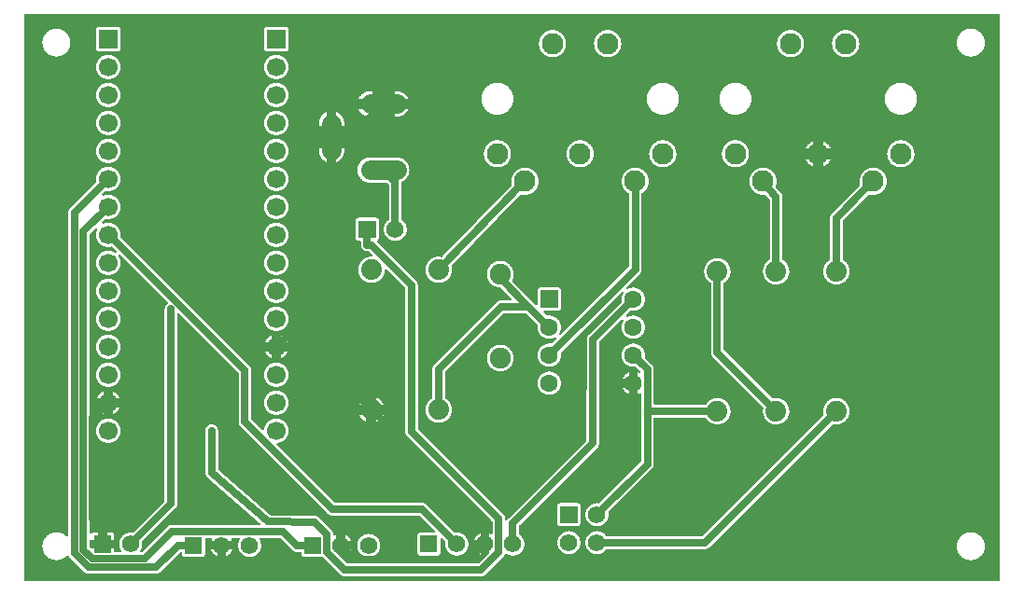
<source format=gbl>
G04 Layer: BottomLayer*
G04 EasyEDA v6.1.48, Fri, 24 May 2019 02:17:32 GMT*
G04 a76c445d5078456fbe9c8c9c1c925b64,d79a69aa59da4e1fbb9b7d465b79b5da,10*
G04 Gerber Generator version 0.2*
G04 Scale: 100 percent, Rotated: No, Reflected: No *
G04 Dimensions in millimeters *
G04 leading zeros omitted , absolute positions ,3 integer and 3 decimal *
%FSLAX33Y33*%
%MOMM*%
G90*
G71D02*

%ADD11C,0.640004*%
%ADD12C,0.610006*%
%ADD14C,1.600200*%
%ADD15C,1.879600*%
%ADD16C,1.905000*%
%ADD17C,1.949958*%
%ADD18R,1.574800X1.574800*%
%ADD19C,1.574800*%
%ADD20R,1.699997X1.699997*%
%ADD21C,1.699997*%
%ADD22C,1.799996*%

%LPD*%
G36*
G01X88629Y51730D02*
G01X370Y51730D01*
G01X356Y51729D01*
G01X342Y51726D01*
G01X328Y51721D01*
G01X315Y51714D01*
G01X304Y51705D01*
G01X294Y51695D01*
G01X285Y51684D01*
G01X278Y51671D01*
G01X273Y51657D01*
G01X270Y51643D01*
G01X269Y51629D01*
G01X269Y370D01*
G01X270Y356D01*
G01X273Y342D01*
G01X278Y328D01*
G01X285Y315D01*
G01X294Y304D01*
G01X304Y294D01*
G01X315Y285D01*
G01X328Y278D01*
G01X342Y273D01*
G01X356Y270D01*
G01X370Y269D01*
G01X88629Y269D01*
G01X88643Y270D01*
G01X88657Y273D01*
G01X88671Y278D01*
G01X88684Y285D01*
G01X88695Y294D01*
G01X88705Y304D01*
G01X88714Y315D01*
G01X88721Y328D01*
G01X88726Y342D01*
G01X88729Y356D01*
G01X88730Y370D01*
G01X88730Y51629D01*
G01X88729Y51643D01*
G01X88726Y51657D01*
G01X88721Y51671D01*
G01X88714Y51684D01*
G01X88705Y51695D01*
G01X88695Y51705D01*
G01X88684Y51714D01*
G01X88671Y51721D01*
G01X88657Y51726D01*
G01X88643Y51729D01*
G01X88629Y51730D01*
G37*

%LPC*%
G36*
G01X7922Y37865D02*
G01X7874Y37866D01*
G01X7825Y37865D01*
G01X7777Y37862D01*
G01X7729Y37857D01*
G01X7681Y37849D01*
G01X7634Y37840D01*
G01X7587Y37828D01*
G01X7541Y37815D01*
G01X7495Y37799D01*
G01X7450Y37782D01*
G01X7406Y37762D01*
G01X7363Y37741D01*
G01X7320Y37718D01*
G01X7279Y37693D01*
G01X7239Y37666D01*
G01X7200Y37637D01*
G01X7162Y37607D01*
G01X7126Y37575D01*
G01X7091Y37542D01*
G01X7058Y37507D01*
G01X7026Y37471D01*
G01X6996Y37433D01*
G01X6967Y37394D01*
G01X6940Y37354D01*
G01X6915Y37313D01*
G01X6892Y37270D01*
G01X6871Y37227D01*
G01X6851Y37183D01*
G01X6834Y37138D01*
G01X6818Y37092D01*
G01X6805Y37046D01*
G01X6793Y36999D01*
G01X6784Y36952D01*
G01X6776Y36904D01*
G01X6771Y36856D01*
G01X6768Y36808D01*
G01X6767Y36759D01*
G01X6768Y36707D01*
G01X6772Y36655D01*
G01X6778Y36603D01*
G01X6787Y36551D01*
G01X6789Y36532D01*
G01X6787Y36516D01*
G01X6784Y36501D01*
G01X6777Y36486D01*
G01X6769Y36472D01*
G01X6759Y36460D01*
G01X4423Y34124D01*
G01X4399Y34099D01*
G01X4377Y34072D01*
G01X4356Y34044D01*
G01X4337Y34015D01*
G01X4320Y33985D01*
G01X4305Y33953D01*
G01X4292Y33921D01*
G01X4280Y33888D01*
G01X4271Y33855D01*
G01X4263Y33821D01*
G01X4258Y33786D01*
G01X4255Y33751D01*
G01X4254Y33717D01*
G01X4254Y4387D01*
G01X4253Y4373D01*
G01X4250Y4359D01*
G01X4245Y4345D01*
G01X4238Y4332D01*
G01X4229Y4321D01*
G01X4219Y4311D01*
G01X4207Y4302D01*
G01X4195Y4295D01*
G01X4181Y4290D01*
G01X4167Y4287D01*
G01X4152Y4286D01*
G01X4136Y4287D01*
G01X4121Y4291D01*
G01X4106Y4297D01*
G01X4092Y4305D01*
G01X4080Y4316D01*
G01X4042Y4353D01*
G01X4003Y4388D01*
G01X3962Y4422D01*
G01X3919Y4454D01*
G01X3876Y4484D01*
G01X3831Y4512D01*
G01X3785Y4539D01*
G01X3738Y4563D01*
G01X3690Y4586D01*
G01X3641Y4606D01*
G01X3591Y4624D01*
G01X3541Y4641D01*
G01X3489Y4655D01*
G01X3438Y4667D01*
G01X3386Y4677D01*
G01X3333Y4685D01*
G01X3280Y4690D01*
G01X3228Y4693D01*
G01X3175Y4695D01*
G01X3123Y4694D01*
G01X3072Y4690D01*
G01X3021Y4685D01*
G01X2970Y4678D01*
G01X2920Y4669D01*
G01X2870Y4658D01*
G01X2820Y4644D01*
G01X2772Y4629D01*
G01X2723Y4612D01*
G01X2676Y4593D01*
G01X2629Y4572D01*
G01X2583Y4549D01*
G01X2538Y4524D01*
G01X2494Y4498D01*
G01X2452Y4469D01*
G01X2410Y4439D01*
G01X2370Y4408D01*
G01X2331Y4375D01*
G01X2293Y4340D01*
G01X2257Y4304D01*
G01X2222Y4266D01*
G01X2189Y4227D01*
G01X2157Y4186D01*
G01X2127Y4145D01*
G01X2099Y4102D01*
G01X2072Y4058D01*
G01X2048Y4013D01*
G01X2025Y3968D01*
G01X2004Y3921D01*
G01X1985Y3873D01*
G01X1967Y3825D01*
G01X1952Y3776D01*
G01X1939Y3727D01*
G01X1928Y3677D01*
G01X1918Y3626D01*
G01X1911Y3575D01*
G01X1906Y3524D01*
G01X1903Y3473D01*
G01X1902Y3422D01*
G01X1903Y3371D01*
G01X1906Y3320D01*
G01X1911Y3269D01*
G01X1918Y3218D01*
G01X1928Y3167D01*
G01X1939Y3117D01*
G01X1952Y3068D01*
G01X1967Y3019D01*
G01X1985Y2971D01*
G01X2004Y2923D01*
G01X2025Y2876D01*
G01X2048Y2831D01*
G01X2072Y2786D01*
G01X2099Y2742D01*
G01X2127Y2699D01*
G01X2157Y2658D01*
G01X2189Y2617D01*
G01X2222Y2578D01*
G01X2257Y2540D01*
G01X2293Y2504D01*
G01X2331Y2469D01*
G01X2370Y2436D01*
G01X2410Y2405D01*
G01X2452Y2375D01*
G01X2494Y2346D01*
G01X2538Y2320D01*
G01X2583Y2295D01*
G01X2629Y2272D01*
G01X2676Y2251D01*
G01X2723Y2232D01*
G01X2772Y2215D01*
G01X2820Y2200D01*
G01X2870Y2186D01*
G01X2920Y2175D01*
G01X2970Y2166D01*
G01X3021Y2159D01*
G01X3072Y2154D01*
G01X3123Y2150D01*
G01X3175Y2149D01*
G01X3225Y2150D01*
G01X3276Y2154D01*
G01X3327Y2159D01*
G01X3378Y2166D01*
G01X3428Y2175D01*
G01X3478Y2186D01*
G01X3527Y2199D01*
G01X3576Y2214D01*
G01X3624Y2231D01*
G01X3671Y2250D01*
G01X3717Y2271D01*
G01X3763Y2294D01*
G01X3808Y2318D01*
G01X3852Y2345D01*
G01X3894Y2373D01*
G01X3936Y2402D01*
G01X3976Y2434D01*
G01X4015Y2466D01*
G01X4053Y2501D01*
G01X4089Y2537D01*
G01X4123Y2574D01*
G01X4136Y2586D01*
G01X4150Y2595D01*
G01X4166Y2602D01*
G01X4182Y2607D01*
G01X4199Y2608D01*
G01X4214Y2607D01*
G01X4229Y2604D01*
G01X4243Y2598D01*
G01X4256Y2590D01*
G01X4268Y2581D01*
G01X4279Y2570D01*
G01X4287Y2557D01*
G01X4294Y2544D01*
G01X4309Y2507D01*
G01X4328Y2472D01*
G01X4348Y2438D01*
G01X4371Y2406D01*
G01X4396Y2376D01*
G01X4422Y2347D01*
G01X5672Y1094D01*
G01X5724Y1048D01*
G01X5752Y1028D01*
G01X5782Y1009D01*
G01X5812Y991D01*
G01X5843Y976D01*
G01X5876Y963D01*
G01X5909Y951D01*
G01X5942Y942D01*
G01X5976Y935D01*
G01X6011Y929D01*
G01X6045Y926D01*
G01X6080Y925D01*
G01X12209Y925D01*
G01X12244Y926D01*
G01X12279Y929D01*
G01X12313Y935D01*
G01X12347Y942D01*
G01X12381Y951D01*
G01X12414Y963D01*
G01X12446Y976D01*
G01X12477Y991D01*
G01X12508Y1008D01*
G01X12537Y1027D01*
G01X12565Y1048D01*
G01X12592Y1070D01*
G01X12617Y1094D01*
G01X14402Y2879D01*
G01X14414Y2890D01*
G01X14428Y2898D01*
G01X14443Y2904D01*
G01X14458Y2908D01*
G01X14474Y2909D01*
G01X14475Y2909D01*
G01X14489Y2908D01*
G01X14504Y2905D01*
G01X14517Y2900D01*
G01X14530Y2893D01*
G01X14541Y2884D01*
G01X14552Y2874D01*
G01X14560Y2862D01*
G01X14567Y2850D01*
G01X14572Y2836D01*
G01X14576Y2822D01*
G01X14577Y2807D01*
G01X14577Y2698D01*
G01X14578Y2674D01*
G01X14581Y2651D01*
G01X14586Y2628D01*
G01X14594Y2605D01*
G01X14603Y2584D01*
G01X14615Y2563D01*
G01X14628Y2543D01*
G01X14644Y2525D01*
G01X14660Y2509D01*
G01X14679Y2493D01*
G01X14698Y2480D01*
G01X14719Y2468D01*
G01X14740Y2459D01*
G01X14763Y2451D01*
G01X14786Y2446D01*
G01X14809Y2443D01*
G01X14833Y2442D01*
G01X16408Y2442D01*
G01X16432Y2443D01*
G01X16455Y2446D01*
G01X16478Y2451D01*
G01X16501Y2459D01*
G01X16522Y2468D01*
G01X16543Y2480D01*
G01X16562Y2493D01*
G01X16581Y2509D01*
G01X16597Y2525D01*
G01X16613Y2543D01*
G01X16626Y2563D01*
G01X16638Y2584D01*
G01X16647Y2605D01*
G01X16655Y2628D01*
G01X16660Y2651D01*
G01X16663Y2674D01*
G01X16664Y2698D01*
G01X16664Y4077D01*
G01X16665Y4092D01*
G01X16669Y4106D01*
G01X16674Y4120D01*
G01X16681Y4132D01*
G01X16689Y4144D01*
G01X16700Y4154D01*
G01X16711Y4163D01*
G01X16724Y4170D01*
G01X16737Y4175D01*
G01X16752Y4178D01*
G01X16766Y4179D01*
G01X17180Y4179D01*
G01X17194Y4178D01*
G01X17208Y4175D01*
G01X17222Y4170D01*
G01X17235Y4163D01*
G01X17246Y4154D01*
G01X17256Y4144D01*
G01X17265Y4132D01*
G01X17272Y4120D01*
G01X17277Y4106D01*
G01X17280Y4092D01*
G01X17281Y4077D01*
G01X17280Y4059D01*
G01X17275Y4041D01*
G01X17267Y4025D01*
G01X17240Y3978D01*
G01X17215Y3929D01*
G01X17194Y3879D01*
G01X17767Y3879D01*
G01X17767Y4077D01*
G01X17768Y4092D01*
G01X17771Y4106D01*
G01X17776Y4120D01*
G01X17783Y4132D01*
G01X17792Y4144D01*
G01X17802Y4154D01*
G01X17813Y4163D01*
G01X17826Y4170D01*
G01X17840Y4175D01*
G01X17854Y4178D01*
G01X17868Y4179D01*
G01X18453Y4179D01*
G01X18467Y4178D01*
G01X18481Y4175D01*
G01X18495Y4170D01*
G01X18508Y4163D01*
G01X18519Y4154D01*
G01X18529Y4144D01*
G01X18538Y4132D01*
G01X18545Y4120D01*
G01X18550Y4106D01*
G01X18553Y4092D01*
G01X18554Y4077D01*
G01X18554Y3879D01*
G01X19127Y3879D01*
G01X19106Y3929D01*
G01X19081Y3978D01*
G01X19054Y4025D01*
G01X19046Y4041D01*
G01X19041Y4059D01*
G01X19040Y4077D01*
G01X19041Y4092D01*
G01X19044Y4106D01*
G01X19049Y4120D01*
G01X19056Y4132D01*
G01X19065Y4144D01*
G01X19075Y4154D01*
G01X19086Y4163D01*
G01X19099Y4170D01*
G01X19113Y4175D01*
G01X19127Y4178D01*
G01X19141Y4179D01*
G01X19720Y4179D01*
G01X19734Y4178D01*
G01X19748Y4175D01*
G01X19762Y4170D01*
G01X19775Y4163D01*
G01X19786Y4154D01*
G01X19796Y4144D01*
G01X19805Y4132D01*
G01X19812Y4120D01*
G01X19817Y4106D01*
G01X19820Y4092D01*
G01X19821Y4077D01*
G01X19820Y4059D01*
G01X19815Y4041D01*
G01X19807Y4025D01*
G01X19783Y3984D01*
G01X19762Y3942D01*
G01X19742Y3899D01*
G01X19724Y3855D01*
G01X19708Y3811D01*
G01X19695Y3765D01*
G01X19683Y3720D01*
G01X19674Y3673D01*
G01X19666Y3627D01*
G01X19661Y3580D01*
G01X19658Y3533D01*
G01X19657Y3485D01*
G01X19658Y3439D01*
G01X19661Y3392D01*
G01X19666Y3345D01*
G01X19673Y3299D01*
G01X19683Y3253D01*
G01X19694Y3208D01*
G01X19708Y3163D01*
G01X19723Y3119D01*
G01X19741Y3075D01*
G01X19760Y3033D01*
G01X19781Y2991D01*
G01X19804Y2950D01*
G01X19829Y2910D01*
G01X19856Y2872D01*
G01X19884Y2835D01*
G01X19914Y2799D01*
G01X19946Y2764D01*
G01X19979Y2731D01*
G01X20014Y2699D01*
G01X20050Y2669D01*
G01X20087Y2641D01*
G01X20125Y2614D01*
G01X20165Y2589D01*
G01X20206Y2566D01*
G01X20248Y2545D01*
G01X20290Y2526D01*
G01X20334Y2508D01*
G01X20378Y2493D01*
G01X20423Y2479D01*
G01X20468Y2468D01*
G01X20514Y2458D01*
G01X20560Y2451D01*
G01X20607Y2446D01*
G01X20654Y2443D01*
G01X20701Y2442D01*
G01X20747Y2443D01*
G01X20794Y2446D01*
G01X20841Y2451D01*
G01X20887Y2458D01*
G01X20933Y2468D01*
G01X20978Y2479D01*
G01X21023Y2493D01*
G01X21067Y2508D01*
G01X21111Y2526D01*
G01X21153Y2545D01*
G01X21195Y2566D01*
G01X21236Y2589D01*
G01X21276Y2614D01*
G01X21314Y2641D01*
G01X21351Y2669D01*
G01X21387Y2699D01*
G01X21422Y2731D01*
G01X21455Y2764D01*
G01X21487Y2799D01*
G01X21517Y2835D01*
G01X21545Y2872D01*
G01X21572Y2910D01*
G01X21597Y2950D01*
G01X21620Y2991D01*
G01X21641Y3033D01*
G01X21660Y3075D01*
G01X21678Y3119D01*
G01X21693Y3163D01*
G01X21707Y3208D01*
G01X21718Y3253D01*
G01X21728Y3299D01*
G01X21735Y3345D01*
G01X21740Y3392D01*
G01X21743Y3439D01*
G01X21744Y3485D01*
G01X21743Y3533D01*
G01X21740Y3580D01*
G01X21735Y3627D01*
G01X21727Y3673D01*
G01X21718Y3720D01*
G01X21706Y3765D01*
G01X21693Y3811D01*
G01X21677Y3855D01*
G01X21659Y3899D01*
G01X21639Y3942D01*
G01X21618Y3984D01*
G01X21594Y4025D01*
G01X21586Y4041D01*
G01X21581Y4059D01*
G01X21580Y4077D01*
G01X21581Y4092D01*
G01X21584Y4106D01*
G01X21589Y4120D01*
G01X21596Y4132D01*
G01X21605Y4144D01*
G01X21615Y4154D01*
G01X21626Y4163D01*
G01X21639Y4170D01*
G01X21653Y4175D01*
G01X21667Y4178D01*
G01X21681Y4179D01*
G01X23437Y4179D01*
G01X23453Y4178D01*
G01X23469Y4174D01*
G01X23483Y4168D01*
G01X23497Y4160D01*
G01X23509Y4149D01*
G01X24580Y3078D01*
G01X24606Y3054D01*
G01X24632Y3032D01*
G01X24661Y3011D01*
G01X24690Y2992D01*
G01X24720Y2975D01*
G01X24751Y2960D01*
G01X24784Y2946D01*
G01X24816Y2935D01*
G01X24850Y2926D01*
G01X24884Y2918D01*
G01X24919Y2913D01*
G01X24953Y2910D01*
G01X24988Y2909D01*
G01X25270Y2909D01*
G01X25284Y2908D01*
G01X25299Y2905D01*
G01X25312Y2900D01*
G01X25325Y2893D01*
G01X25336Y2884D01*
G01X25347Y2874D01*
G01X25355Y2862D01*
G01X25362Y2850D01*
G01X25367Y2836D01*
G01X25371Y2822D01*
G01X25372Y2807D01*
G01X25372Y2698D01*
G01X25373Y2674D01*
G01X25376Y2651D01*
G01X25381Y2628D01*
G01X25389Y2605D01*
G01X25398Y2584D01*
G01X25410Y2563D01*
G01X25423Y2543D01*
G01X25439Y2525D01*
G01X25455Y2509D01*
G01X25474Y2493D01*
G01X25493Y2480D01*
G01X25514Y2468D01*
G01X25535Y2459D01*
G01X25558Y2451D01*
G01X25581Y2446D01*
G01X25604Y2443D01*
G01X25628Y2442D01*
G01X27203Y2442D01*
G01X27228Y2443D01*
G01X27253Y2447D01*
G01X27273Y2449D01*
G01X27289Y2447D01*
G01X27305Y2444D01*
G01X27319Y2437D01*
G01X27333Y2429D01*
G01X27345Y2419D01*
G01X28921Y843D01*
G01X28947Y819D01*
G01X28973Y796D01*
G01X29001Y776D01*
G01X29031Y757D01*
G01X29061Y740D01*
G01X29092Y725D01*
G01X29124Y711D01*
G01X29157Y700D01*
G01X29191Y691D01*
G01X29225Y683D01*
G01X29259Y678D01*
G01X29294Y675D01*
G01X29329Y674D01*
G01X41673Y674D01*
G01X41708Y675D01*
G01X41743Y678D01*
G01X41777Y683D01*
G01X41811Y690D01*
G01X41845Y700D01*
G01X41878Y711D01*
G01X41910Y724D01*
G01X41941Y740D01*
G01X41971Y757D01*
G01X42001Y776D01*
G01X42029Y796D01*
G01X42055Y818D01*
G01X42081Y842D01*
G01X43714Y2473D01*
G01X43739Y2500D01*
G01X43763Y2528D01*
G01X43784Y2558D01*
G01X43804Y2589D01*
G01X43822Y2622D01*
G01X43837Y2655D01*
G01X43850Y2690D01*
G01X43857Y2704D01*
G01X43865Y2717D01*
G01X43875Y2729D01*
G01X43887Y2739D01*
G01X43901Y2747D01*
G01X43915Y2753D01*
G01X43931Y2756D01*
G01X43946Y2758D01*
G01X43961Y2756D01*
G01X43975Y2753D01*
G01X43989Y2748D01*
G01X44002Y2741D01*
G01X44042Y2716D01*
G01X44082Y2693D01*
G01X44124Y2672D01*
G01X44167Y2652D01*
G01X44210Y2635D01*
G01X44254Y2620D01*
G01X44299Y2606D01*
G01X44345Y2595D01*
G01X44390Y2585D01*
G01X44437Y2578D01*
G01X44483Y2573D01*
G01X44530Y2570D01*
G01X44577Y2569D01*
G01X44623Y2570D01*
G01X44670Y2573D01*
G01X44717Y2578D01*
G01X44763Y2585D01*
G01X44809Y2595D01*
G01X44854Y2606D01*
G01X44899Y2620D01*
G01X44943Y2635D01*
G01X44987Y2653D01*
G01X45029Y2672D01*
G01X45071Y2693D01*
G01X45112Y2716D01*
G01X45152Y2741D01*
G01X45190Y2768D01*
G01X45227Y2796D01*
G01X45263Y2826D01*
G01X45298Y2858D01*
G01X45331Y2891D01*
G01X45363Y2926D01*
G01X45393Y2962D01*
G01X45421Y2999D01*
G01X45448Y3037D01*
G01X45473Y3077D01*
G01X45496Y3118D01*
G01X45517Y3160D01*
G01X45536Y3202D01*
G01X45554Y3246D01*
G01X45569Y3290D01*
G01X45583Y3335D01*
G01X45594Y3380D01*
G01X45604Y3426D01*
G01X45611Y3472D01*
G01X45616Y3519D01*
G01X45619Y3566D01*
G01X45620Y3612D01*
G01X45619Y3659D01*
G01X45616Y3706D01*
G01X45611Y3752D01*
G01X45604Y3798D01*
G01X45595Y3844D01*
G01X45583Y3889D01*
G01X45570Y3933D01*
G01X45555Y3977D01*
G01X45537Y4021D01*
G01X45518Y4063D01*
G01X45497Y4105D01*
G01X45474Y4145D01*
G01X45450Y4185D01*
G01X45423Y4223D01*
G01X45395Y4260D01*
G01X45365Y4296D01*
G01X45334Y4331D01*
G01X45301Y4364D01*
G01X45267Y4395D01*
G01X45231Y4425D01*
G01X45194Y4454D01*
G01X45182Y4464D01*
G01X45172Y4476D01*
G01X45164Y4490D01*
G01X45158Y4505D01*
G01X45154Y4520D01*
G01X45153Y4536D01*
G01X45153Y5237D01*
G01X45154Y5252D01*
G01X45158Y5268D01*
G01X45164Y5283D01*
G01X45172Y5296D01*
G01X45183Y5308D01*
G01X52223Y12349D01*
G01X52247Y12374D01*
G01X52269Y12401D01*
G01X52290Y12429D01*
G01X52309Y12458D01*
G01X52326Y12488D01*
G01X52341Y12519D01*
G01X52354Y12551D01*
G01X52366Y12584D01*
G01X52375Y12617D01*
G01X52382Y12651D01*
G01X52388Y12685D01*
G01X52391Y12720D01*
G01X52392Y12754D01*
G01X52424Y21906D01*
G01X52425Y21922D01*
G01X52429Y21937D01*
G01X52435Y21952D01*
G01X52444Y21965D01*
G01X52454Y21977D01*
G01X54422Y23946D01*
G01X54434Y23956D01*
G01X54448Y23964D01*
G01X54462Y23970D01*
G01X54478Y23974D01*
G01X54494Y23975D01*
G01X54508Y23974D01*
G01X54522Y23971D01*
G01X54536Y23966D01*
G01X54549Y23959D01*
G01X54560Y23951D01*
G01X54571Y23940D01*
G01X54579Y23929D01*
G01X54586Y23916D01*
G01X54591Y23902D01*
G01X54594Y23888D01*
G01X54595Y23874D01*
G01X54594Y23856D01*
G01X54589Y23839D01*
G01X54582Y23823D01*
G01X54558Y23779D01*
G01X54536Y23734D01*
G01X54517Y23688D01*
G01X54499Y23641D01*
G01X54484Y23594D01*
G01X54471Y23545D01*
G01X54461Y23496D01*
G01X54452Y23447D01*
G01X54447Y23397D01*
G01X54443Y23347D01*
G01X54442Y23297D01*
G01X54443Y23250D01*
G01X54446Y23203D01*
G01X54451Y23156D01*
G01X54459Y23109D01*
G01X54468Y23062D01*
G01X54480Y23016D01*
G01X54494Y22971D01*
G01X54509Y22926D01*
G01X54527Y22882D01*
G01X54547Y22839D01*
G01X54568Y22797D01*
G01X54591Y22756D01*
G01X54617Y22715D01*
G01X54644Y22676D01*
G01X54672Y22639D01*
G01X54703Y22602D01*
G01X54735Y22567D01*
G01X54768Y22534D01*
G01X54803Y22502D01*
G01X54840Y22471D01*
G01X54877Y22443D01*
G01X54916Y22416D01*
G01X54957Y22390D01*
G01X54998Y22367D01*
G01X55040Y22345D01*
G01X55083Y22326D01*
G01X55127Y22308D01*
G01X55172Y22293D01*
G01X55217Y22279D01*
G01X55263Y22267D01*
G01X55310Y22258D01*
G01X55357Y22250D01*
G01X55404Y22245D01*
G01X55451Y22242D01*
G01X55499Y22241D01*
G01X55546Y22242D01*
G01X55593Y22245D01*
G01X55640Y22250D01*
G01X55687Y22258D01*
G01X55734Y22267D01*
G01X55780Y22279D01*
G01X55825Y22293D01*
G01X55870Y22308D01*
G01X55914Y22326D01*
G01X55957Y22345D01*
G01X55999Y22367D01*
G01X56040Y22390D01*
G01X56081Y22416D01*
G01X56120Y22443D01*
G01X56157Y22471D01*
G01X56194Y22502D01*
G01X56229Y22534D01*
G01X56262Y22567D01*
G01X56294Y22602D01*
G01X56325Y22639D01*
G01X56353Y22676D01*
G01X56380Y22715D01*
G01X56406Y22756D01*
G01X56429Y22797D01*
G01X56450Y22839D01*
G01X56470Y22882D01*
G01X56488Y22926D01*
G01X56503Y22971D01*
G01X56517Y23016D01*
G01X56529Y23062D01*
G01X56538Y23109D01*
G01X56546Y23156D01*
G01X56551Y23203D01*
G01X56554Y23250D01*
G01X56555Y23297D01*
G01X56554Y23345D01*
G01X56551Y23392D01*
G01X56546Y23439D01*
G01X56538Y23486D01*
G01X56529Y23533D01*
G01X56517Y23579D01*
G01X56503Y23624D01*
G01X56488Y23669D01*
G01X56470Y23713D01*
G01X56450Y23756D01*
G01X56429Y23798D01*
G01X56406Y23839D01*
G01X56380Y23880D01*
G01X56353Y23919D01*
G01X56325Y23956D01*
G01X56294Y23993D01*
G01X56262Y24028D01*
G01X56229Y24061D01*
G01X56194Y24093D01*
G01X56157Y24124D01*
G01X56120Y24152D01*
G01X56081Y24179D01*
G01X56040Y24205D01*
G01X55999Y24228D01*
G01X55957Y24249D01*
G01X55914Y24269D01*
G01X55870Y24287D01*
G01X55825Y24302D01*
G01X55780Y24316D01*
G01X55734Y24328D01*
G01X55687Y24337D01*
G01X55640Y24345D01*
G01X55593Y24350D01*
G01X55546Y24353D01*
G01X55498Y24354D01*
G01X55448Y24353D01*
G01X55399Y24349D01*
G01X55349Y24344D01*
G01X55300Y24335D01*
G01X55251Y24325D01*
G01X55202Y24312D01*
G01X55155Y24297D01*
G01X55108Y24279D01*
G01X55062Y24260D01*
G01X55017Y24238D01*
G01X54973Y24214D01*
G01X54957Y24207D01*
G01X54940Y24202D01*
G01X54922Y24201D01*
G01X54908Y24202D01*
G01X54894Y24205D01*
G01X54880Y24210D01*
G01X54867Y24217D01*
G01X54856Y24225D01*
G01X54845Y24236D01*
G01X54837Y24247D01*
G01X54830Y24260D01*
G01X54825Y24274D01*
G01X54822Y24288D01*
G01X54821Y24302D01*
G01X54822Y24318D01*
G01X54826Y24334D01*
G01X54832Y24348D01*
G01X54840Y24362D01*
G01X54850Y24374D01*
G01X55242Y24766D01*
G01X55254Y24776D01*
G01X55268Y24785D01*
G01X55283Y24791D01*
G01X55298Y24794D01*
G01X55314Y24796D01*
G01X55386Y24787D01*
G01X55442Y24782D01*
G01X55499Y24781D01*
G01X55546Y24782D01*
G01X55593Y24785D01*
G01X55640Y24790D01*
G01X55687Y24798D01*
G01X55734Y24807D01*
G01X55780Y24819D01*
G01X55825Y24833D01*
G01X55870Y24848D01*
G01X55914Y24866D01*
G01X55957Y24885D01*
G01X55999Y24907D01*
G01X56040Y24930D01*
G01X56081Y24956D01*
G01X56120Y24983D01*
G01X56157Y25011D01*
G01X56194Y25042D01*
G01X56229Y25074D01*
G01X56262Y25107D01*
G01X56294Y25142D01*
G01X56325Y25179D01*
G01X56353Y25216D01*
G01X56380Y25255D01*
G01X56406Y25296D01*
G01X56429Y25337D01*
G01X56450Y25379D01*
G01X56470Y25422D01*
G01X56488Y25466D01*
G01X56503Y25511D01*
G01X56517Y25556D01*
G01X56529Y25602D01*
G01X56538Y25649D01*
G01X56546Y25696D01*
G01X56551Y25743D01*
G01X56554Y25790D01*
G01X56555Y25837D01*
G01X56554Y25885D01*
G01X56551Y25932D01*
G01X56546Y25979D01*
G01X56538Y26026D01*
G01X56529Y26073D01*
G01X56517Y26119D01*
G01X56503Y26164D01*
G01X56488Y26209D01*
G01X56470Y26253D01*
G01X56450Y26296D01*
G01X56429Y26338D01*
G01X56406Y26379D01*
G01X56380Y26420D01*
G01X56353Y26459D01*
G01X56325Y26496D01*
G01X56294Y26533D01*
G01X56262Y26568D01*
G01X56229Y26601D01*
G01X56194Y26633D01*
G01X56157Y26664D01*
G01X56120Y26692D01*
G01X56081Y26719D01*
G01X56040Y26745D01*
G01X55999Y26768D01*
G01X55957Y26789D01*
G01X55914Y26809D01*
G01X55870Y26827D01*
G01X55825Y26842D01*
G01X55780Y26856D01*
G01X55734Y26868D01*
G01X55687Y26877D01*
G01X55640Y26885D01*
G01X55593Y26890D01*
G01X55546Y26893D01*
G01X55499Y26894D01*
G01X55449Y26893D01*
G01X55400Y26889D01*
G01X55350Y26884D01*
G01X55301Y26876D01*
G01X55253Y26865D01*
G01X55205Y26853D01*
G01X55158Y26838D01*
G01X55111Y26821D01*
G01X55066Y26801D01*
G01X55021Y26780D01*
G01X54977Y26757D01*
G01X54961Y26749D01*
G01X54945Y26745D01*
G01X54927Y26743D01*
G01X54913Y26744D01*
G01X54899Y26748D01*
G01X54885Y26753D01*
G01X54872Y26760D01*
G01X54861Y26768D01*
G01X54850Y26779D01*
G01X54842Y26790D01*
G01X54835Y26803D01*
G01X54830Y26816D01*
G01X54827Y26831D01*
G01X54826Y26845D01*
G01X54827Y26861D01*
G01X54831Y26876D01*
G01X54837Y26891D01*
G01X54845Y26905D01*
G01X54855Y26917D01*
G01X56081Y28142D01*
G01X56105Y28168D01*
G01X56128Y28195D01*
G01X56148Y28223D01*
G01X56167Y28252D01*
G01X56184Y28282D01*
G01X56199Y28314D01*
G01X56213Y28346D01*
G01X56224Y28379D01*
G01X56234Y28412D01*
G01X56241Y28446D01*
G01X56246Y28481D01*
G01X56249Y28515D01*
G01X56250Y28550D01*
G01X56250Y35399D01*
G01X56251Y35414D01*
G01X56255Y35428D01*
G01X56260Y35442D01*
G01X56268Y35455D01*
G01X56277Y35467D01*
G01X56288Y35477D01*
G01X56300Y35486D01*
G01X56343Y35513D01*
G01X56386Y35542D01*
G01X56427Y35572D01*
G01X56466Y35604D01*
G01X56505Y35638D01*
G01X56542Y35673D01*
G01X56577Y35710D01*
G01X56611Y35748D01*
G01X56643Y35788D01*
G01X56674Y35828D01*
G01X56730Y35914D01*
G01X56755Y35958D01*
G01X56778Y36003D01*
G01X56800Y36050D01*
G01X56819Y36097D01*
G01X56837Y36145D01*
G01X56853Y36193D01*
G01X56866Y36243D01*
G01X56878Y36292D01*
G01X56887Y36342D01*
G01X56895Y36393D01*
G01X56900Y36444D01*
G01X56903Y36495D01*
G01X56904Y36546D01*
G01X56903Y36597D01*
G01X56900Y36647D01*
G01X56895Y36698D01*
G01X56887Y36748D01*
G01X56878Y36798D01*
G01X56866Y36848D01*
G01X56853Y36897D01*
G01X56837Y36946D01*
G01X56820Y36993D01*
G01X56800Y37040D01*
G01X56779Y37087D01*
G01X56756Y37132D01*
G01X56730Y37176D01*
G01X56703Y37219D01*
G01X56675Y37261D01*
G01X56644Y37302D01*
G01X56612Y37342D01*
G01X56579Y37380D01*
G01X56507Y37452D01*
G01X56468Y37485D01*
G01X56429Y37517D01*
G01X56388Y37548D01*
G01X56346Y37577D01*
G01X56303Y37604D01*
G01X56259Y37629D01*
G01X56213Y37652D01*
G01X56167Y37673D01*
G01X56120Y37693D01*
G01X56072Y37710D01*
G01X56024Y37726D01*
G01X55975Y37739D01*
G01X55925Y37751D01*
G01X55875Y37760D01*
G01X55825Y37768D01*
G01X55774Y37773D01*
G01X55723Y37776D01*
G01X55672Y37777D01*
G01X55622Y37776D01*
G01X55571Y37773D01*
G01X55520Y37768D01*
G01X55470Y37760D01*
G01X55420Y37751D01*
G01X55370Y37739D01*
G01X55321Y37726D01*
G01X55273Y37710D01*
G01X55225Y37693D01*
G01X55178Y37673D01*
G01X55132Y37652D01*
G01X55086Y37629D01*
G01X55042Y37604D01*
G01X54999Y37577D01*
G01X54957Y37548D01*
G01X54916Y37517D01*
G01X54877Y37485D01*
G01X54838Y37452D01*
G01X54766Y37380D01*
G01X54733Y37342D01*
G01X54701Y37302D01*
G01X54670Y37261D01*
G01X54642Y37219D01*
G01X54615Y37176D01*
G01X54589Y37132D01*
G01X54566Y37087D01*
G01X54545Y37040D01*
G01X54525Y36993D01*
G01X54508Y36946D01*
G01X54492Y36897D01*
G01X54479Y36848D01*
G01X54467Y36798D01*
G01X54458Y36748D01*
G01X54450Y36698D01*
G01X54445Y36647D01*
G01X54442Y36597D01*
G01X54441Y36546D01*
G01X54442Y36494D01*
G01X54445Y36443D01*
G01X54451Y36393D01*
G01X54458Y36342D01*
G01X54467Y36292D01*
G01X54479Y36242D01*
G01X54493Y36193D01*
G01X54508Y36144D01*
G01X54526Y36096D01*
G01X54546Y36049D01*
G01X54567Y36002D01*
G01X54591Y35957D01*
G01X54616Y35913D01*
G01X54643Y35869D01*
G01X54672Y35827D01*
G01X54703Y35786D01*
G01X54735Y35747D01*
G01X54769Y35708D01*
G01X54805Y35672D01*
G01X54842Y35636D01*
G01X54880Y35603D01*
G01X54920Y35571D01*
G01X54961Y35540D01*
G01X55004Y35512D01*
G01X55047Y35485D01*
G01X55060Y35476D01*
G01X55071Y35466D01*
G01X55080Y35454D01*
G01X55087Y35441D01*
G01X55093Y35427D01*
G01X55096Y35412D01*
G01X55097Y35397D01*
G01X55097Y28831D01*
G01X55096Y28815D01*
G01X55092Y28800D01*
G01X55086Y28785D01*
G01X55078Y28771D01*
G01X55067Y28759D01*
G01X48954Y22648D01*
G01X48942Y22638D01*
G01X48929Y22630D01*
G01X48914Y22623D01*
G01X48898Y22620D01*
G01X48883Y22619D01*
G01X48868Y22620D01*
G01X48854Y22623D01*
G01X48840Y22628D01*
G01X48828Y22635D01*
G01X48816Y22643D01*
G01X48806Y22654D01*
G01X48797Y22665D01*
G01X48790Y22678D01*
G01X48785Y22691D01*
G01X48782Y22706D01*
G01X48781Y22720D01*
G01X48783Y22738D01*
G01X48787Y22755D01*
G01X48794Y22771D01*
G01X48818Y22815D01*
G01X48840Y22860D01*
G01X48860Y22906D01*
G01X48877Y22953D01*
G01X48893Y23001D01*
G01X48906Y23049D01*
G01X48916Y23098D01*
G01X48924Y23148D01*
G01X48930Y23197D01*
G01X48934Y23247D01*
G01X48935Y23297D01*
G01X48934Y23345D01*
G01X48931Y23392D01*
G01X48926Y23439D01*
G01X48918Y23486D01*
G01X48909Y23533D01*
G01X48897Y23579D01*
G01X48883Y23624D01*
G01X48868Y23669D01*
G01X48850Y23713D01*
G01X48830Y23756D01*
G01X48809Y23798D01*
G01X48786Y23839D01*
G01X48760Y23880D01*
G01X48733Y23919D01*
G01X48705Y23956D01*
G01X48674Y23993D01*
G01X48642Y24028D01*
G01X48609Y24061D01*
G01X48574Y24093D01*
G01X48537Y24124D01*
G01X48500Y24152D01*
G01X48461Y24179D01*
G01X48420Y24205D01*
G01X48379Y24228D01*
G01X48337Y24249D01*
G01X48294Y24269D01*
G01X48250Y24287D01*
G01X48205Y24302D01*
G01X48160Y24316D01*
G01X48114Y24328D01*
G01X48067Y24337D01*
G01X48020Y24345D01*
G01X47973Y24350D01*
G01X47926Y24353D01*
G01X47878Y24354D01*
G01X47822Y24353D01*
G01X47766Y24348D01*
G01X47694Y24339D01*
G01X47678Y24341D01*
G01X47663Y24344D01*
G01X47648Y24350D01*
G01X47634Y24359D01*
G01X47622Y24369D01*
G01X47384Y24607D01*
G01X47374Y24620D01*
G01X47365Y24633D01*
G01X47359Y24648D01*
G01X47355Y24663D01*
G01X47354Y24679D01*
G01X47355Y24694D01*
G01X47358Y24708D01*
G01X47363Y24721D01*
G01X47370Y24734D01*
G01X47379Y24746D01*
G01X47389Y24756D01*
G01X47401Y24765D01*
G01X47414Y24772D01*
G01X47427Y24777D01*
G01X47441Y24780D01*
G01X47456Y24781D01*
G01X48679Y24781D01*
G01X48702Y24782D01*
G01X48726Y24785D01*
G01X48749Y24791D01*
G01X48771Y24798D01*
G01X48793Y24808D01*
G01X48814Y24819D01*
G01X48833Y24833D01*
G01X48851Y24848D01*
G01X48868Y24865D01*
G01X48883Y24883D01*
G01X48897Y24902D01*
G01X48908Y24923D01*
G01X48918Y24945D01*
G01X48925Y24967D01*
G01X48931Y24990D01*
G01X48934Y25014D01*
G01X48935Y25037D01*
G01X48935Y26638D01*
G01X48934Y26661D01*
G01X48931Y26685D01*
G01X48925Y26708D01*
G01X48918Y26730D01*
G01X48908Y26752D01*
G01X48897Y26773D01*
G01X48883Y26792D01*
G01X48868Y26810D01*
G01X48851Y26827D01*
G01X48833Y26842D01*
G01X48814Y26856D01*
G01X48793Y26867D01*
G01X48771Y26877D01*
G01X48749Y26884D01*
G01X48726Y26890D01*
G01X48702Y26893D01*
G01X48679Y26894D01*
G01X47078Y26894D01*
G01X47055Y26893D01*
G01X47031Y26890D01*
G01X47008Y26884D01*
G01X46986Y26877D01*
G01X46964Y26867D01*
G01X46943Y26856D01*
G01X46924Y26842D01*
G01X46906Y26827D01*
G01X46889Y26810D01*
G01X46874Y26792D01*
G01X46860Y26773D01*
G01X46849Y26752D01*
G01X46839Y26730D01*
G01X46832Y26708D01*
G01X46826Y26685D01*
G01X46823Y26661D01*
G01X46822Y26638D01*
G01X46822Y25415D01*
G01X46821Y25400D01*
G01X46818Y25386D01*
G01X46813Y25373D01*
G01X46806Y25360D01*
G01X46797Y25348D01*
G01X46787Y25338D01*
G01X46775Y25329D01*
G01X46762Y25322D01*
G01X46749Y25317D01*
G01X46735Y25314D01*
G01X46720Y25313D01*
G01X46704Y25314D01*
G01X46689Y25318D01*
G01X46674Y25324D01*
G01X46661Y25333D01*
G01X46648Y25343D01*
G01X46422Y25570D01*
G01X44531Y27460D01*
G01X44521Y27472D01*
G01X44513Y27486D01*
G01X44506Y27501D01*
G01X44503Y27516D01*
G01X44501Y27532D01*
G01X44503Y27548D01*
G01X44506Y27563D01*
G01X44512Y27578D01*
G01X44535Y27624D01*
G01X44555Y27672D01*
G01X44573Y27720D01*
G01X44589Y27769D01*
G01X44603Y27818D01*
G01X44615Y27868D01*
G01X44625Y27919D01*
G01X44633Y27970D01*
G01X44638Y28021D01*
G01X44641Y28072D01*
G01X44643Y28123D01*
G01X44642Y28173D01*
G01X44638Y28223D01*
G01X44633Y28273D01*
G01X44626Y28322D01*
G01X44617Y28372D01*
G01X44606Y28420D01*
G01X44592Y28468D01*
G01X44577Y28516D01*
G01X44560Y28563D01*
G01X44541Y28609D01*
G01X44520Y28655D01*
G01X44497Y28699D01*
G01X44472Y28742D01*
G01X44446Y28785D01*
G01X44417Y28826D01*
G01X44388Y28866D01*
G01X44356Y28905D01*
G01X44323Y28942D01*
G01X44288Y28978D01*
G01X44252Y29013D01*
G01X44215Y29046D01*
G01X44176Y29078D01*
G01X44136Y29107D01*
G01X44095Y29136D01*
G01X44052Y29162D01*
G01X44009Y29187D01*
G01X43965Y29210D01*
G01X43919Y29231D01*
G01X43873Y29250D01*
G01X43826Y29267D01*
G01X43778Y29282D01*
G01X43730Y29296D01*
G01X43682Y29307D01*
G01X43633Y29316D01*
G01X43583Y29323D01*
G01X43533Y29328D01*
G01X43483Y29332D01*
G01X43434Y29333D01*
G01X43384Y29332D01*
G01X43334Y29328D01*
G01X43284Y29323D01*
G01X43234Y29316D01*
G01X43185Y29307D01*
G01X43137Y29296D01*
G01X43089Y29282D01*
G01X43041Y29267D01*
G01X42994Y29250D01*
G01X42948Y29231D01*
G01X42902Y29210D01*
G01X42858Y29187D01*
G01X42815Y29162D01*
G01X42772Y29136D01*
G01X42731Y29107D01*
G01X42691Y29078D01*
G01X42652Y29046D01*
G01X42615Y29013D01*
G01X42579Y28978D01*
G01X42544Y28942D01*
G01X42511Y28905D01*
G01X42479Y28866D01*
G01X42450Y28826D01*
G01X42421Y28785D01*
G01X42395Y28742D01*
G01X42370Y28699D01*
G01X42347Y28655D01*
G01X42326Y28609D01*
G01X42307Y28563D01*
G01X42290Y28516D01*
G01X42275Y28468D01*
G01X42261Y28420D01*
G01X42250Y28372D01*
G01X42241Y28322D01*
G01X42234Y28273D01*
G01X42229Y28223D01*
G01X42225Y28173D01*
G01X42224Y28123D01*
G01X42226Y28073D01*
G01X42229Y28022D01*
G01X42234Y27972D01*
G01X42241Y27922D01*
G01X42251Y27872D01*
G01X42262Y27823D01*
G01X42276Y27774D01*
G01X42292Y27726D01*
G01X42309Y27679D01*
G01X42329Y27632D01*
G01X42350Y27586D01*
G01X42374Y27542D01*
G01X42399Y27498D01*
G01X42426Y27455D01*
G01X42455Y27414D01*
G01X42485Y27373D01*
G01X42518Y27334D01*
G01X42551Y27297D01*
G01X42587Y27260D01*
G01X42624Y27226D01*
G01X42662Y27193D01*
G01X42702Y27161D01*
G01X42742Y27131D01*
G01X42785Y27103D01*
G01X42828Y27077D01*
G01X42872Y27053D01*
G01X42917Y27030D01*
G01X42964Y27010D01*
G01X43011Y26991D01*
G01X43058Y26974D01*
G01X43107Y26959D01*
G01X43156Y26947D01*
G01X43205Y26936D01*
G01X43255Y26928D01*
G01X43305Y26921D01*
G01X43356Y26917D01*
G01X43406Y26915D01*
G01X43421Y26913D01*
G01X43436Y26909D01*
G01X43451Y26903D01*
G01X43464Y26895D01*
G01X43476Y26885D01*
G01X44449Y25912D01*
G01X44459Y25900D01*
G01X44467Y25886D01*
G01X44474Y25871D01*
G01X44477Y25856D01*
G01X44479Y25840D01*
G01X44478Y25826D01*
G01X44474Y25811D01*
G01X44469Y25798D01*
G01X44462Y25785D01*
G01X44454Y25773D01*
G01X44443Y25763D01*
G01X44432Y25755D01*
G01X44419Y25748D01*
G01X44406Y25743D01*
G01X44391Y25739D01*
G01X44377Y25738D01*
G01X43520Y25738D01*
G01X43485Y25737D01*
G01X43450Y25734D01*
G01X43416Y25729D01*
G01X43382Y25722D01*
G01X43348Y25712D01*
G01X43315Y25701D01*
G01X43283Y25688D01*
G01X43252Y25672D01*
G01X43222Y25655D01*
G01X43192Y25636D01*
G01X43164Y25616D01*
G01X43112Y25570D01*
G01X37438Y19895D01*
G01X37414Y19870D01*
G01X37392Y19843D01*
G01X37371Y19815D01*
G01X37352Y19786D01*
G01X37335Y19755D01*
G01X37320Y19724D01*
G01X37306Y19692D01*
G01X37295Y19659D01*
G01X37286Y19625D01*
G01X37278Y19591D01*
G01X37273Y19557D01*
G01X37270Y19522D01*
G01X37269Y19487D01*
G01X37269Y16911D01*
G01X37268Y16896D01*
G01X37265Y16882D01*
G01X37259Y16868D01*
G01X37252Y16855D01*
G01X37243Y16843D01*
G01X37232Y16833D01*
G01X37178Y16797D01*
G01X37136Y16768D01*
G01X37096Y16737D01*
G01X37057Y16704D01*
G01X37019Y16670D01*
G01X36983Y16634D01*
G01X36949Y16596D01*
G01X36916Y16557D01*
G01X36885Y16517D01*
G01X36855Y16476D01*
G01X36828Y16433D01*
G01X36802Y16389D01*
G01X36778Y16344D01*
G01X36756Y16298D01*
G01X36736Y16251D01*
G01X36718Y16204D01*
G01X36702Y16156D01*
G01X36688Y16107D01*
G01X36676Y16057D01*
G01X36666Y16007D01*
G01X36659Y15957D01*
G01X36653Y15906D01*
G01X36650Y15855D01*
G01X36649Y15804D01*
G01X36650Y15755D01*
G01X36653Y15706D01*
G01X36658Y15657D01*
G01X36665Y15608D01*
G01X36675Y15559D01*
G01X36686Y15511D01*
G01X36699Y15463D01*
G01X36714Y15416D01*
G01X36731Y15370D01*
G01X36750Y15324D01*
G01X36771Y15279D01*
G01X36793Y15235D01*
G01X36818Y15192D01*
G01X36844Y15150D01*
G01X36872Y15109D01*
G01X36901Y15070D01*
G01X36933Y15031D01*
G01X36965Y14994D01*
G01X37035Y14924D01*
G01X37072Y14892D01*
G01X37111Y14860D01*
G01X37150Y14831D01*
G01X37191Y14803D01*
G01X37233Y14777D01*
G01X37276Y14752D01*
G01X37320Y14730D01*
G01X37365Y14709D01*
G01X37411Y14690D01*
G01X37457Y14673D01*
G01X37504Y14658D01*
G01X37552Y14645D01*
G01X37600Y14634D01*
G01X37649Y14624D01*
G01X37698Y14617D01*
G01X37747Y14612D01*
G01X37796Y14609D01*
G01X37846Y14608D01*
G01X37895Y14609D01*
G01X37944Y14612D01*
G01X37993Y14617D01*
G01X38042Y14624D01*
G01X38091Y14634D01*
G01X38139Y14645D01*
G01X38187Y14658D01*
G01X38234Y14673D01*
G01X38280Y14690D01*
G01X38326Y14709D01*
G01X38371Y14730D01*
G01X38415Y14752D01*
G01X38458Y14777D01*
G01X38500Y14803D01*
G01X38541Y14831D01*
G01X38580Y14860D01*
G01X38619Y14892D01*
G01X38656Y14924D01*
G01X38726Y14994D01*
G01X38758Y15031D01*
G01X38790Y15070D01*
G01X38819Y15109D01*
G01X38847Y15150D01*
G01X38873Y15192D01*
G01X38898Y15235D01*
G01X38920Y15279D01*
G01X38941Y15324D01*
G01X38960Y15370D01*
G01X38977Y15416D01*
G01X38992Y15463D01*
G01X39005Y15511D01*
G01X39016Y15559D01*
G01X39026Y15608D01*
G01X39033Y15657D01*
G01X39038Y15706D01*
G01X39041Y15755D01*
G01X39042Y15804D01*
G01X39041Y15855D01*
G01X39038Y15906D01*
G01X39032Y15957D01*
G01X39025Y16007D01*
G01X39015Y16057D01*
G01X39003Y16107D01*
G01X38989Y16156D01*
G01X38973Y16204D01*
G01X38955Y16251D01*
G01X38935Y16298D01*
G01X38913Y16344D01*
G01X38889Y16389D01*
G01X38863Y16433D01*
G01X38836Y16476D01*
G01X38806Y16517D01*
G01X38775Y16557D01*
G01X38742Y16596D01*
G01X38708Y16634D01*
G01X38672Y16670D01*
G01X38634Y16704D01*
G01X38595Y16737D01*
G01X38555Y16768D01*
G01X38513Y16797D01*
G01X38459Y16833D01*
G01X38448Y16843D01*
G01X38439Y16855D01*
G01X38432Y16868D01*
G01X38426Y16882D01*
G01X38423Y16896D01*
G01X38422Y16911D01*
G01X38422Y19207D01*
G01X38423Y19222D01*
G01X38427Y19238D01*
G01X38433Y19253D01*
G01X38441Y19266D01*
G01X38452Y19278D01*
G01X43729Y24556D01*
G01X43741Y24566D01*
G01X43755Y24574D01*
G01X43769Y24580D01*
G01X43785Y24584D01*
G01X43801Y24585D01*
G01X45733Y24585D01*
G01X45749Y24584D01*
G01X45765Y24580D01*
G01X45779Y24574D01*
G01X45793Y24566D01*
G01X45805Y24556D01*
G01X46807Y23554D01*
G01X46817Y23542D01*
G01X46826Y23528D01*
G01X46832Y23513D01*
G01X46835Y23498D01*
G01X46837Y23482D01*
G01X46828Y23410D01*
G01X46823Y23354D01*
G01X46822Y23297D01*
G01X46823Y23250D01*
G01X46826Y23203D01*
G01X46831Y23156D01*
G01X46839Y23109D01*
G01X46848Y23062D01*
G01X46860Y23016D01*
G01X46874Y22971D01*
G01X46889Y22926D01*
G01X46907Y22882D01*
G01X46927Y22839D01*
G01X46948Y22797D01*
G01X46971Y22756D01*
G01X46997Y22715D01*
G01X47024Y22676D01*
G01X47052Y22639D01*
G01X47083Y22602D01*
G01X47115Y22567D01*
G01X47148Y22534D01*
G01X47183Y22502D01*
G01X47220Y22471D01*
G01X47257Y22443D01*
G01X47296Y22416D01*
G01X47337Y22390D01*
G01X47378Y22367D01*
G01X47420Y22345D01*
G01X47463Y22326D01*
G01X47507Y22308D01*
G01X47552Y22293D01*
G01X47597Y22279D01*
G01X47643Y22267D01*
G01X47690Y22258D01*
G01X47737Y22250D01*
G01X47784Y22245D01*
G01X47831Y22242D01*
G01X47879Y22241D01*
G01X47929Y22242D01*
G01X47979Y22246D01*
G01X48028Y22252D01*
G01X48078Y22260D01*
G01X48127Y22270D01*
G01X48175Y22283D01*
G01X48223Y22299D01*
G01X48270Y22316D01*
G01X48316Y22336D01*
G01X48361Y22357D01*
G01X48405Y22381D01*
G01X48421Y22389D01*
G01X48438Y22393D01*
G01X48456Y22395D01*
G01X48470Y22394D01*
G01X48484Y22391D01*
G01X48498Y22386D01*
G01X48510Y22379D01*
G01X48522Y22370D01*
G01X48532Y22360D01*
G01X48541Y22348D01*
G01X48548Y22335D01*
G01X48553Y22322D01*
G01X48556Y22308D01*
G01X48557Y22293D01*
G01X48556Y22277D01*
G01X48552Y22262D01*
G01X48546Y22247D01*
G01X48538Y22234D01*
G01X48527Y22221D01*
G01X48135Y21829D01*
G01X48123Y21819D01*
G01X48109Y21810D01*
G01X48095Y21804D01*
G01X48079Y21801D01*
G01X48063Y21799D01*
G01X47991Y21808D01*
G01X47935Y21813D01*
G01X47879Y21814D01*
G01X47831Y21813D01*
G01X47784Y21810D01*
G01X47737Y21805D01*
G01X47690Y21797D01*
G01X47643Y21788D01*
G01X47597Y21776D01*
G01X47552Y21762D01*
G01X47507Y21747D01*
G01X47463Y21729D01*
G01X47420Y21709D01*
G01X47378Y21688D01*
G01X47337Y21665D01*
G01X47296Y21639D01*
G01X47257Y21612D01*
G01X47220Y21584D01*
G01X47183Y21553D01*
G01X47148Y21521D01*
G01X47115Y21488D01*
G01X47083Y21453D01*
G01X47052Y21416D01*
G01X47024Y21379D01*
G01X46997Y21340D01*
G01X46971Y21299D01*
G01X46948Y21258D01*
G01X46927Y21216D01*
G01X46907Y21173D01*
G01X46889Y21129D01*
G01X46874Y21084D01*
G01X46860Y21039D01*
G01X46848Y20993D01*
G01X46839Y20946D01*
G01X46831Y20899D01*
G01X46826Y20852D01*
G01X46823Y20805D01*
G01X46822Y20757D01*
G01X46823Y20710D01*
G01X46826Y20663D01*
G01X46831Y20616D01*
G01X46839Y20569D01*
G01X46848Y20522D01*
G01X46860Y20476D01*
G01X46874Y20431D01*
G01X46889Y20386D01*
G01X46907Y20342D01*
G01X46927Y20299D01*
G01X46948Y20257D01*
G01X46971Y20216D01*
G01X46997Y20175D01*
G01X47024Y20136D01*
G01X47052Y20099D01*
G01X47083Y20062D01*
G01X47115Y20027D01*
G01X47148Y19994D01*
G01X47183Y19962D01*
G01X47220Y19931D01*
G01X47257Y19903D01*
G01X47296Y19876D01*
G01X47337Y19850D01*
G01X47378Y19827D01*
G01X47420Y19805D01*
G01X47463Y19786D01*
G01X47507Y19768D01*
G01X47552Y19753D01*
G01X47597Y19739D01*
G01X47643Y19727D01*
G01X47690Y19718D01*
G01X47737Y19710D01*
G01X47784Y19705D01*
G01X47831Y19702D01*
G01X47879Y19701D01*
G01X47926Y19702D01*
G01X47973Y19705D01*
G01X48020Y19710D01*
G01X48067Y19718D01*
G01X48114Y19727D01*
G01X48160Y19739D01*
G01X48205Y19753D01*
G01X48250Y19768D01*
G01X48294Y19786D01*
G01X48337Y19805D01*
G01X48379Y19827D01*
G01X48420Y19850D01*
G01X48461Y19876D01*
G01X48500Y19903D01*
G01X48537Y19931D01*
G01X48574Y19962D01*
G01X48609Y19994D01*
G01X48642Y20027D01*
G01X48674Y20062D01*
G01X48705Y20099D01*
G01X48733Y20136D01*
G01X48760Y20175D01*
G01X48786Y20216D01*
G01X48809Y20257D01*
G01X48830Y20299D01*
G01X48850Y20342D01*
G01X48868Y20386D01*
G01X48883Y20431D01*
G01X48897Y20476D01*
G01X48909Y20522D01*
G01X48918Y20569D01*
G01X48926Y20616D01*
G01X48931Y20663D01*
G01X48934Y20710D01*
G01X48935Y20757D01*
G01X48934Y20814D01*
G01X48929Y20870D01*
G01X48920Y20942D01*
G01X48922Y20958D01*
G01X48925Y20973D01*
G01X48931Y20988D01*
G01X48940Y21001D01*
G01X48950Y21014D01*
G01X54419Y26481D01*
G01X54431Y26491D01*
G01X54445Y26500D01*
G01X54460Y26506D01*
G01X54475Y26509D01*
G01X54491Y26511D01*
G01X54506Y26510D01*
G01X54520Y26507D01*
G01X54533Y26502D01*
G01X54546Y26495D01*
G01X54558Y26486D01*
G01X54568Y26476D01*
G01X54577Y26464D01*
G01X54584Y26451D01*
G01X54589Y26438D01*
G01X54592Y26424D01*
G01X54593Y26409D01*
G01X54591Y26392D01*
G01X54587Y26375D01*
G01X54579Y26359D01*
G01X54556Y26315D01*
G01X54535Y26271D01*
G01X54515Y26225D01*
G01X54498Y26178D01*
G01X54483Y26131D01*
G01X54471Y26083D01*
G01X54460Y26035D01*
G01X54452Y25986D01*
G01X54447Y25937D01*
G01X54443Y25887D01*
G01X54442Y25837D01*
G01X54443Y25781D01*
G01X54448Y25725D01*
G01X54457Y25653D01*
G01X54455Y25637D01*
G01X54452Y25622D01*
G01X54446Y25607D01*
G01X54437Y25593D01*
G01X54427Y25581D01*
G01X51441Y22595D01*
G01X51417Y22570D01*
G01X51395Y22543D01*
G01X51374Y22515D01*
G01X51355Y22486D01*
G01X51338Y22456D01*
G01X51323Y22425D01*
G01X51310Y22393D01*
G01X51298Y22360D01*
G01X51289Y22327D01*
G01X51282Y22293D01*
G01X51276Y22259D01*
G01X51273Y22224D01*
G01X51272Y22190D01*
G01X51240Y13038D01*
G01X51239Y13022D01*
G01X51235Y13007D01*
G01X51229Y12992D01*
G01X51220Y12979D01*
G01X51210Y12967D01*
G01X44169Y5925D01*
G01X44142Y5896D01*
G01X44117Y5865D01*
G01X44094Y5833D01*
G01X44073Y5799D01*
G01X44065Y5786D01*
G01X44054Y5775D01*
G01X44043Y5765D01*
G01X44029Y5757D01*
G01X44015Y5752D01*
G01X44000Y5748D01*
G01X43985Y5747D01*
G01X43970Y5748D01*
G01X43956Y5751D01*
G01X43942Y5756D01*
G01X43930Y5763D01*
G01X43918Y5772D01*
G01X43908Y5782D01*
G01X43899Y5794D01*
G01X43892Y5806D01*
G01X43887Y5820D01*
G01X43884Y5834D01*
G01X43883Y5849D01*
G01X43883Y5901D01*
G01X43882Y5936D01*
G01X43879Y5971D01*
G01X43874Y6005D01*
G01X43866Y6039D01*
G01X43857Y6073D01*
G01X43846Y6106D01*
G01X43832Y6138D01*
G01X43817Y6169D01*
G01X43800Y6199D01*
G01X43781Y6229D01*
G01X43760Y6257D01*
G01X43738Y6283D01*
G01X43714Y6309D01*
G01X35985Y14035D01*
G01X35975Y14047D01*
G01X35967Y14061D01*
G01X35961Y14075D01*
G01X35957Y14091D01*
G01X35956Y14107D01*
G01X35956Y27105D01*
G01X35955Y27140D01*
G01X35952Y27174D01*
G01X35946Y27209D01*
G01X35939Y27243D01*
G01X35930Y27276D01*
G01X35918Y27309D01*
G01X35905Y27341D01*
G01X35890Y27373D01*
G01X35873Y27403D01*
G01X35854Y27432D01*
G01X35833Y27460D01*
G01X35811Y27487D01*
G01X35787Y27512D01*
G01X32276Y31026D01*
G01X32266Y31038D01*
G01X32257Y31052D01*
G01X32251Y31066D01*
G01X32248Y31082D01*
G01X32246Y31098D01*
G01X32247Y31112D01*
G01X32250Y31127D01*
G01X32256Y31140D01*
G01X32263Y31153D01*
G01X32271Y31165D01*
G01X32282Y31175D01*
G01X32293Y31184D01*
G01X32313Y31197D01*
G01X32330Y31212D01*
G01X32347Y31229D01*
G01X32362Y31247D01*
G01X32375Y31266D01*
G01X32386Y31287D01*
G01X32395Y31308D01*
G01X32403Y31331D01*
G01X32408Y31353D01*
G01X32411Y31377D01*
G01X32412Y31400D01*
G01X32412Y32975D01*
G01X32411Y32999D01*
G01X32408Y33022D01*
G01X32403Y33045D01*
G01X32395Y33068D01*
G01X32386Y33089D01*
G01X32374Y33110D01*
G01X32361Y33129D01*
G01X32345Y33148D01*
G01X32329Y33164D01*
G01X32310Y33180D01*
G01X32291Y33193D01*
G01X32270Y33205D01*
G01X32249Y33214D01*
G01X32226Y33222D01*
G01X32203Y33227D01*
G01X32180Y33230D01*
G01X32156Y33231D01*
G01X30581Y33231D01*
G01X30557Y33230D01*
G01X30534Y33227D01*
G01X30511Y33222D01*
G01X30488Y33214D01*
G01X30467Y33205D01*
G01X30446Y33193D01*
G01X30427Y33180D01*
G01X30408Y33164D01*
G01X30392Y33148D01*
G01X30376Y33129D01*
G01X30363Y33110D01*
G01X30351Y33089D01*
G01X30342Y33068D01*
G01X30334Y33045D01*
G01X30329Y33022D01*
G01X30326Y32999D01*
G01X30325Y32975D01*
G01X30325Y31400D01*
G01X30326Y31376D01*
G01X30329Y31353D01*
G01X30334Y31330D01*
G01X30342Y31307D01*
G01X30351Y31286D01*
G01X30363Y31265D01*
G01X30376Y31245D01*
G01X30392Y31227D01*
G01X30408Y31211D01*
G01X30427Y31195D01*
G01X30446Y31182D01*
G01X30467Y31170D01*
G01X30488Y31161D01*
G01X30511Y31153D01*
G01X30534Y31148D01*
G01X30557Y31145D01*
G01X30581Y31144D01*
G01X30690Y31144D01*
G01X30705Y31143D01*
G01X30719Y31139D01*
G01X30733Y31134D01*
G01X30745Y31127D01*
G01X30757Y31119D01*
G01X30767Y31108D01*
G01X30776Y31097D01*
G01X30783Y31084D01*
G01X30788Y31071D01*
G01X30791Y31056D01*
G01X30792Y31042D01*
G01X30792Y30760D01*
G01X30793Y30725D01*
G01X30796Y30691D01*
G01X30801Y30656D01*
G01X30809Y30622D01*
G01X30818Y30588D01*
G01X30829Y30556D01*
G01X30843Y30523D01*
G01X30858Y30492D01*
G01X30875Y30462D01*
G01X30894Y30433D01*
G01X30915Y30404D01*
G01X30937Y30378D01*
G01X30961Y30352D01*
G01X30986Y30328D01*
G01X31013Y30306D01*
G01X31041Y30286D01*
G01X31070Y30267D01*
G01X31101Y30250D01*
G01X31132Y30234D01*
G01X31164Y30221D01*
G01X31197Y30210D01*
G01X31231Y30200D01*
G01X31265Y30193D01*
G01X31299Y30188D01*
G01X31334Y30185D01*
G01X31369Y30183D01*
G01X31446Y30183D01*
G01X31462Y30182D01*
G01X31477Y30178D01*
G01X31492Y30172D01*
G01X31505Y30164D01*
G01X31517Y30154D01*
G01X31797Y29874D01*
G01X31807Y29862D01*
G01X31816Y29848D01*
G01X31822Y29834D01*
G01X31825Y29818D01*
G01X31827Y29802D01*
G01X31825Y29787D01*
G01X31822Y29771D01*
G01X31816Y29757D01*
G01X31808Y29743D01*
G01X31798Y29731D01*
G01X31786Y29721D01*
G01X31772Y29712D01*
G01X31758Y29706D01*
G01X31743Y29702D01*
G01X31727Y29701D01*
G01X31677Y29699D01*
G01X31627Y29695D01*
G01X31577Y29688D01*
G01X31528Y29680D01*
G01X31478Y29670D01*
G01X31430Y29657D01*
G01X31382Y29643D01*
G01X31334Y29627D01*
G01X31288Y29608D01*
G01X31242Y29588D01*
G01X31197Y29566D01*
G01X31153Y29541D01*
G01X31110Y29515D01*
G01X31068Y29488D01*
G01X31027Y29458D01*
G01X30988Y29427D01*
G01X30950Y29394D01*
G01X30913Y29360D01*
G01X30878Y29324D01*
G01X30845Y29287D01*
G01X30813Y29248D01*
G01X30782Y29209D01*
G01X30754Y29167D01*
G01X30727Y29125D01*
G01X30702Y29082D01*
G01X30678Y29037D01*
G01X30657Y28992D01*
G01X30637Y28945D01*
G01X30620Y28898D01*
G01X30604Y28851D01*
G01X30591Y28802D01*
G01X30579Y28754D01*
G01X30570Y28704D01*
G01X30563Y28655D01*
G01X30557Y28605D01*
G01X30554Y28555D01*
G01X30553Y28504D01*
G01X30554Y28455D01*
G01X30557Y28406D01*
G01X30562Y28357D01*
G01X30569Y28308D01*
G01X30579Y28259D01*
G01X30590Y28211D01*
G01X30603Y28163D01*
G01X30618Y28116D01*
G01X30635Y28070D01*
G01X30654Y28024D01*
G01X30675Y27979D01*
G01X30697Y27935D01*
G01X30722Y27892D01*
G01X30748Y27850D01*
G01X30776Y27809D01*
G01X30805Y27770D01*
G01X30837Y27731D01*
G01X30869Y27694D01*
G01X30939Y27624D01*
G01X30976Y27592D01*
G01X31015Y27560D01*
G01X31054Y27531D01*
G01X31095Y27503D01*
G01X31137Y27477D01*
G01X31180Y27452D01*
G01X31224Y27430D01*
G01X31269Y27409D01*
G01X31315Y27390D01*
G01X31361Y27373D01*
G01X31408Y27358D01*
G01X31456Y27345D01*
G01X31504Y27334D01*
G01X31553Y27324D01*
G01X31602Y27317D01*
G01X31651Y27312D01*
G01X31700Y27309D01*
G01X31750Y27308D01*
G01X31800Y27309D01*
G01X31850Y27312D01*
G01X31900Y27318D01*
G01X31949Y27325D01*
G01X31998Y27334D01*
G01X32047Y27346D01*
G01X32096Y27359D01*
G01X32143Y27375D01*
G01X32190Y27392D01*
G01X32237Y27412D01*
G01X32282Y27433D01*
G01X32326Y27456D01*
G01X32370Y27482D01*
G01X32412Y27508D01*
G01X32453Y27537D01*
G01X32493Y27567D01*
G01X32532Y27599D01*
G01X32569Y27633D01*
G01X32605Y27668D01*
G01X32639Y27705D01*
G01X32672Y27743D01*
G01X32703Y27782D01*
G01X32732Y27823D01*
G01X32760Y27864D01*
G01X32786Y27907D01*
G01X32810Y27951D01*
G01X32833Y27996D01*
G01X32853Y28042D01*
G01X32871Y28089D01*
G01X32888Y28136D01*
G01X32902Y28184D01*
G01X32915Y28233D01*
G01X32925Y28282D01*
G01X32933Y28331D01*
G01X32939Y28381D01*
G01X32944Y28431D01*
G01X32946Y28481D01*
G01X32947Y28497D01*
G01X32951Y28512D01*
G01X32957Y28527D01*
G01X32966Y28540D01*
G01X32976Y28552D01*
G01X32988Y28562D01*
G01X33002Y28570D01*
G01X33016Y28576D01*
G01X33031Y28580D01*
G01X33047Y28581D01*
G01X33063Y28580D01*
G01X33079Y28576D01*
G01X33093Y28570D01*
G01X33107Y28561D01*
G01X33119Y28551D01*
G01X34773Y26896D01*
G01X34783Y26884D01*
G01X34792Y26870D01*
G01X34798Y26856D01*
G01X34801Y26840D01*
G01X34803Y26824D01*
G01X34803Y13826D01*
G01X34804Y13791D01*
G01X34807Y13756D01*
G01X34812Y13722D01*
G01X34819Y13688D01*
G01X34829Y13654D01*
G01X34840Y13621D01*
G01X34853Y13589D01*
G01X34869Y13558D01*
G01X34886Y13528D01*
G01X34905Y13498D01*
G01X34925Y13470D01*
G01X34948Y13443D01*
G01X34972Y13418D01*
G01X42700Y5692D01*
G01X42711Y5680D01*
G01X42719Y5666D01*
G01X42725Y5651D01*
G01X42729Y5636D01*
G01X42730Y5620D01*
G01X42730Y4593D01*
G01X42729Y4579D01*
G01X42726Y4565D01*
G01X42721Y4551D01*
G01X42714Y4538D01*
G01X42705Y4527D01*
G01X42695Y4517D01*
G01X42683Y4508D01*
G01X42671Y4501D01*
G01X42657Y4496D01*
G01X42643Y4493D01*
G01X42628Y4492D01*
G01X42610Y4493D01*
G01X42592Y4498D01*
G01X42576Y4506D01*
G01X42529Y4533D01*
G01X42480Y4558D01*
G01X42430Y4579D01*
G01X42430Y4006D01*
G01X42628Y4006D01*
G01X42643Y4005D01*
G01X42657Y4002D01*
G01X42671Y3997D01*
G01X42683Y3990D01*
G01X42695Y3981D01*
G01X42705Y3971D01*
G01X42714Y3960D01*
G01X42721Y3947D01*
G01X42726Y3933D01*
G01X42729Y3919D01*
G01X42730Y3905D01*
G01X42730Y3320D01*
G01X42729Y3306D01*
G01X42726Y3292D01*
G01X42721Y3278D01*
G01X42714Y3265D01*
G01X42705Y3254D01*
G01X42695Y3244D01*
G01X42683Y3235D01*
G01X42671Y3228D01*
G01X42657Y3223D01*
G01X42643Y3220D01*
G01X42628Y3219D01*
G01X42430Y3219D01*
G01X42430Y2863D01*
G01X42429Y2847D01*
G01X42425Y2831D01*
G01X42419Y2817D01*
G01X42411Y2803D01*
G01X42400Y2791D01*
G01X42008Y2399D01*
G01X41464Y1857D01*
G01X41452Y1846D01*
G01X41439Y1838D01*
G01X41424Y1832D01*
G01X41409Y1828D01*
G01X41393Y1827D01*
G01X29610Y1827D01*
G01X29594Y1828D01*
G01X29578Y1832D01*
G01X29564Y1838D01*
G01X29550Y1846D01*
G01X29538Y1857D01*
G01X28592Y2803D01*
G01X28581Y2815D01*
G01X28573Y2829D01*
G01X28567Y2843D01*
G01X28563Y2859D01*
G01X28562Y2875D01*
G01X28562Y3092D01*
G01X28364Y3092D01*
G01X28349Y3093D01*
G01X28335Y3096D01*
G01X28321Y3101D01*
G01X28309Y3108D01*
G01X28297Y3117D01*
G01X28287Y3127D01*
G01X28278Y3138D01*
G01X28271Y3151D01*
G01X28266Y3165D01*
G01X28263Y3179D01*
G01X28262Y3193D01*
G01X28262Y3778D01*
G01X28263Y3792D01*
G01X28266Y3806D01*
G01X28271Y3820D01*
G01X28278Y3833D01*
G01X28287Y3844D01*
G01X28297Y3854D01*
G01X28309Y3863D01*
G01X28321Y3870D01*
G01X28335Y3875D01*
G01X28349Y3878D01*
G01X28364Y3879D01*
G01X28562Y3879D01*
G01X28562Y4452D01*
G01X28512Y4431D01*
G01X28463Y4406D01*
G01X28416Y4379D01*
G01X28400Y4371D01*
G01X28382Y4366D01*
G01X28364Y4365D01*
G01X28349Y4366D01*
G01X28335Y4369D01*
G01X28321Y4374D01*
G01X28309Y4381D01*
G01X28297Y4390D01*
G01X28287Y4400D01*
G01X28278Y4411D01*
G01X28271Y4424D01*
G01X28266Y4438D01*
G01X28263Y4452D01*
G01X28262Y4466D01*
G01X28262Y4491D01*
G01X28261Y4526D01*
G01X28258Y4561D01*
G01X28253Y4595D01*
G01X28245Y4629D01*
G01X28236Y4663D01*
G01X28225Y4696D01*
G01X28211Y4728D01*
G01X28196Y4759D01*
G01X28179Y4790D01*
G01X28160Y4819D01*
G01X28139Y4847D01*
G01X28117Y4874D01*
G01X28093Y4899D01*
G01X27001Y5991D01*
G01X26974Y6017D01*
G01X26945Y6040D01*
G01X26915Y6062D01*
G01X26884Y6081D01*
G01X26851Y6099D01*
G01X26818Y6115D01*
G01X26783Y6128D01*
G01X26748Y6139D01*
G01X26712Y6148D01*
G01X26675Y6154D01*
G01X26639Y6158D01*
G01X26602Y6160D01*
G01X22609Y6217D01*
G01X22591Y6219D01*
G01X22574Y6224D01*
G01X22558Y6232D01*
G01X22544Y6243D01*
G01X17882Y10321D01*
G01X17872Y10332D01*
G01X17863Y10343D01*
G01X17856Y10356D01*
G01X17851Y10369D01*
G01X17848Y10383D01*
G01X17847Y10398D01*
G01X17838Y13901D01*
G01X17837Y13936D01*
G01X17834Y13970D01*
G01X17828Y14005D01*
G01X17821Y14039D01*
G01X17811Y14072D01*
G01X17800Y14105D01*
G01X17787Y14137D01*
G01X17771Y14168D01*
G01X17754Y14199D01*
G01X17735Y14228D01*
G01X17715Y14256D01*
G01X17692Y14282D01*
G01X17668Y14308D01*
G01X17643Y14332D01*
G01X17616Y14354D01*
G01X17588Y14374D01*
G01X17559Y14393D01*
G01X17529Y14410D01*
G01X17498Y14425D01*
G01X17465Y14439D01*
G01X17433Y14450D01*
G01X17399Y14459D01*
G01X17365Y14467D01*
G01X17331Y14472D01*
G01X17296Y14475D01*
G01X17261Y14476D01*
G01X17227Y14475D01*
G01X17192Y14472D01*
G01X17157Y14467D01*
G01X17123Y14459D01*
G01X17090Y14450D01*
G01X17057Y14439D01*
G01X17025Y14425D01*
G01X16993Y14410D01*
G01X16963Y14393D01*
G01X16934Y14374D01*
G01X16906Y14353D01*
G01X16879Y14331D01*
G01X16854Y14307D01*
G01X16830Y14282D01*
G01X16807Y14255D01*
G01X16787Y14227D01*
G01X16768Y14198D01*
G01X16751Y14167D01*
G01X16736Y14136D01*
G01X16722Y14104D01*
G01X16711Y14071D01*
G01X16702Y14037D01*
G01X16694Y14003D01*
G01X16689Y13969D01*
G01X16686Y13934D01*
G01X16685Y13899D01*
G01X16685Y13898D01*
G01X16695Y10088D01*
G01X16696Y10053D01*
G01X16699Y10018D01*
G01X16705Y9984D01*
G01X16712Y9949D01*
G01X16722Y9916D01*
G01X16733Y9883D01*
G01X16747Y9851D01*
G01X16762Y9819D01*
G01X16780Y9789D01*
G01X16799Y9760D01*
G01X16820Y9731D01*
G01X16842Y9705D01*
G01X16866Y9679D01*
G01X16892Y9656D01*
G01X21630Y5510D01*
G01X21640Y5500D01*
G01X21648Y5488D01*
G01X21655Y5476D01*
G01X21660Y5462D01*
G01X21663Y5448D01*
G01X21664Y5434D01*
G01X21663Y5419D01*
G01X21660Y5405D01*
G01X21655Y5391D01*
G01X21648Y5379D01*
G01X21639Y5367D01*
G01X21629Y5357D01*
G01X21618Y5348D01*
G01X21605Y5341D01*
G01X21591Y5336D01*
G01X21577Y5333D01*
G01X21563Y5332D01*
G01X13624Y5332D01*
G01X13589Y5331D01*
G01X13555Y5328D01*
G01X13520Y5323D01*
G01X13486Y5315D01*
G01X13453Y5306D01*
G01X13420Y5295D01*
G01X13387Y5281D01*
G01X13356Y5266D01*
G01X13326Y5249D01*
G01X13297Y5230D01*
G01X13268Y5209D01*
G01X13242Y5187D01*
G01X13216Y5163D01*
G01X10964Y2911D01*
G01X10952Y2900D01*
G01X10938Y2892D01*
G01X10923Y2886D01*
G01X10908Y2882D01*
G01X10892Y2881D01*
G01X10862Y2881D01*
G01X10848Y2882D01*
G01X10834Y2885D01*
G01X10820Y2890D01*
G01X10807Y2897D01*
G01X10796Y2906D01*
G01X10785Y2916D01*
G01X10777Y2928D01*
G01X10770Y2940D01*
G01X10765Y2954D01*
G01X10762Y2968D01*
G01X10761Y2983D01*
G01X10762Y2997D01*
G01X10765Y3012D01*
G01X10770Y3026D01*
G01X10777Y3038D01*
G01X10802Y3078D01*
G01X10825Y3119D01*
G01X10846Y3160D01*
G01X10866Y3203D01*
G01X10883Y3246D01*
G01X10899Y3291D01*
G01X10912Y3335D01*
G01X10923Y3381D01*
G01X10933Y3426D01*
G01X10940Y3473D01*
G01X10945Y3519D01*
G01X10948Y3566D01*
G01X10949Y3612D01*
G01X10948Y3665D01*
G01X10944Y3718D01*
G01X10937Y3770D01*
G01X10936Y3786D01*
G01X10938Y3802D01*
G01X10941Y3817D01*
G01X10947Y3832D01*
G01X10956Y3846D01*
G01X10966Y3858D01*
G01X13981Y6873D01*
G01X14005Y6898D01*
G01X14027Y6925D01*
G01X14048Y6953D01*
G01X14067Y6982D01*
G01X14084Y7012D01*
G01X14099Y7044D01*
G01X14112Y7076D01*
G01X14124Y7109D01*
G01X14133Y7142D01*
G01X14140Y7176D01*
G01X14146Y7211D01*
G01X14149Y7245D01*
G01X14150Y7280D01*
G01X14150Y24439D01*
G01X14151Y24454D01*
G01X14154Y24468D01*
G01X14159Y24481D01*
G01X14166Y24494D01*
G01X14175Y24506D01*
G01X14185Y24516D01*
G01X14196Y24525D01*
G01X14209Y24531D01*
G01X14223Y24537D01*
G01X14237Y24540D01*
G01X14251Y24541D01*
G01X14267Y24539D01*
G01X14283Y24536D01*
G01X14298Y24530D01*
G01X14311Y24521D01*
G01X14323Y24511D01*
G01X19675Y19159D01*
G01X19685Y19147D01*
G01X19694Y19133D01*
G01X19700Y19119D01*
G01X19704Y19103D01*
G01X19705Y19087D01*
G01X19705Y14717D01*
G01X19706Y14683D01*
G01X19709Y14648D01*
G01X19714Y14613D01*
G01X19722Y14579D01*
G01X19731Y14546D01*
G01X19742Y14513D01*
G01X19756Y14481D01*
G01X19771Y14449D01*
G01X19788Y14419D01*
G01X19807Y14390D01*
G01X19828Y14362D01*
G01X19850Y14335D01*
G01X19874Y14310D01*
G01X27809Y6372D01*
G01X27834Y6348D01*
G01X27861Y6326D01*
G01X27889Y6305D01*
G01X27918Y6287D01*
G01X27948Y6269D01*
G01X27980Y6254D01*
G01X28012Y6241D01*
G01X28045Y6229D01*
G01X28078Y6220D01*
G01X28112Y6213D01*
G01X28147Y6208D01*
G01X28182Y6204D01*
G01X28216Y6203D01*
G01X36048Y6203D01*
G01X36064Y6202D01*
G01X36080Y6198D01*
G01X36094Y6192D01*
G01X36108Y6184D01*
G01X36120Y6174D01*
G01X37464Y4830D01*
G01X37474Y4818D01*
G01X37482Y4804D01*
G01X37489Y4789D01*
G01X37492Y4774D01*
G01X37494Y4758D01*
G01X37492Y4744D01*
G01X37489Y4729D01*
G01X37484Y4716D01*
G01X37477Y4703D01*
G01X37469Y4692D01*
G01X37458Y4681D01*
G01X37447Y4673D01*
G01X37434Y4666D01*
G01X37421Y4661D01*
G01X37406Y4657D01*
G01X37392Y4656D01*
G01X36169Y4656D01*
G01X36145Y4655D01*
G01X36122Y4652D01*
G01X36099Y4647D01*
G01X36076Y4639D01*
G01X36055Y4630D01*
G01X36034Y4618D01*
G01X36015Y4605D01*
G01X35996Y4589D01*
G01X35980Y4573D01*
G01X35964Y4554D01*
G01X35951Y4535D01*
G01X35939Y4514D01*
G01X35930Y4493D01*
G01X35922Y4470D01*
G01X35917Y4447D01*
G01X35914Y4424D01*
G01X35913Y4400D01*
G01X35913Y2825D01*
G01X35914Y2801D01*
G01X35917Y2778D01*
G01X35922Y2755D01*
G01X35930Y2732D01*
G01X35939Y2711D01*
G01X35951Y2690D01*
G01X35964Y2670D01*
G01X35980Y2652D01*
G01X35996Y2636D01*
G01X36015Y2620D01*
G01X36034Y2607D01*
G01X36055Y2595D01*
G01X36076Y2586D01*
G01X36099Y2578D01*
G01X36122Y2573D01*
G01X36145Y2570D01*
G01X36169Y2569D01*
G01X37744Y2569D01*
G01X37768Y2570D01*
G01X37791Y2573D01*
G01X37814Y2578D01*
G01X37837Y2586D01*
G01X37858Y2595D01*
G01X37879Y2607D01*
G01X37898Y2620D01*
G01X37917Y2636D01*
G01X37933Y2652D01*
G01X37949Y2670D01*
G01X37962Y2690D01*
G01X37974Y2711D01*
G01X37983Y2732D01*
G01X37991Y2755D01*
G01X37996Y2778D01*
G01X37999Y2801D01*
G01X38000Y2825D01*
G01X38000Y4048D01*
G01X38001Y4062D01*
G01X38005Y4077D01*
G01X38010Y4090D01*
G01X38017Y4103D01*
G01X38025Y4114D01*
G01X38036Y4125D01*
G01X38047Y4133D01*
G01X38060Y4140D01*
G01X38073Y4145D01*
G01X38088Y4148D01*
G01X38102Y4150D01*
G01X38118Y4148D01*
G01X38133Y4145D01*
G01X38148Y4138D01*
G01X38162Y4130D01*
G01X38174Y4120D01*
G01X38436Y3858D01*
G01X38446Y3846D01*
G01X38455Y3832D01*
G01X38461Y3817D01*
G01X38464Y3802D01*
G01X38466Y3786D01*
G01X38465Y3770D01*
G01X38458Y3718D01*
G01X38454Y3665D01*
G01X38453Y3612D01*
G01X38454Y3566D01*
G01X38457Y3519D01*
G01X38462Y3472D01*
G01X38469Y3426D01*
G01X38479Y3380D01*
G01X38490Y3335D01*
G01X38504Y3290D01*
G01X38519Y3246D01*
G01X38537Y3202D01*
G01X38556Y3160D01*
G01X38577Y3118D01*
G01X38600Y3077D01*
G01X38625Y3037D01*
G01X38652Y2999D01*
G01X38680Y2962D01*
G01X38710Y2926D01*
G01X38742Y2891D01*
G01X38775Y2858D01*
G01X38810Y2826D01*
G01X38846Y2796D01*
G01X38883Y2768D01*
G01X38921Y2741D01*
G01X38961Y2716D01*
G01X39002Y2693D01*
G01X39044Y2672D01*
G01X39086Y2653D01*
G01X39130Y2635D01*
G01X39174Y2620D01*
G01X39219Y2606D01*
G01X39264Y2595D01*
G01X39310Y2585D01*
G01X39356Y2578D01*
G01X39403Y2573D01*
G01X39450Y2570D01*
G01X39497Y2569D01*
G01X39543Y2570D01*
G01X39590Y2573D01*
G01X39637Y2578D01*
G01X39683Y2585D01*
G01X39729Y2595D01*
G01X39774Y2606D01*
G01X39819Y2620D01*
G01X39863Y2635D01*
G01X39907Y2653D01*
G01X39949Y2672D01*
G01X39991Y2693D01*
G01X40032Y2716D01*
G01X40072Y2741D01*
G01X40110Y2768D01*
G01X40147Y2796D01*
G01X40183Y2826D01*
G01X40218Y2858D01*
G01X40251Y2891D01*
G01X40283Y2926D01*
G01X40313Y2962D01*
G01X40341Y2999D01*
G01X40368Y3037D01*
G01X40393Y3077D01*
G01X40416Y3118D01*
G01X40437Y3160D01*
G01X40456Y3202D01*
G01X40474Y3246D01*
G01X40489Y3290D01*
G01X40503Y3335D01*
G01X40514Y3380D01*
G01X40524Y3426D01*
G01X40531Y3472D01*
G01X40536Y3519D01*
G01X40539Y3566D01*
G01X40540Y3612D01*
G01X40539Y3659D01*
G01X40536Y3706D01*
G01X40531Y3753D01*
G01X40524Y3799D01*
G01X40514Y3845D01*
G01X40503Y3890D01*
G01X40489Y3935D01*
G01X40474Y3979D01*
G01X40456Y4023D01*
G01X40437Y4065D01*
G01X40416Y4107D01*
G01X40393Y4148D01*
G01X40368Y4188D01*
G01X40341Y4226D01*
G01X40313Y4263D01*
G01X40283Y4299D01*
G01X40251Y4334D01*
G01X40218Y4367D01*
G01X40183Y4399D01*
G01X40147Y4429D01*
G01X40110Y4457D01*
G01X40072Y4484D01*
G01X40032Y4509D01*
G01X39991Y4532D01*
G01X39949Y4553D01*
G01X39907Y4572D01*
G01X39863Y4590D01*
G01X39819Y4605D01*
G01X39774Y4619D01*
G01X39729Y4630D01*
G01X39683Y4640D01*
G01X39637Y4647D01*
G01X39590Y4652D01*
G01X39543Y4655D01*
G01X39497Y4656D01*
G01X39444Y4655D01*
G01X39391Y4651D01*
G01X39339Y4644D01*
G01X39323Y4643D01*
G01X39307Y4645D01*
G01X39292Y4648D01*
G01X39277Y4654D01*
G01X39263Y4663D01*
G01X39251Y4673D01*
G01X36737Y7188D01*
G01X36685Y7234D01*
G01X36657Y7254D01*
G01X36627Y7273D01*
G01X36597Y7290D01*
G01X36566Y7306D01*
G01X36534Y7319D01*
G01X36501Y7330D01*
G01X36467Y7340D01*
G01X36433Y7347D01*
G01X36399Y7352D01*
G01X36364Y7355D01*
G01X36329Y7356D01*
G01X28497Y7356D01*
G01X28481Y7358D01*
G01X28466Y7361D01*
G01X28451Y7367D01*
G01X28438Y7376D01*
G01X28425Y7386D01*
G01X23185Y12628D01*
G01X23175Y12640D01*
G01X23167Y12654D01*
G01X23160Y12669D01*
G01X23157Y12684D01*
G01X23155Y12700D01*
G01X23157Y12715D01*
G01X23160Y12729D01*
G01X23165Y12743D01*
G01X23172Y12756D01*
G01X23181Y12767D01*
G01X23192Y12778D01*
G01X23204Y12786D01*
G01X23217Y12793D01*
G01X23231Y12798D01*
G01X23245Y12801D01*
G01X23293Y12808D01*
G01X23341Y12817D01*
G01X23388Y12828D01*
G01X23435Y12841D01*
G01X23482Y12856D01*
G01X23527Y12873D01*
G01X23572Y12892D01*
G01X23616Y12913D01*
G01X23659Y12937D01*
G01X23700Y12961D01*
G01X23741Y12988D01*
G01X23781Y13017D01*
G01X23819Y13047D01*
G01X23856Y13079D01*
G01X23891Y13112D01*
G01X23925Y13147D01*
G01X23957Y13183D01*
G01X23988Y13221D01*
G01X24017Y13260D01*
G01X24044Y13301D01*
G01X24069Y13342D01*
G01X24093Y13385D01*
G01X24115Y13428D01*
G01X24134Y13473D01*
G01X24152Y13518D01*
G01X24168Y13564D01*
G01X24182Y13611D01*
G01X24193Y13658D01*
G01X24203Y13706D01*
G01X24210Y13754D01*
G01X24216Y13802D01*
G01X24219Y13851D01*
G01X24220Y13899D01*
G01X24219Y13948D01*
G01X24216Y13996D01*
G01X24211Y14044D01*
G01X24203Y14092D01*
G01X24194Y14139D01*
G01X24182Y14186D01*
G01X24169Y14232D01*
G01X24153Y14278D01*
G01X24136Y14323D01*
G01X24116Y14367D01*
G01X24095Y14410D01*
G01X24072Y14453D01*
G01X24047Y14494D01*
G01X24020Y14534D01*
G01X23991Y14573D01*
G01X23961Y14611D01*
G01X23929Y14647D01*
G01X23896Y14682D01*
G01X23861Y14715D01*
G01X23825Y14747D01*
G01X23787Y14777D01*
G01X23748Y14806D01*
G01X23708Y14833D01*
G01X23667Y14858D01*
G01X23624Y14881D01*
G01X23581Y14902D01*
G01X23537Y14922D01*
G01X23492Y14939D01*
G01X23446Y14955D01*
G01X23400Y14968D01*
G01X23353Y14980D01*
G01X23306Y14989D01*
G01X23258Y14997D01*
G01X23210Y15002D01*
G01X23162Y15005D01*
G01X23114Y15006D01*
G01X23065Y15005D01*
G01X23016Y15002D01*
G01X22968Y14996D01*
G01X22920Y14989D01*
G01X22872Y14979D01*
G01X22825Y14968D01*
G01X22778Y14954D01*
G01X22732Y14938D01*
G01X22687Y14920D01*
G01X22642Y14901D01*
G01X22599Y14879D01*
G01X22556Y14855D01*
G01X22515Y14830D01*
G01X22474Y14803D01*
G01X22435Y14774D01*
G01X22398Y14743D01*
G01X22361Y14711D01*
G01X22326Y14677D01*
G01X22293Y14642D01*
G01X22261Y14605D01*
G01X22231Y14567D01*
G01X22202Y14527D01*
G01X22176Y14487D01*
G01X22151Y14445D01*
G01X22128Y14402D01*
G01X22106Y14358D01*
G01X22087Y14313D01*
G01X22070Y14268D01*
G01X22055Y14222D01*
G01X22042Y14175D01*
G01X22031Y14127D01*
G01X22022Y14080D01*
G01X22015Y14031D01*
G01X22012Y14017D01*
G01X22007Y14003D01*
G01X22000Y13990D01*
G01X21992Y13978D01*
G01X21981Y13967D01*
G01X21970Y13959D01*
G01X21957Y13951D01*
G01X21943Y13946D01*
G01X21929Y13943D01*
G01X21914Y13942D01*
G01X21898Y13943D01*
G01X21883Y13947D01*
G01X21868Y13953D01*
G01X21854Y13961D01*
G01X21842Y13972D01*
G01X20888Y14926D01*
G01X20877Y14939D01*
G01X20869Y14952D01*
G01X20863Y14967D01*
G01X20859Y14982D01*
G01X20858Y14998D01*
G01X20858Y19368D01*
G01X20857Y19403D01*
G01X20854Y19438D01*
G01X20848Y19472D01*
G01X20841Y19506D01*
G01X20832Y19540D01*
G01X20820Y19573D01*
G01X20807Y19605D01*
G01X20792Y19636D01*
G01X20775Y19666D01*
G01X20756Y19696D01*
G01X20735Y19724D01*
G01X20713Y19750D01*
G01X20689Y19776D01*
G01X9001Y31464D01*
G01X8991Y31476D01*
G01X8983Y31489D01*
G01X8976Y31504D01*
G01X8973Y31520D01*
G01X8971Y31536D01*
G01X8972Y31548D01*
G01X8978Y31613D01*
G01X8980Y31679D01*
G01X8979Y31728D01*
G01X8976Y31776D01*
G01X8971Y31824D01*
G01X8963Y31872D01*
G01X8954Y31919D01*
G01X8942Y31966D01*
G01X8929Y32012D01*
G01X8913Y32058D01*
G01X8896Y32103D01*
G01X8876Y32147D01*
G01X8855Y32190D01*
G01X8832Y32233D01*
G01X8807Y32274D01*
G01X8780Y32314D01*
G01X8751Y32353D01*
G01X8721Y32391D01*
G01X8689Y32427D01*
G01X8656Y32462D01*
G01X8621Y32495D01*
G01X8585Y32527D01*
G01X8547Y32557D01*
G01X8508Y32586D01*
G01X8468Y32613D01*
G01X8427Y32638D01*
G01X8384Y32661D01*
G01X8341Y32682D01*
G01X8297Y32702D01*
G01X8252Y32719D01*
G01X8206Y32735D01*
G01X8160Y32748D01*
G01X8113Y32760D01*
G01X8066Y32769D01*
G01X8018Y32777D01*
G01X7970Y32782D01*
G01X7922Y32785D01*
G01X7873Y32786D01*
G01X7825Y32785D01*
G01X7776Y32782D01*
G01X7728Y32776D01*
G01X7680Y32769D01*
G01X7632Y32759D01*
G01X7584Y32748D01*
G01X7538Y32734D01*
G01X7492Y32718D01*
G01X7446Y32700D01*
G01X7427Y32694D01*
G01X7407Y32692D01*
G01X7393Y32693D01*
G01X7378Y32696D01*
G01X7352Y32708D01*
G01X7340Y32717D01*
G01X7330Y32727D01*
G01X7321Y32739D01*
G01X7309Y32765D01*
G01X7306Y32779D01*
G01X7305Y32794D01*
G01X7307Y32810D01*
G01X7310Y32825D01*
G01X7316Y32840D01*
G01X7325Y32854D01*
G01X7335Y32866D01*
G01X7574Y33105D01*
G01X7586Y33115D01*
G01X7600Y33123D01*
G01X7615Y33130D01*
G01X7630Y33133D01*
G01X7646Y33135D01*
G01X7665Y33133D01*
G01X7717Y33124D01*
G01X7769Y33118D01*
G01X7821Y33114D01*
G01X7874Y33113D01*
G01X7922Y33114D01*
G01X7970Y33117D01*
G01X8018Y33122D01*
G01X8066Y33130D01*
G01X8113Y33139D01*
G01X8160Y33151D01*
G01X8206Y33164D01*
G01X8252Y33180D01*
G01X8297Y33197D01*
G01X8341Y33217D01*
G01X8384Y33238D01*
G01X8427Y33261D01*
G01X8468Y33286D01*
G01X8508Y33313D01*
G01X8547Y33342D01*
G01X8585Y33372D01*
G01X8621Y33404D01*
G01X8656Y33437D01*
G01X8689Y33472D01*
G01X8721Y33508D01*
G01X8751Y33546D01*
G01X8780Y33585D01*
G01X8807Y33625D01*
G01X8832Y33666D01*
G01X8855Y33709D01*
G01X8876Y33752D01*
G01X8896Y33796D01*
G01X8913Y33841D01*
G01X8929Y33887D01*
G01X8942Y33933D01*
G01X8954Y33980D01*
G01X8963Y34027D01*
G01X8971Y34075D01*
G01X8976Y34123D01*
G01X8979Y34171D01*
G01X8980Y34219D01*
G01X8979Y34268D01*
G01X8976Y34316D01*
G01X8971Y34364D01*
G01X8963Y34412D01*
G01X8954Y34459D01*
G01X8942Y34506D01*
G01X8929Y34552D01*
G01X8913Y34598D01*
G01X8896Y34643D01*
G01X8876Y34687D01*
G01X8855Y34730D01*
G01X8832Y34773D01*
G01X8807Y34814D01*
G01X8780Y34854D01*
G01X8751Y34893D01*
G01X8721Y34931D01*
G01X8689Y34967D01*
G01X8656Y35002D01*
G01X8621Y35035D01*
G01X8585Y35067D01*
G01X8547Y35097D01*
G01X8508Y35126D01*
G01X8468Y35153D01*
G01X8427Y35178D01*
G01X8384Y35201D01*
G01X8341Y35222D01*
G01X8297Y35242D01*
G01X8252Y35259D01*
G01X8206Y35275D01*
G01X8160Y35288D01*
G01X8113Y35300D01*
G01X8066Y35309D01*
G01X8018Y35317D01*
G01X7970Y35322D01*
G01X7922Y35325D01*
G01X7873Y35326D01*
G01X7825Y35325D01*
G01X7776Y35322D01*
G01X7728Y35316D01*
G01X7680Y35309D01*
G01X7632Y35299D01*
G01X7584Y35288D01*
G01X7538Y35274D01*
G01X7492Y35258D01*
G01X7446Y35240D01*
G01X7427Y35234D01*
G01X7407Y35232D01*
G01X7393Y35233D01*
G01X7378Y35236D01*
G01X7352Y35248D01*
G01X7340Y35257D01*
G01X7330Y35267D01*
G01X7321Y35279D01*
G01X7309Y35305D01*
G01X7306Y35319D01*
G01X7305Y35334D01*
G01X7307Y35350D01*
G01X7310Y35365D01*
G01X7316Y35380D01*
G01X7325Y35394D01*
G01X7335Y35406D01*
G01X7574Y35645D01*
G01X7586Y35655D01*
G01X7600Y35663D01*
G01X7615Y35670D01*
G01X7630Y35673D01*
G01X7646Y35675D01*
G01X7665Y35673D01*
G01X7717Y35664D01*
G01X7769Y35658D01*
G01X7821Y35654D01*
G01X7874Y35653D01*
G01X7922Y35654D01*
G01X7970Y35657D01*
G01X8018Y35662D01*
G01X8066Y35670D01*
G01X8113Y35679D01*
G01X8160Y35691D01*
G01X8206Y35704D01*
G01X8252Y35720D01*
G01X8297Y35737D01*
G01X8341Y35757D01*
G01X8384Y35778D01*
G01X8427Y35801D01*
G01X8468Y35826D01*
G01X8508Y35853D01*
G01X8547Y35882D01*
G01X8585Y35912D01*
G01X8621Y35944D01*
G01X8656Y35977D01*
G01X8689Y36012D01*
G01X8721Y36048D01*
G01X8751Y36086D01*
G01X8780Y36125D01*
G01X8807Y36165D01*
G01X8832Y36206D01*
G01X8855Y36249D01*
G01X8876Y36292D01*
G01X8896Y36336D01*
G01X8913Y36381D01*
G01X8929Y36427D01*
G01X8942Y36473D01*
G01X8954Y36520D01*
G01X8963Y36567D01*
G01X8971Y36615D01*
G01X8976Y36663D01*
G01X8979Y36711D01*
G01X8980Y36759D01*
G01X8979Y36808D01*
G01X8976Y36856D01*
G01X8971Y36904D01*
G01X8963Y36952D01*
G01X8954Y36999D01*
G01X8942Y37046D01*
G01X8929Y37092D01*
G01X8913Y37138D01*
G01X8896Y37183D01*
G01X8876Y37227D01*
G01X8855Y37270D01*
G01X8832Y37313D01*
G01X8807Y37354D01*
G01X8780Y37394D01*
G01X8751Y37433D01*
G01X8721Y37471D01*
G01X8689Y37507D01*
G01X8656Y37542D01*
G01X8621Y37575D01*
G01X8585Y37607D01*
G01X8547Y37637D01*
G01X8508Y37666D01*
G01X8468Y37693D01*
G01X8427Y37718D01*
G01X8384Y37741D01*
G01X8341Y37762D01*
G01X8297Y37782D01*
G01X8252Y37799D01*
G01X8206Y37815D01*
G01X8160Y37828D01*
G01X8113Y37840D01*
G01X8066Y37849D01*
G01X8018Y37857D01*
G01X7970Y37862D01*
G01X7922Y37865D01*
G37*
G36*
G01X73963Y16873D02*
G01X73914Y16874D01*
G01X73864Y16873D01*
G01X73815Y16870D01*
G01X73766Y16865D01*
G01X73717Y16858D01*
G01X73668Y16848D01*
G01X73620Y16837D01*
G01X73572Y16824D01*
G01X73525Y16809D01*
G01X73479Y16792D01*
G01X73433Y16773D01*
G01X73388Y16752D01*
G01X73344Y16730D01*
G01X73301Y16705D01*
G01X73259Y16679D01*
G01X73218Y16651D01*
G01X73179Y16622D01*
G01X73140Y16590D01*
G01X73103Y16558D01*
G01X73033Y16488D01*
G01X73001Y16451D01*
G01X72969Y16412D01*
G01X72940Y16373D01*
G01X72912Y16332D01*
G01X72886Y16290D01*
G01X72861Y16247D01*
G01X72839Y16203D01*
G01X72818Y16158D01*
G01X72799Y16112D01*
G01X72782Y16066D01*
G01X72767Y16019D01*
G01X72754Y15971D01*
G01X72743Y15923D01*
G01X72733Y15874D01*
G01X72726Y15825D01*
G01X72721Y15776D01*
G01X72718Y15727D01*
G01X72717Y15677D01*
G01X72718Y15621D01*
G01X72722Y15565D01*
G01X72729Y15509D01*
G01X72738Y15453D01*
G01X72750Y15398D01*
G01X72753Y15374D01*
G01X72752Y15359D01*
G01X72748Y15343D01*
G01X72742Y15328D01*
G01X72734Y15315D01*
G01X72723Y15303D01*
G01X61766Y4346D01*
G01X61754Y4335D01*
G01X61741Y4327D01*
G01X61726Y4321D01*
G01X61710Y4317D01*
G01X61695Y4316D01*
G01X53120Y4316D01*
G01X53104Y4317D01*
G01X53089Y4321D01*
G01X53074Y4327D01*
G01X53060Y4335D01*
G01X53048Y4345D01*
G01X53038Y4357D01*
G01X53009Y4394D01*
G01X52979Y4430D01*
G01X52948Y4464D01*
G01X52915Y4497D01*
G01X52880Y4528D01*
G01X52844Y4558D01*
G01X52807Y4586D01*
G01X52769Y4613D01*
G01X52729Y4637D01*
G01X52689Y4660D01*
G01X52647Y4681D01*
G01X52605Y4700D01*
G01X52561Y4718D01*
G01X52517Y4733D01*
G01X52473Y4746D01*
G01X52428Y4758D01*
G01X52382Y4767D01*
G01X52336Y4774D01*
G01X52290Y4779D01*
G01X52243Y4782D01*
G01X52197Y4783D01*
G01X52150Y4782D01*
G01X52103Y4779D01*
G01X52056Y4774D01*
G01X52010Y4767D01*
G01X51964Y4757D01*
G01X51919Y4746D01*
G01X51874Y4732D01*
G01X51830Y4717D01*
G01X51786Y4699D01*
G01X51744Y4680D01*
G01X51702Y4659D01*
G01X51661Y4636D01*
G01X51621Y4611D01*
G01X51583Y4584D01*
G01X51546Y4556D01*
G01X51510Y4526D01*
G01X51475Y4494D01*
G01X51442Y4461D01*
G01X51410Y4426D01*
G01X51380Y4390D01*
G01X51352Y4353D01*
G01X51325Y4315D01*
G01X51300Y4275D01*
G01X51277Y4234D01*
G01X51256Y4192D01*
G01X51237Y4150D01*
G01X51219Y4106D01*
G01X51204Y4062D01*
G01X51190Y4017D01*
G01X51179Y3972D01*
G01X51169Y3926D01*
G01X51162Y3880D01*
G01X51157Y3833D01*
G01X51154Y3786D01*
G01X51153Y3739D01*
G01X51154Y3693D01*
G01X51157Y3646D01*
G01X51162Y3599D01*
G01X51169Y3553D01*
G01X51179Y3507D01*
G01X51190Y3462D01*
G01X51204Y3417D01*
G01X51219Y3373D01*
G01X51237Y3329D01*
G01X51256Y3287D01*
G01X51277Y3245D01*
G01X51300Y3204D01*
G01X51325Y3164D01*
G01X51352Y3126D01*
G01X51380Y3089D01*
G01X51410Y3053D01*
G01X51442Y3018D01*
G01X51475Y2985D01*
G01X51510Y2953D01*
G01X51546Y2923D01*
G01X51583Y2895D01*
G01X51621Y2868D01*
G01X51661Y2843D01*
G01X51702Y2820D01*
G01X51744Y2799D01*
G01X51786Y2780D01*
G01X51830Y2762D01*
G01X51874Y2747D01*
G01X51919Y2733D01*
G01X51964Y2722D01*
G01X52010Y2712D01*
G01X52056Y2705D01*
G01X52103Y2700D01*
G01X52150Y2697D01*
G01X52197Y2696D01*
G01X52243Y2697D01*
G01X52290Y2700D01*
G01X52336Y2705D01*
G01X52382Y2712D01*
G01X52428Y2721D01*
G01X52473Y2733D01*
G01X52517Y2746D01*
G01X52561Y2761D01*
G01X52605Y2779D01*
G01X52647Y2798D01*
G01X52689Y2819D01*
G01X52729Y2842D01*
G01X52769Y2866D01*
G01X52807Y2893D01*
G01X52844Y2921D01*
G01X52880Y2951D01*
G01X52915Y2982D01*
G01X52948Y3015D01*
G01X52979Y3049D01*
G01X53009Y3085D01*
G01X53038Y3122D01*
G01X53048Y3134D01*
G01X53060Y3144D01*
G01X53074Y3152D01*
G01X53089Y3158D01*
G01X53104Y3162D01*
G01X53120Y3163D01*
G01X61975Y3163D01*
G01X62010Y3164D01*
G01X62045Y3167D01*
G01X62079Y3172D01*
G01X62113Y3180D01*
G01X62147Y3189D01*
G01X62180Y3200D01*
G01X62212Y3214D01*
G01X62243Y3229D01*
G01X62274Y3246D01*
G01X62303Y3265D01*
G01X62331Y3286D01*
G01X62358Y3308D01*
G01X62383Y3332D01*
G01X73539Y14487D01*
G01X73551Y14498D01*
G01X73564Y14506D01*
G01X73579Y14512D01*
G01X73595Y14516D01*
G01X73610Y14517D01*
G01X73634Y14514D01*
G01X73689Y14502D01*
G01X73745Y14493D01*
G01X73801Y14486D01*
G01X73857Y14482D01*
G01X73914Y14481D01*
G01X73963Y14482D01*
G01X74012Y14485D01*
G01X74061Y14490D01*
G01X74110Y14497D01*
G01X74159Y14507D01*
G01X74207Y14518D01*
G01X74255Y14531D01*
G01X74302Y14546D01*
G01X74348Y14563D01*
G01X74394Y14582D01*
G01X74439Y14603D01*
G01X74483Y14625D01*
G01X74526Y14650D01*
G01X74568Y14676D01*
G01X74609Y14704D01*
G01X74648Y14733D01*
G01X74687Y14765D01*
G01X74724Y14797D01*
G01X74794Y14867D01*
G01X74826Y14904D01*
G01X74858Y14943D01*
G01X74887Y14982D01*
G01X74915Y15023D01*
G01X74941Y15065D01*
G01X74966Y15108D01*
G01X74988Y15152D01*
G01X75009Y15197D01*
G01X75028Y15243D01*
G01X75045Y15289D01*
G01X75060Y15336D01*
G01X75073Y15384D01*
G01X75084Y15432D01*
G01X75094Y15481D01*
G01X75101Y15530D01*
G01X75106Y15579D01*
G01X75109Y15628D01*
G01X75110Y15677D01*
G01X75109Y15727D01*
G01X75106Y15776D01*
G01X75101Y15825D01*
G01X75094Y15874D01*
G01X75084Y15923D01*
G01X75073Y15971D01*
G01X75060Y16019D01*
G01X75045Y16066D01*
G01X75028Y16112D01*
G01X75009Y16158D01*
G01X74988Y16203D01*
G01X74966Y16247D01*
G01X74941Y16290D01*
G01X74915Y16332D01*
G01X74887Y16373D01*
G01X74858Y16412D01*
G01X74826Y16451D01*
G01X74794Y16488D01*
G01X74724Y16558D01*
G01X74687Y16590D01*
G01X74648Y16622D01*
G01X74609Y16651D01*
G01X74568Y16679D01*
G01X74526Y16705D01*
G01X74483Y16730D01*
G01X74439Y16752D01*
G01X74394Y16773D01*
G01X74348Y16792D01*
G01X74302Y16809D01*
G01X74255Y16824D01*
G01X74207Y16837D01*
G01X74159Y16848D01*
G01X74110Y16858D01*
G01X74061Y16865D01*
G01X74012Y16870D01*
G01X73963Y16873D01*
G37*
G36*
G01X55546Y21813D02*
G01X55499Y21814D01*
G01X55451Y21813D01*
G01X55404Y21810D01*
G01X55357Y21805D01*
G01X55310Y21797D01*
G01X55263Y21788D01*
G01X55217Y21776D01*
G01X55172Y21762D01*
G01X55127Y21747D01*
G01X55083Y21729D01*
G01X55040Y21709D01*
G01X54998Y21688D01*
G01X54957Y21665D01*
G01X54916Y21639D01*
G01X54877Y21612D01*
G01X54840Y21584D01*
G01X54803Y21553D01*
G01X54768Y21521D01*
G01X54735Y21488D01*
G01X54703Y21453D01*
G01X54672Y21416D01*
G01X54644Y21379D01*
G01X54617Y21340D01*
G01X54591Y21299D01*
G01X54568Y21258D01*
G01X54547Y21216D01*
G01X54527Y21173D01*
G01X54509Y21129D01*
G01X54494Y21084D01*
G01X54480Y21039D01*
G01X54468Y20993D01*
G01X54459Y20946D01*
G01X54451Y20899D01*
G01X54446Y20852D01*
G01X54443Y20805D01*
G01X54442Y20757D01*
G01X54443Y20710D01*
G01X54446Y20663D01*
G01X54451Y20616D01*
G01X54459Y20569D01*
G01X54468Y20522D01*
G01X54480Y20476D01*
G01X54494Y20431D01*
G01X54509Y20386D01*
G01X54527Y20342D01*
G01X54547Y20299D01*
G01X54568Y20257D01*
G01X54591Y20216D01*
G01X54617Y20175D01*
G01X54644Y20136D01*
G01X54672Y20099D01*
G01X54703Y20062D01*
G01X54735Y20027D01*
G01X54768Y19994D01*
G01X54803Y19962D01*
G01X54840Y19931D01*
G01X54877Y19903D01*
G01X54916Y19876D01*
G01X54957Y19850D01*
G01X54998Y19827D01*
G01X55040Y19805D01*
G01X55083Y19786D01*
G01X55127Y19768D01*
G01X55172Y19753D01*
G01X55217Y19739D01*
G01X55263Y19727D01*
G01X55310Y19718D01*
G01X55357Y19710D01*
G01X55404Y19705D01*
G01X55451Y19702D01*
G01X55499Y19701D01*
G01X55555Y19702D01*
G01X55611Y19707D01*
G01X55683Y19716D01*
G01X55699Y19714D01*
G01X55714Y19711D01*
G01X55729Y19705D01*
G01X55743Y19696D01*
G01X55755Y19686D01*
G01X56147Y19294D01*
G01X56157Y19282D01*
G01X56165Y19268D01*
G01X56171Y19254D01*
G01X56175Y19238D01*
G01X56176Y19222D01*
G01X56175Y19208D01*
G01X56172Y19194D01*
G01X56167Y19180D01*
G01X56160Y19167D01*
G01X56152Y19156D01*
G01X56141Y19145D01*
G01X56130Y19137D01*
G01X56117Y19130D01*
G01X56103Y19125D01*
G01X56089Y19122D01*
G01X56075Y19121D01*
G01X56057Y19122D01*
G01X56040Y19127D01*
G01X56024Y19134D01*
G01X55983Y19156D01*
G01X55941Y19177D01*
G01X55899Y19195D01*
G01X55899Y18618D01*
G01X56103Y18618D01*
G01X56118Y18617D01*
G01X56132Y18613D01*
G01X56145Y18608D01*
G01X56158Y18601D01*
G01X56170Y18593D01*
G01X56180Y18582D01*
G01X56189Y18571D01*
G01X56201Y18545D01*
G01X56204Y18530D01*
G01X56205Y18516D01*
G01X56205Y17919D01*
G01X56204Y17905D01*
G01X56201Y17890D01*
G01X56189Y17864D01*
G01X56180Y17853D01*
G01X56170Y17842D01*
G01X56158Y17834D01*
G01X56145Y17827D01*
G01X56132Y17822D01*
G01X56118Y17818D01*
G01X56103Y17817D01*
G01X55899Y17817D01*
G01X55899Y17240D01*
G01X55950Y17262D01*
G01X56001Y17288D01*
G01X56050Y17316D01*
G01X56067Y17324D01*
G01X56085Y17329D01*
G01X56103Y17331D01*
G01X56118Y17330D01*
G01X56132Y17327D01*
G01X56145Y17322D01*
G01X56158Y17315D01*
G01X56170Y17306D01*
G01X56180Y17296D01*
G01X56189Y17284D01*
G01X56195Y17272D01*
G01X56201Y17258D01*
G01X56204Y17244D01*
G01X56205Y17230D01*
G01X56205Y11145D01*
G01X56203Y11129D01*
G01X56200Y11114D01*
G01X56194Y11099D01*
G01X56185Y11085D01*
G01X56175Y11073D01*
G01X52442Y7340D01*
G01X52430Y7330D01*
G01X52416Y7321D01*
G01X52401Y7315D01*
G01X52386Y7312D01*
G01X52370Y7310D01*
G01X52354Y7311D01*
G01X52302Y7318D01*
G01X52249Y7322D01*
G01X52197Y7323D01*
G01X52150Y7322D01*
G01X52103Y7319D01*
G01X52056Y7314D01*
G01X52010Y7307D01*
G01X51964Y7297D01*
G01X51919Y7286D01*
G01X51874Y7272D01*
G01X51830Y7257D01*
G01X51786Y7239D01*
G01X51744Y7220D01*
G01X51702Y7199D01*
G01X51661Y7176D01*
G01X51621Y7151D01*
G01X51583Y7124D01*
G01X51546Y7096D01*
G01X51510Y7066D01*
G01X51475Y7034D01*
G01X51442Y7001D01*
G01X51410Y6966D01*
G01X51380Y6930D01*
G01X51352Y6893D01*
G01X51325Y6855D01*
G01X51300Y6815D01*
G01X51277Y6774D01*
G01X51256Y6732D01*
G01X51237Y6690D01*
G01X51219Y6646D01*
G01X51204Y6602D01*
G01X51190Y6557D01*
G01X51179Y6512D01*
G01X51169Y6466D01*
G01X51162Y6420D01*
G01X51157Y6373D01*
G01X51154Y6326D01*
G01X51153Y6279D01*
G01X51154Y6233D01*
G01X51157Y6186D01*
G01X51162Y6139D01*
G01X51169Y6093D01*
G01X51179Y6047D01*
G01X51190Y6002D01*
G01X51204Y5957D01*
G01X51219Y5913D01*
G01X51237Y5869D01*
G01X51256Y5827D01*
G01X51277Y5785D01*
G01X51300Y5744D01*
G01X51325Y5704D01*
G01X51352Y5666D01*
G01X51380Y5629D01*
G01X51410Y5593D01*
G01X51442Y5558D01*
G01X51475Y5525D01*
G01X51510Y5493D01*
G01X51546Y5463D01*
G01X51583Y5435D01*
G01X51621Y5408D01*
G01X51661Y5383D01*
G01X51702Y5360D01*
G01X51744Y5339D01*
G01X51786Y5320D01*
G01X51830Y5302D01*
G01X51874Y5287D01*
G01X51919Y5273D01*
G01X51964Y5262D01*
G01X52010Y5252D01*
G01X52056Y5245D01*
G01X52103Y5240D01*
G01X52150Y5237D01*
G01X52197Y5236D01*
G01X52243Y5237D01*
G01X52290Y5240D01*
G01X52337Y5245D01*
G01X52383Y5252D01*
G01X52429Y5262D01*
G01X52474Y5273D01*
G01X52519Y5287D01*
G01X52563Y5302D01*
G01X52607Y5320D01*
G01X52649Y5339D01*
G01X52691Y5360D01*
G01X52732Y5383D01*
G01X52772Y5408D01*
G01X52810Y5435D01*
G01X52847Y5463D01*
G01X52883Y5493D01*
G01X52918Y5525D01*
G01X52951Y5558D01*
G01X52983Y5593D01*
G01X53013Y5629D01*
G01X53041Y5666D01*
G01X53068Y5704D01*
G01X53093Y5744D01*
G01X53116Y5785D01*
G01X53137Y5827D01*
G01X53156Y5869D01*
G01X53174Y5913D01*
G01X53189Y5957D01*
G01X53203Y6002D01*
G01X53214Y6047D01*
G01X53224Y6093D01*
G01X53231Y6139D01*
G01X53236Y6186D01*
G01X53239Y6233D01*
G01X53240Y6279D01*
G01X53239Y6332D01*
G01X53235Y6385D01*
G01X53228Y6437D01*
G01X53227Y6453D01*
G01X53229Y6469D01*
G01X53232Y6484D01*
G01X53238Y6499D01*
G01X53247Y6513D01*
G01X53257Y6525D01*
G01X57189Y10457D01*
G01X57213Y10482D01*
G01X57235Y10509D01*
G01X57256Y10537D01*
G01X57275Y10566D01*
G01X57292Y10596D01*
G01X57307Y10628D01*
G01X57320Y10660D01*
G01X57332Y10693D01*
G01X57341Y10726D01*
G01X57348Y10760D01*
G01X57354Y10795D01*
G01X57357Y10829D01*
G01X57358Y10864D01*
G01X57358Y14999D01*
G01X57359Y15014D01*
G01X57362Y15028D01*
G01X57367Y15042D01*
G01X57374Y15054D01*
G01X57383Y15066D01*
G01X57393Y15076D01*
G01X57404Y15085D01*
G01X57417Y15092D01*
G01X57431Y15097D01*
G01X57445Y15100D01*
G01X57459Y15101D01*
G01X62012Y15101D01*
G01X62027Y15100D01*
G01X62041Y15097D01*
G01X62055Y15091D01*
G01X62068Y15084D01*
G01X62080Y15075D01*
G01X62090Y15064D01*
G01X62126Y15010D01*
G01X62155Y14968D01*
G01X62186Y14928D01*
G01X62219Y14889D01*
G01X62253Y14851D01*
G01X62289Y14815D01*
G01X62327Y14781D01*
G01X62366Y14748D01*
G01X62406Y14717D01*
G01X62447Y14687D01*
G01X62490Y14660D01*
G01X62534Y14634D01*
G01X62579Y14610D01*
G01X62625Y14588D01*
G01X62672Y14568D01*
G01X62719Y14550D01*
G01X62767Y14534D01*
G01X62816Y14520D01*
G01X62866Y14508D01*
G01X62916Y14498D01*
G01X62966Y14491D01*
G01X63017Y14485D01*
G01X63068Y14482D01*
G01X63119Y14481D01*
G01X63168Y14482D01*
G01X63217Y14485D01*
G01X63266Y14490D01*
G01X63315Y14497D01*
G01X63364Y14507D01*
G01X63412Y14518D01*
G01X63460Y14531D01*
G01X63507Y14546D01*
G01X63553Y14563D01*
G01X63599Y14582D01*
G01X63644Y14603D01*
G01X63688Y14625D01*
G01X63731Y14650D01*
G01X63773Y14676D01*
G01X63814Y14704D01*
G01X63853Y14733D01*
G01X63892Y14765D01*
G01X63929Y14797D01*
G01X63999Y14867D01*
G01X64031Y14904D01*
G01X64063Y14943D01*
G01X64092Y14982D01*
G01X64120Y15023D01*
G01X64146Y15065D01*
G01X64171Y15108D01*
G01X64193Y15152D01*
G01X64214Y15197D01*
G01X64233Y15243D01*
G01X64250Y15289D01*
G01X64265Y15336D01*
G01X64278Y15384D01*
G01X64289Y15432D01*
G01X64299Y15481D01*
G01X64306Y15530D01*
G01X64311Y15579D01*
G01X64314Y15628D01*
G01X64315Y15677D01*
G01X64314Y15727D01*
G01X64311Y15776D01*
G01X64306Y15825D01*
G01X64299Y15874D01*
G01X64289Y15923D01*
G01X64278Y15971D01*
G01X64265Y16019D01*
G01X64250Y16066D01*
G01X64233Y16112D01*
G01X64214Y16158D01*
G01X64193Y16203D01*
G01X64171Y16247D01*
G01X64146Y16290D01*
G01X64120Y16332D01*
G01X64092Y16373D01*
G01X64063Y16412D01*
G01X64031Y16451D01*
G01X63999Y16488D01*
G01X63929Y16558D01*
G01X63892Y16590D01*
G01X63853Y16622D01*
G01X63814Y16651D01*
G01X63773Y16679D01*
G01X63731Y16705D01*
G01X63688Y16730D01*
G01X63644Y16752D01*
G01X63599Y16773D01*
G01X63553Y16792D01*
G01X63507Y16809D01*
G01X63460Y16824D01*
G01X63412Y16837D01*
G01X63364Y16848D01*
G01X63315Y16858D01*
G01X63266Y16865D01*
G01X63217Y16870D01*
G01X63168Y16873D01*
G01X63119Y16874D01*
G01X63068Y16873D01*
G01X63017Y16870D01*
G01X62966Y16864D01*
G01X62916Y16857D01*
G01X62866Y16847D01*
G01X62816Y16835D01*
G01X62767Y16821D01*
G01X62719Y16805D01*
G01X62672Y16787D01*
G01X62625Y16767D01*
G01X62579Y16745D01*
G01X62534Y16721D01*
G01X62490Y16695D01*
G01X62447Y16668D01*
G01X62406Y16638D01*
G01X62366Y16607D01*
G01X62327Y16574D01*
G01X62289Y16540D01*
G01X62253Y16504D01*
G01X62219Y16466D01*
G01X62186Y16427D01*
G01X62155Y16387D01*
G01X62126Y16345D01*
G01X62090Y16291D01*
G01X62080Y16280D01*
G01X62068Y16271D01*
G01X62055Y16264D01*
G01X62041Y16258D01*
G01X62027Y16255D01*
G01X62012Y16254D01*
G01X57459Y16254D01*
G01X57445Y16255D01*
G01X57431Y16258D01*
G01X57417Y16263D01*
G01X57404Y16270D01*
G01X57393Y16279D01*
G01X57383Y16289D01*
G01X57374Y16301D01*
G01X57367Y16313D01*
G01X57362Y16327D01*
G01X57359Y16341D01*
G01X57358Y16356D01*
G01X57358Y19475D01*
G01X57357Y19510D01*
G01X57354Y19544D01*
G01X57348Y19579D01*
G01X57341Y19613D01*
G01X57332Y19646D01*
G01X57320Y19679D01*
G01X57307Y19711D01*
G01X57292Y19743D01*
G01X57275Y19773D01*
G01X57256Y19802D01*
G01X57235Y19830D01*
G01X57213Y19857D01*
G01X57189Y19882D01*
G01X56570Y20501D01*
G01X56560Y20513D01*
G01X56551Y20527D01*
G01X56545Y20542D01*
G01X56542Y20557D01*
G01X56540Y20573D01*
G01X56549Y20645D01*
G01X56554Y20701D01*
G01X56555Y20757D01*
G01X56554Y20805D01*
G01X56551Y20852D01*
G01X56546Y20899D01*
G01X56538Y20946D01*
G01X56529Y20993D01*
G01X56517Y21039D01*
G01X56503Y21084D01*
G01X56488Y21129D01*
G01X56470Y21173D01*
G01X56450Y21216D01*
G01X56429Y21258D01*
G01X56406Y21299D01*
G01X56380Y21340D01*
G01X56353Y21379D01*
G01X56325Y21416D01*
G01X56294Y21453D01*
G01X56262Y21488D01*
G01X56229Y21521D01*
G01X56194Y21553D01*
G01X56157Y21584D01*
G01X56120Y21612D01*
G01X56081Y21639D01*
G01X56040Y21665D01*
G01X55999Y21688D01*
G01X55957Y21709D01*
G01X55914Y21729D01*
G01X55870Y21747D01*
G01X55825Y21762D01*
G01X55780Y21776D01*
G01X55734Y21788D01*
G01X55687Y21797D01*
G01X55640Y21805D01*
G01X55593Y21810D01*
G01X55546Y21813D01*
G37*
G36*
G01X63168Y29573D02*
G01X63119Y29574D01*
G01X63069Y29573D01*
G01X63020Y29570D01*
G01X62971Y29565D01*
G01X62922Y29558D01*
G01X62873Y29548D01*
G01X62825Y29537D01*
G01X62777Y29524D01*
G01X62730Y29509D01*
G01X62684Y29492D01*
G01X62638Y29473D01*
G01X62593Y29452D01*
G01X62549Y29430D01*
G01X62506Y29405D01*
G01X62464Y29379D01*
G01X62423Y29351D01*
G01X62384Y29322D01*
G01X62345Y29290D01*
G01X62308Y29258D01*
G01X62238Y29188D01*
G01X62206Y29151D01*
G01X62174Y29112D01*
G01X62145Y29073D01*
G01X62117Y29032D01*
G01X62091Y28990D01*
G01X62066Y28947D01*
G01X62044Y28903D01*
G01X62023Y28858D01*
G01X62004Y28812D01*
G01X61987Y28766D01*
G01X61972Y28719D01*
G01X61959Y28671D01*
G01X61948Y28623D01*
G01X61938Y28574D01*
G01X61931Y28525D01*
G01X61926Y28476D01*
G01X61923Y28427D01*
G01X61922Y28377D01*
G01X61923Y28327D01*
G01X61926Y28276D01*
G01X61932Y28225D01*
G01X61939Y28175D01*
G01X61949Y28125D01*
G01X61961Y28075D01*
G01X61975Y28026D01*
G01X61991Y27978D01*
G01X62009Y27931D01*
G01X62029Y27884D01*
G01X62051Y27838D01*
G01X62075Y27793D01*
G01X62101Y27749D01*
G01X62128Y27706D01*
G01X62158Y27665D01*
G01X62189Y27625D01*
G01X62222Y27586D01*
G01X62256Y27548D01*
G01X62292Y27512D01*
G01X62330Y27478D01*
G01X62369Y27445D01*
G01X62409Y27414D01*
G01X62451Y27385D01*
G01X62505Y27349D01*
G01X62516Y27339D01*
G01X62525Y27327D01*
G01X62532Y27314D01*
G01X62538Y27300D01*
G01X62541Y27286D01*
G01X62542Y27271D01*
G01X62542Y21011D01*
G01X62543Y20977D01*
G01X62546Y20942D01*
G01X62551Y20908D01*
G01X62559Y20874D01*
G01X62568Y20840D01*
G01X62579Y20807D01*
G01X62593Y20775D01*
G01X62608Y20744D01*
G01X62625Y20713D01*
G01X62644Y20684D01*
G01X62665Y20656D01*
G01X62687Y20629D01*
G01X62711Y20604D01*
G01X67262Y16052D01*
G01X67273Y16040D01*
G01X67281Y16027D01*
G01X67287Y16012D01*
G01X67291Y15996D01*
G01X67292Y15981D01*
G01X67289Y15957D01*
G01X67277Y15902D01*
G01X67268Y15846D01*
G01X67261Y15790D01*
G01X67257Y15734D01*
G01X67256Y15677D01*
G01X67257Y15628D01*
G01X67260Y15579D01*
G01X67265Y15530D01*
G01X67272Y15481D01*
G01X67282Y15432D01*
G01X67293Y15384D01*
G01X67306Y15336D01*
G01X67321Y15289D01*
G01X67338Y15243D01*
G01X67357Y15197D01*
G01X67378Y15152D01*
G01X67400Y15108D01*
G01X67425Y15065D01*
G01X67451Y15023D01*
G01X67479Y14982D01*
G01X67508Y14943D01*
G01X67540Y14904D01*
G01X67572Y14867D01*
G01X67642Y14797D01*
G01X67679Y14765D01*
G01X67718Y14733D01*
G01X67757Y14704D01*
G01X67798Y14676D01*
G01X67840Y14650D01*
G01X67883Y14625D01*
G01X67927Y14603D01*
G01X67972Y14582D01*
G01X68018Y14563D01*
G01X68064Y14546D01*
G01X68111Y14531D01*
G01X68159Y14518D01*
G01X68207Y14507D01*
G01X68256Y14497D01*
G01X68305Y14490D01*
G01X68354Y14485D01*
G01X68403Y14482D01*
G01X68453Y14481D01*
G01X68502Y14482D01*
G01X68551Y14485D01*
G01X68600Y14490D01*
G01X68649Y14497D01*
G01X68698Y14507D01*
G01X68746Y14518D01*
G01X68794Y14531D01*
G01X68841Y14546D01*
G01X68887Y14563D01*
G01X68933Y14582D01*
G01X68978Y14603D01*
G01X69022Y14625D01*
G01X69065Y14650D01*
G01X69107Y14676D01*
G01X69148Y14704D01*
G01X69187Y14733D01*
G01X69226Y14765D01*
G01X69263Y14797D01*
G01X69333Y14867D01*
G01X69365Y14904D01*
G01X69397Y14943D01*
G01X69426Y14982D01*
G01X69454Y15023D01*
G01X69480Y15065D01*
G01X69505Y15108D01*
G01X69527Y15152D01*
G01X69548Y15197D01*
G01X69567Y15243D01*
G01X69584Y15289D01*
G01X69599Y15336D01*
G01X69612Y15384D01*
G01X69623Y15432D01*
G01X69633Y15481D01*
G01X69640Y15530D01*
G01X69645Y15579D01*
G01X69648Y15628D01*
G01X69649Y15677D01*
G01X69648Y15727D01*
G01X69645Y15776D01*
G01X69640Y15825D01*
G01X69633Y15874D01*
G01X69623Y15923D01*
G01X69612Y15971D01*
G01X69599Y16019D01*
G01X69584Y16066D01*
G01X69567Y16112D01*
G01X69548Y16158D01*
G01X69527Y16203D01*
G01X69505Y16247D01*
G01X69480Y16290D01*
G01X69454Y16332D01*
G01X69426Y16373D01*
G01X69397Y16412D01*
G01X69365Y16451D01*
G01X69333Y16488D01*
G01X69263Y16558D01*
G01X69226Y16590D01*
G01X69187Y16622D01*
G01X69148Y16651D01*
G01X69107Y16679D01*
G01X69065Y16705D01*
G01X69022Y16730D01*
G01X68978Y16752D01*
G01X68933Y16773D01*
G01X68887Y16792D01*
G01X68841Y16809D01*
G01X68794Y16824D01*
G01X68746Y16837D01*
G01X68698Y16848D01*
G01X68649Y16858D01*
G01X68600Y16865D01*
G01X68551Y16870D01*
G01X68502Y16873D01*
G01X68453Y16874D01*
G01X68396Y16873D01*
G01X68340Y16869D01*
G01X68284Y16862D01*
G01X68228Y16853D01*
G01X68173Y16841D01*
G01X68149Y16838D01*
G01X68134Y16839D01*
G01X68118Y16843D01*
G01X68103Y16849D01*
G01X68090Y16857D01*
G01X68078Y16868D01*
G01X63725Y21221D01*
G01X63714Y21233D01*
G01X63706Y21246D01*
G01X63700Y21261D01*
G01X63696Y21277D01*
G01X63695Y21292D01*
G01X63695Y27271D01*
G01X63696Y27286D01*
G01X63699Y27300D01*
G01X63705Y27314D01*
G01X63712Y27327D01*
G01X63721Y27339D01*
G01X63732Y27349D01*
G01X63786Y27385D01*
G01X63828Y27414D01*
G01X63868Y27445D01*
G01X63907Y27478D01*
G01X63945Y27512D01*
G01X63981Y27548D01*
G01X64015Y27586D01*
G01X64048Y27625D01*
G01X64079Y27665D01*
G01X64109Y27706D01*
G01X64136Y27749D01*
G01X64162Y27793D01*
G01X64186Y27838D01*
G01X64208Y27884D01*
G01X64228Y27931D01*
G01X64246Y27978D01*
G01X64262Y28026D01*
G01X64276Y28075D01*
G01X64288Y28125D01*
G01X64298Y28175D01*
G01X64305Y28225D01*
G01X64311Y28276D01*
G01X64314Y28327D01*
G01X64315Y28377D01*
G01X64314Y28427D01*
G01X64311Y28476D01*
G01X64306Y28525D01*
G01X64299Y28574D01*
G01X64289Y28623D01*
G01X64278Y28671D01*
G01X64265Y28719D01*
G01X64250Y28766D01*
G01X64233Y28812D01*
G01X64214Y28858D01*
G01X64193Y28903D01*
G01X64171Y28947D01*
G01X64146Y28990D01*
G01X64120Y29032D01*
G01X64092Y29073D01*
G01X64063Y29112D01*
G01X64031Y29151D01*
G01X63999Y29188D01*
G01X63929Y29258D01*
G01X63892Y29290D01*
G01X63853Y29322D01*
G01X63814Y29351D01*
G01X63773Y29379D01*
G01X63731Y29405D01*
G01X63688Y29430D01*
G01X63644Y29452D01*
G01X63599Y29473D01*
G01X63553Y29492D01*
G01X63507Y29509D01*
G01X63460Y29524D01*
G01X63412Y29537D01*
G01X63364Y29548D01*
G01X63315Y29558D01*
G01X63266Y29565D01*
G01X63217Y29570D01*
G01X63168Y29573D01*
G37*
G36*
G01X45723Y37776D02*
G01X45673Y37777D01*
G01X45622Y37776D01*
G01X45571Y37773D01*
G01X45520Y37768D01*
G01X45470Y37760D01*
G01X45420Y37751D01*
G01X45370Y37739D01*
G01X45321Y37726D01*
G01X45273Y37710D01*
G01X45225Y37693D01*
G01X45178Y37673D01*
G01X45132Y37652D01*
G01X45086Y37629D01*
G01X45042Y37604D01*
G01X44999Y37577D01*
G01X44957Y37548D01*
G01X44916Y37517D01*
G01X44877Y37485D01*
G01X44838Y37452D01*
G01X44766Y37380D01*
G01X44733Y37342D01*
G01X44701Y37302D01*
G01X44670Y37261D01*
G01X44642Y37219D01*
G01X44615Y37176D01*
G01X44589Y37132D01*
G01X44566Y37087D01*
G01X44545Y37040D01*
G01X44525Y36993D01*
G01X44508Y36946D01*
G01X44492Y36897D01*
G01X44479Y36848D01*
G01X44467Y36798D01*
G01X44458Y36748D01*
G01X44450Y36698D01*
G01X44445Y36647D01*
G01X44442Y36597D01*
G01X44441Y36546D01*
G01X44442Y36486D01*
G01X44447Y36427D01*
G01X44454Y36368D01*
G01X44464Y36309D01*
G01X44477Y36251D01*
G01X44480Y36226D01*
G01X44479Y36211D01*
G01X44475Y36196D01*
G01X44469Y36181D01*
G01X44461Y36168D01*
G01X44451Y36156D01*
G01X38201Y29701D01*
G01X38189Y29690D01*
G01X38175Y29681D01*
G01X38160Y29675D01*
G01X38144Y29671D01*
G01X38128Y29670D01*
G01X38106Y29672D01*
G01X38055Y29682D01*
G01X38003Y29690D01*
G01X37950Y29696D01*
G01X37898Y29700D01*
G01X37846Y29701D01*
G01X37796Y29700D01*
G01X37747Y29697D01*
G01X37698Y29692D01*
G01X37649Y29685D01*
G01X37600Y29675D01*
G01X37552Y29664D01*
G01X37504Y29651D01*
G01X37457Y29636D01*
G01X37411Y29619D01*
G01X37365Y29600D01*
G01X37320Y29579D01*
G01X37276Y29557D01*
G01X37233Y29532D01*
G01X37191Y29506D01*
G01X37150Y29478D01*
G01X37111Y29449D01*
G01X37072Y29417D01*
G01X37035Y29385D01*
G01X36965Y29315D01*
G01X36933Y29278D01*
G01X36901Y29239D01*
G01X36872Y29200D01*
G01X36844Y29159D01*
G01X36818Y29117D01*
G01X36793Y29074D01*
G01X36771Y29030D01*
G01X36750Y28985D01*
G01X36731Y28939D01*
G01X36714Y28893D01*
G01X36699Y28846D01*
G01X36686Y28798D01*
G01X36675Y28750D01*
G01X36665Y28701D01*
G01X36658Y28652D01*
G01X36653Y28603D01*
G01X36650Y28554D01*
G01X36649Y28504D01*
G01X36650Y28455D01*
G01X36653Y28406D01*
G01X36658Y28357D01*
G01X36665Y28308D01*
G01X36675Y28259D01*
G01X36686Y28211D01*
G01X36699Y28163D01*
G01X36714Y28116D01*
G01X36731Y28070D01*
G01X36750Y28024D01*
G01X36771Y27979D01*
G01X36793Y27935D01*
G01X36818Y27892D01*
G01X36844Y27850D01*
G01X36872Y27809D01*
G01X36901Y27770D01*
G01X36933Y27731D01*
G01X36965Y27694D01*
G01X37035Y27624D01*
G01X37072Y27592D01*
G01X37111Y27560D01*
G01X37150Y27531D01*
G01X37191Y27503D01*
G01X37233Y27477D01*
G01X37276Y27452D01*
G01X37320Y27430D01*
G01X37365Y27409D01*
G01X37411Y27390D01*
G01X37457Y27373D01*
G01X37504Y27358D01*
G01X37552Y27345D01*
G01X37600Y27334D01*
G01X37649Y27324D01*
G01X37698Y27317D01*
G01X37747Y27312D01*
G01X37796Y27309D01*
G01X37846Y27308D01*
G01X37895Y27309D01*
G01X37944Y27312D01*
G01X37993Y27317D01*
G01X38042Y27324D01*
G01X38091Y27334D01*
G01X38139Y27345D01*
G01X38187Y27358D01*
G01X38234Y27373D01*
G01X38280Y27390D01*
G01X38326Y27409D01*
G01X38371Y27430D01*
G01X38415Y27452D01*
G01X38458Y27477D01*
G01X38500Y27503D01*
G01X38541Y27531D01*
G01X38580Y27560D01*
G01X38619Y27592D01*
G01X38656Y27624D01*
G01X38726Y27694D01*
G01X38758Y27731D01*
G01X38790Y27770D01*
G01X38819Y27809D01*
G01X38847Y27850D01*
G01X38873Y27892D01*
G01X38898Y27935D01*
G01X38920Y27979D01*
G01X38941Y28024D01*
G01X38960Y28070D01*
G01X38977Y28116D01*
G01X38992Y28163D01*
G01X39005Y28211D01*
G01X39016Y28259D01*
G01X39026Y28308D01*
G01X39033Y28357D01*
G01X39038Y28406D01*
G01X39041Y28455D01*
G01X39042Y28504D01*
G01X39041Y28555D01*
G01X39038Y28605D01*
G01X39032Y28655D01*
G01X39025Y28704D01*
G01X39016Y28754D01*
G01X39004Y28803D01*
G01X39001Y28828D01*
G01X39002Y28843D01*
G01X39006Y28859D01*
G01X39012Y28873D01*
G01X39020Y28886D01*
G01X39030Y28899D01*
G01X45255Y35328D01*
G01X45267Y35339D01*
G01X45281Y35348D01*
G01X45296Y35354D01*
G01X45312Y35358D01*
G01X45328Y35359D01*
G01X45355Y35356D01*
G01X45407Y35343D01*
G01X45459Y35333D01*
G01X45512Y35325D01*
G01X45565Y35319D01*
G01X45619Y35315D01*
G01X45673Y35314D01*
G01X45723Y35315D01*
G01X45774Y35318D01*
G01X45825Y35324D01*
G01X45875Y35331D01*
G01X45925Y35340D01*
G01X45975Y35352D01*
G01X46024Y35365D01*
G01X46072Y35381D01*
G01X46120Y35398D01*
G01X46167Y35418D01*
G01X46213Y35439D01*
G01X46259Y35463D01*
G01X46303Y35488D01*
G01X46346Y35515D01*
G01X46388Y35543D01*
G01X46429Y35574D01*
G01X46468Y35606D01*
G01X46507Y35640D01*
G01X46543Y35675D01*
G01X46579Y35712D01*
G01X46612Y35750D01*
G01X46644Y35789D01*
G01X46675Y35830D01*
G01X46703Y35872D01*
G01X46730Y35915D01*
G01X46756Y35959D01*
G01X46779Y36005D01*
G01X46800Y36051D01*
G01X46820Y36098D01*
G01X46837Y36146D01*
G01X46853Y36194D01*
G01X46866Y36243D01*
G01X46878Y36293D01*
G01X46887Y36343D01*
G01X46895Y36393D01*
G01X46900Y36444D01*
G01X46903Y36495D01*
G01X46904Y36546D01*
G01X46903Y36597D01*
G01X46900Y36647D01*
G01X46895Y36698D01*
G01X46887Y36748D01*
G01X46878Y36798D01*
G01X46866Y36848D01*
G01X46853Y36897D01*
G01X46837Y36946D01*
G01X46820Y36993D01*
G01X46800Y37040D01*
G01X46779Y37087D01*
G01X46756Y37132D01*
G01X46730Y37176D01*
G01X46703Y37219D01*
G01X46675Y37261D01*
G01X46644Y37302D01*
G01X46612Y37342D01*
G01X46579Y37380D01*
G01X46507Y37452D01*
G01X46468Y37485D01*
G01X46429Y37517D01*
G01X46388Y37548D01*
G01X46346Y37577D01*
G01X46303Y37604D01*
G01X46259Y37629D01*
G01X46213Y37652D01*
G01X46167Y37673D01*
G01X46120Y37693D01*
G01X46072Y37710D01*
G01X46024Y37726D01*
G01X45975Y37739D01*
G01X45925Y37751D01*
G01X45875Y37760D01*
G01X45825Y37768D01*
G01X45774Y37773D01*
G01X45723Y37776D01*
G37*
G36*
G01X77313Y37776D02*
G01X77262Y37777D01*
G01X77212Y37776D01*
G01X77161Y37773D01*
G01X77110Y37768D01*
G01X77060Y37760D01*
G01X77010Y37751D01*
G01X76960Y37739D01*
G01X76911Y37726D01*
G01X76863Y37710D01*
G01X76815Y37693D01*
G01X76768Y37673D01*
G01X76722Y37652D01*
G01X76676Y37629D01*
G01X76632Y37604D01*
G01X76589Y37577D01*
G01X76547Y37548D01*
G01X76506Y37517D01*
G01X76467Y37485D01*
G01X76428Y37452D01*
G01X76356Y37380D01*
G01X76323Y37342D01*
G01X76291Y37302D01*
G01X76260Y37261D01*
G01X76232Y37219D01*
G01X76205Y37176D01*
G01X76179Y37132D01*
G01X76156Y37087D01*
G01X76135Y37040D01*
G01X76115Y36993D01*
G01X76098Y36946D01*
G01X76082Y36897D01*
G01X76069Y36848D01*
G01X76057Y36798D01*
G01X76048Y36748D01*
G01X76040Y36698D01*
G01X76035Y36647D01*
G01X76032Y36597D01*
G01X76031Y36546D01*
G01X76032Y36495D01*
G01X76035Y36444D01*
G01X76040Y36394D01*
G01X76048Y36343D01*
G01X76057Y36293D01*
G01X76068Y36244D01*
G01X76072Y36219D01*
G01X76070Y36203D01*
G01X76067Y36188D01*
G01X76061Y36173D01*
G01X76052Y36159D01*
G01X76042Y36147D01*
G01X73506Y33611D01*
G01X73482Y33586D01*
G01X73460Y33559D01*
G01X73439Y33531D01*
G01X73420Y33502D01*
G01X73403Y33471D01*
G01X73388Y33440D01*
G01X73374Y33408D01*
G01X73363Y33375D01*
G01X73354Y33341D01*
G01X73346Y33307D01*
G01X73341Y33273D01*
G01X73338Y33238D01*
G01X73337Y33203D01*
G01X73337Y29484D01*
G01X73336Y29469D01*
G01X73333Y29455D01*
G01X73327Y29441D01*
G01X73320Y29428D01*
G01X73311Y29416D01*
G01X73300Y29406D01*
G01X73246Y29370D01*
G01X73204Y29341D01*
G01X73164Y29310D01*
G01X73125Y29277D01*
G01X73087Y29243D01*
G01X73051Y29207D01*
G01X73017Y29169D01*
G01X72984Y29130D01*
G01X72953Y29090D01*
G01X72923Y29049D01*
G01X72896Y29006D01*
G01X72870Y28962D01*
G01X72846Y28917D01*
G01X72824Y28871D01*
G01X72804Y28824D01*
G01X72786Y28777D01*
G01X72770Y28729D01*
G01X72756Y28680D01*
G01X72744Y28630D01*
G01X72734Y28580D01*
G01X72727Y28530D01*
G01X72721Y28479D01*
G01X72718Y28428D01*
G01X72717Y28377D01*
G01X72718Y28328D01*
G01X72721Y28279D01*
G01X72726Y28230D01*
G01X72733Y28181D01*
G01X72743Y28132D01*
G01X72754Y28084D01*
G01X72767Y28036D01*
G01X72782Y27989D01*
G01X72799Y27943D01*
G01X72818Y27897D01*
G01X72839Y27852D01*
G01X72861Y27808D01*
G01X72886Y27765D01*
G01X72912Y27723D01*
G01X72940Y27682D01*
G01X72969Y27643D01*
G01X73001Y27604D01*
G01X73033Y27567D01*
G01X73103Y27497D01*
G01X73140Y27465D01*
G01X73179Y27433D01*
G01X73218Y27404D01*
G01X73259Y27376D01*
G01X73301Y27350D01*
G01X73344Y27325D01*
G01X73388Y27303D01*
G01X73433Y27282D01*
G01X73479Y27263D01*
G01X73525Y27246D01*
G01X73572Y27231D01*
G01X73620Y27218D01*
G01X73668Y27207D01*
G01X73717Y27197D01*
G01X73766Y27190D01*
G01X73815Y27185D01*
G01X73864Y27182D01*
G01X73914Y27181D01*
G01X73963Y27182D01*
G01X74012Y27185D01*
G01X74061Y27190D01*
G01X74110Y27197D01*
G01X74159Y27207D01*
G01X74207Y27218D01*
G01X74255Y27231D01*
G01X74302Y27246D01*
G01X74348Y27263D01*
G01X74394Y27282D01*
G01X74439Y27303D01*
G01X74483Y27325D01*
G01X74526Y27350D01*
G01X74568Y27376D01*
G01X74609Y27404D01*
G01X74648Y27433D01*
G01X74687Y27465D01*
G01X74724Y27497D01*
G01X74794Y27567D01*
G01X74826Y27604D01*
G01X74858Y27643D01*
G01X74887Y27682D01*
G01X74915Y27723D01*
G01X74941Y27765D01*
G01X74966Y27808D01*
G01X74988Y27852D01*
G01X75009Y27897D01*
G01X75028Y27943D01*
G01X75045Y27989D01*
G01X75060Y28036D01*
G01X75073Y28084D01*
G01X75084Y28132D01*
G01X75094Y28181D01*
G01X75101Y28230D01*
G01X75106Y28279D01*
G01X75109Y28328D01*
G01X75110Y28377D01*
G01X75109Y28428D01*
G01X75106Y28479D01*
G01X75100Y28530D01*
G01X75093Y28580D01*
G01X75083Y28630D01*
G01X75071Y28680D01*
G01X75057Y28729D01*
G01X75041Y28777D01*
G01X75023Y28824D01*
G01X75003Y28871D01*
G01X74981Y28917D01*
G01X74957Y28962D01*
G01X74931Y29006D01*
G01X74904Y29049D01*
G01X74874Y29090D01*
G01X74843Y29130D01*
G01X74810Y29169D01*
G01X74776Y29207D01*
G01X74740Y29243D01*
G01X74702Y29277D01*
G01X74663Y29310D01*
G01X74623Y29341D01*
G01X74581Y29370D01*
G01X74527Y29406D01*
G01X74516Y29416D01*
G01X74507Y29428D01*
G01X74500Y29441D01*
G01X74494Y29455D01*
G01X74491Y29469D01*
G01X74490Y29484D01*
G01X74490Y32923D01*
G01X74491Y32938D01*
G01X74495Y32954D01*
G01X74501Y32969D01*
G01X74509Y32982D01*
G01X74520Y32994D01*
G01X76853Y35328D01*
G01X76865Y35338D01*
G01X76879Y35346D01*
G01X76894Y35353D01*
G01X76909Y35356D01*
G01X76925Y35358D01*
G01X76951Y35354D01*
G01X77002Y35342D01*
G01X77053Y35332D01*
G01X77105Y35324D01*
G01X77158Y35319D01*
G01X77210Y35315D01*
G01X77262Y35314D01*
G01X77313Y35315D01*
G01X77364Y35318D01*
G01X77415Y35324D01*
G01X77465Y35331D01*
G01X77515Y35340D01*
G01X77565Y35352D01*
G01X77614Y35365D01*
G01X77662Y35381D01*
G01X77710Y35398D01*
G01X77757Y35418D01*
G01X77803Y35439D01*
G01X77849Y35463D01*
G01X77893Y35488D01*
G01X77936Y35515D01*
G01X77978Y35543D01*
G01X78019Y35574D01*
G01X78058Y35606D01*
G01X78097Y35640D01*
G01X78133Y35675D01*
G01X78169Y35712D01*
G01X78202Y35750D01*
G01X78234Y35789D01*
G01X78265Y35830D01*
G01X78293Y35872D01*
G01X78320Y35915D01*
G01X78346Y35959D01*
G01X78369Y36005D01*
G01X78390Y36051D01*
G01X78410Y36098D01*
G01X78427Y36146D01*
G01X78443Y36194D01*
G01X78456Y36243D01*
G01X78468Y36293D01*
G01X78477Y36343D01*
G01X78485Y36393D01*
G01X78490Y36444D01*
G01X78493Y36495D01*
G01X78494Y36546D01*
G01X78493Y36597D01*
G01X78490Y36647D01*
G01X78485Y36698D01*
G01X78477Y36748D01*
G01X78468Y36798D01*
G01X78456Y36848D01*
G01X78443Y36897D01*
G01X78427Y36946D01*
G01X78410Y36993D01*
G01X78390Y37040D01*
G01X78369Y37087D01*
G01X78346Y37132D01*
G01X78320Y37176D01*
G01X78293Y37219D01*
G01X78265Y37261D01*
G01X78234Y37302D01*
G01X78202Y37342D01*
G01X78169Y37380D01*
G01X78097Y37452D01*
G01X78058Y37485D01*
G01X78019Y37517D01*
G01X77978Y37548D01*
G01X77936Y37577D01*
G01X77893Y37604D01*
G01X77849Y37629D01*
G01X77803Y37652D01*
G01X77757Y37673D01*
G01X77710Y37693D01*
G01X77662Y37710D01*
G01X77614Y37726D01*
G01X77565Y37739D01*
G01X77515Y37751D01*
G01X77465Y37760D01*
G01X77415Y37768D01*
G01X77364Y37773D01*
G01X77313Y37776D01*
G37*
G36*
G01X67313Y37776D02*
G01X67263Y37777D01*
G01X67212Y37776D01*
G01X67161Y37773D01*
G01X67110Y37768D01*
G01X67060Y37760D01*
G01X67010Y37751D01*
G01X66960Y37739D01*
G01X66911Y37726D01*
G01X66863Y37710D01*
G01X66815Y37693D01*
G01X66768Y37673D01*
G01X66722Y37652D01*
G01X66676Y37629D01*
G01X66632Y37604D01*
G01X66589Y37577D01*
G01X66547Y37548D01*
G01X66506Y37517D01*
G01X66467Y37485D01*
G01X66428Y37452D01*
G01X66356Y37380D01*
G01X66323Y37342D01*
G01X66291Y37302D01*
G01X66260Y37261D01*
G01X66232Y37219D01*
G01X66205Y37176D01*
G01X66179Y37132D01*
G01X66156Y37087D01*
G01X66135Y37040D01*
G01X66115Y36993D01*
G01X66098Y36946D01*
G01X66082Y36897D01*
G01X66069Y36848D01*
G01X66057Y36798D01*
G01X66048Y36748D01*
G01X66040Y36698D01*
G01X66035Y36647D01*
G01X66032Y36597D01*
G01X66031Y36546D01*
G01X66032Y36495D01*
G01X66035Y36444D01*
G01X66040Y36393D01*
G01X66048Y36343D01*
G01X66057Y36293D01*
G01X66069Y36243D01*
G01X66082Y36194D01*
G01X66098Y36146D01*
G01X66115Y36098D01*
G01X66135Y36051D01*
G01X66156Y36005D01*
G01X66179Y35959D01*
G01X66205Y35915D01*
G01X66232Y35872D01*
G01X66260Y35830D01*
G01X66291Y35789D01*
G01X66323Y35750D01*
G01X66356Y35712D01*
G01X66392Y35675D01*
G01X66428Y35640D01*
G01X66467Y35606D01*
G01X66506Y35574D01*
G01X66547Y35543D01*
G01X66589Y35515D01*
G01X66632Y35488D01*
G01X66676Y35463D01*
G01X66722Y35439D01*
G01X66768Y35418D01*
G01X66815Y35398D01*
G01X66863Y35381D01*
G01X66911Y35365D01*
G01X66960Y35352D01*
G01X67010Y35340D01*
G01X67060Y35331D01*
G01X67110Y35324D01*
G01X67161Y35318D01*
G01X67212Y35315D01*
G01X67263Y35314D01*
G01X67316Y35315D01*
G01X67370Y35319D01*
G01X67423Y35325D01*
G01X67436Y35325D01*
G01X67453Y35324D01*
G01X67470Y35320D01*
G01X67485Y35313D01*
G01X67499Y35304D01*
G01X67512Y35292D01*
G01X67850Y34916D01*
G01X67859Y34904D01*
G01X67866Y34892D01*
G01X67872Y34878D01*
G01X67875Y34863D01*
G01X67876Y34848D01*
G01X67876Y29484D01*
G01X67875Y29469D01*
G01X67872Y29455D01*
G01X67866Y29441D01*
G01X67859Y29428D01*
G01X67850Y29416D01*
G01X67839Y29406D01*
G01X67785Y29370D01*
G01X67743Y29341D01*
G01X67703Y29310D01*
G01X67664Y29277D01*
G01X67626Y29243D01*
G01X67590Y29207D01*
G01X67556Y29169D01*
G01X67523Y29130D01*
G01X67492Y29090D01*
G01X67462Y29049D01*
G01X67435Y29006D01*
G01X67409Y28962D01*
G01X67385Y28917D01*
G01X67363Y28871D01*
G01X67343Y28824D01*
G01X67325Y28777D01*
G01X67309Y28729D01*
G01X67295Y28680D01*
G01X67283Y28630D01*
G01X67273Y28580D01*
G01X67266Y28530D01*
G01X67260Y28479D01*
G01X67257Y28428D01*
G01X67256Y28377D01*
G01X67257Y28328D01*
G01X67260Y28279D01*
G01X67265Y28230D01*
G01X67272Y28181D01*
G01X67282Y28132D01*
G01X67293Y28084D01*
G01X67306Y28036D01*
G01X67321Y27989D01*
G01X67338Y27943D01*
G01X67357Y27897D01*
G01X67378Y27852D01*
G01X67400Y27808D01*
G01X67425Y27765D01*
G01X67451Y27723D01*
G01X67479Y27682D01*
G01X67508Y27643D01*
G01X67540Y27604D01*
G01X67572Y27567D01*
G01X67642Y27497D01*
G01X67679Y27465D01*
G01X67718Y27433D01*
G01X67757Y27404D01*
G01X67798Y27376D01*
G01X67840Y27350D01*
G01X67883Y27325D01*
G01X67927Y27303D01*
G01X67972Y27282D01*
G01X68018Y27263D01*
G01X68064Y27246D01*
G01X68111Y27231D01*
G01X68159Y27218D01*
G01X68207Y27207D01*
G01X68256Y27197D01*
G01X68305Y27190D01*
G01X68354Y27185D01*
G01X68403Y27182D01*
G01X68453Y27181D01*
G01X68502Y27182D01*
G01X68551Y27185D01*
G01X68600Y27190D01*
G01X68649Y27197D01*
G01X68698Y27207D01*
G01X68746Y27218D01*
G01X68794Y27231D01*
G01X68841Y27246D01*
G01X68887Y27263D01*
G01X68933Y27282D01*
G01X68978Y27303D01*
G01X69022Y27325D01*
G01X69065Y27350D01*
G01X69107Y27376D01*
G01X69148Y27404D01*
G01X69187Y27433D01*
G01X69226Y27465D01*
G01X69263Y27497D01*
G01X69333Y27567D01*
G01X69365Y27604D01*
G01X69397Y27643D01*
G01X69426Y27682D01*
G01X69454Y27723D01*
G01X69480Y27765D01*
G01X69505Y27808D01*
G01X69527Y27852D01*
G01X69548Y27897D01*
G01X69567Y27943D01*
G01X69584Y27989D01*
G01X69599Y28036D01*
G01X69612Y28084D01*
G01X69623Y28132D01*
G01X69633Y28181D01*
G01X69640Y28230D01*
G01X69645Y28279D01*
G01X69648Y28328D01*
G01X69649Y28377D01*
G01X69648Y28428D01*
G01X69645Y28479D01*
G01X69639Y28530D01*
G01X69632Y28580D01*
G01X69622Y28630D01*
G01X69610Y28680D01*
G01X69596Y28729D01*
G01X69580Y28777D01*
G01X69562Y28824D01*
G01X69542Y28871D01*
G01X69520Y28917D01*
G01X69496Y28962D01*
G01X69470Y29006D01*
G01X69443Y29049D01*
G01X69413Y29090D01*
G01X69382Y29130D01*
G01X69349Y29169D01*
G01X69315Y29207D01*
G01X69279Y29243D01*
G01X69241Y29277D01*
G01X69202Y29310D01*
G01X69162Y29341D01*
G01X69120Y29370D01*
G01X69066Y29406D01*
G01X69055Y29416D01*
G01X69046Y29428D01*
G01X69039Y29441D01*
G01X69033Y29455D01*
G01X69030Y29469D01*
G01X69029Y29484D01*
G01X69029Y35108D01*
G01X69028Y35144D01*
G01X69025Y35179D01*
G01X69019Y35214D01*
G01X69012Y35248D01*
G01X69002Y35282D01*
G01X68991Y35315D01*
G01X68977Y35348D01*
G01X68962Y35379D01*
G01X68944Y35410D01*
G01X68925Y35439D01*
G01X68904Y35467D01*
G01X68881Y35494D01*
G01X68430Y35995D01*
G01X68421Y36007D01*
G01X68413Y36020D01*
G01X68408Y36034D01*
G01X68405Y36049D01*
G01X68404Y36063D01*
G01X68406Y36082D01*
G01X68411Y36100D01*
G01X68428Y36148D01*
G01X68443Y36196D01*
G01X68457Y36245D01*
G01X68468Y36294D01*
G01X68477Y36344D01*
G01X68485Y36394D01*
G01X68490Y36444D01*
G01X68493Y36495D01*
G01X68494Y36546D01*
G01X68493Y36597D01*
G01X68490Y36647D01*
G01X68485Y36698D01*
G01X68477Y36748D01*
G01X68468Y36798D01*
G01X68456Y36848D01*
G01X68443Y36897D01*
G01X68427Y36946D01*
G01X68410Y36993D01*
G01X68390Y37040D01*
G01X68369Y37087D01*
G01X68346Y37132D01*
G01X68320Y37176D01*
G01X68293Y37219D01*
G01X68265Y37261D01*
G01X68234Y37302D01*
G01X68202Y37342D01*
G01X68169Y37380D01*
G01X68097Y37452D01*
G01X68058Y37485D01*
G01X68019Y37517D01*
G01X67978Y37548D01*
G01X67936Y37577D01*
G01X67893Y37604D01*
G01X67849Y37629D01*
G01X67803Y37652D01*
G01X67757Y37673D01*
G01X67710Y37693D01*
G01X67662Y37710D01*
G01X67614Y37726D01*
G01X67565Y37739D01*
G01X67515Y37751D01*
G01X67465Y37760D01*
G01X67415Y37768D01*
G01X67364Y37773D01*
G01X67313Y37776D01*
G37*
G36*
G01X34030Y38726D02*
G01X31630Y38726D01*
G01X31581Y38725D01*
G01X31532Y38722D01*
G01X31483Y38717D01*
G01X31434Y38710D01*
G01X31386Y38700D01*
G01X31338Y38689D01*
G01X31291Y38676D01*
G01X31244Y38660D01*
G01X31198Y38643D01*
G01X31153Y38624D01*
G01X31109Y38602D01*
G01X31066Y38579D01*
G01X31023Y38555D01*
G01X30982Y38528D01*
G01X30942Y38500D01*
G01X30903Y38470D01*
G01X30866Y38438D01*
G01X30829Y38405D01*
G01X30795Y38370D01*
G01X30762Y38334D01*
G01X30730Y38296D01*
G01X30700Y38257D01*
G01X30671Y38217D01*
G01X30645Y38176D01*
G01X30620Y38134D01*
G01X30597Y38090D01*
G01X30576Y38046D01*
G01X30557Y38001D01*
G01X30539Y37955D01*
G01X30524Y37908D01*
G01X30510Y37861D01*
G01X30499Y37813D01*
G01X30490Y37765D01*
G01X30483Y37717D01*
G01X30477Y37668D01*
G01X30474Y37619D01*
G01X30473Y37570D01*
G01X30474Y37521D01*
G01X30477Y37472D01*
G01X30483Y37423D01*
G01X30490Y37374D01*
G01X30499Y37326D01*
G01X30510Y37278D01*
G01X30524Y37231D01*
G01X30539Y37184D01*
G01X30557Y37139D01*
G01X30576Y37093D01*
G01X30597Y37049D01*
G01X30620Y37006D01*
G01X30645Y36963D01*
G01X30671Y36922D01*
G01X30700Y36882D01*
G01X30730Y36843D01*
G01X30762Y36806D01*
G01X30795Y36770D01*
G01X30829Y36735D01*
G01X30866Y36702D01*
G01X30903Y36670D01*
G01X30942Y36640D01*
G01X30982Y36612D01*
G01X31023Y36585D01*
G01X31066Y36560D01*
G01X31109Y36537D01*
G01X31153Y36516D01*
G01X31198Y36497D01*
G01X31244Y36479D01*
G01X31291Y36464D01*
G01X31338Y36451D01*
G01X31386Y36439D01*
G01X31434Y36430D01*
G01X31483Y36423D01*
G01X31532Y36417D01*
G01X31581Y36414D01*
G01X31630Y36413D01*
G01X33128Y36413D01*
G01X33144Y36412D01*
G01X33159Y36408D01*
G01X33174Y36402D01*
G01X33188Y36394D01*
G01X33200Y36383D01*
G01X33302Y36281D01*
G01X33313Y36269D01*
G01X33321Y36255D01*
G01X33327Y36241D01*
G01X33331Y36225D01*
G01X33332Y36209D01*
G01X33332Y33111D01*
G01X33331Y33095D01*
G01X33327Y33080D01*
G01X33321Y33065D01*
G01X33313Y33051D01*
G01X33303Y33039D01*
G01X33291Y33029D01*
G01X33254Y33000D01*
G01X33218Y32970D01*
G01X33184Y32939D01*
G01X33151Y32906D01*
G01X33120Y32871D01*
G01X33090Y32835D01*
G01X33062Y32798D01*
G01X33035Y32760D01*
G01X33011Y32720D01*
G01X32988Y32680D01*
G01X32967Y32638D01*
G01X32948Y32596D01*
G01X32930Y32552D01*
G01X32915Y32508D01*
G01X32902Y32464D01*
G01X32890Y32419D01*
G01X32881Y32373D01*
G01X32874Y32327D01*
G01X32869Y32281D01*
G01X32866Y32234D01*
G01X32865Y32187D01*
G01X32866Y32141D01*
G01X32869Y32094D01*
G01X32874Y32047D01*
G01X32881Y32001D01*
G01X32891Y31955D01*
G01X32902Y31910D01*
G01X32916Y31865D01*
G01X32931Y31821D01*
G01X32949Y31777D01*
G01X32968Y31735D01*
G01X32989Y31693D01*
G01X33012Y31652D01*
G01X33037Y31612D01*
G01X33064Y31574D01*
G01X33092Y31537D01*
G01X33122Y31501D01*
G01X33154Y31466D01*
G01X33187Y31433D01*
G01X33222Y31401D01*
G01X33258Y31371D01*
G01X33295Y31343D01*
G01X33333Y31316D01*
G01X33373Y31291D01*
G01X33414Y31268D01*
G01X33456Y31247D01*
G01X33498Y31228D01*
G01X33542Y31210D01*
G01X33586Y31195D01*
G01X33631Y31181D01*
G01X33676Y31170D01*
G01X33722Y31160D01*
G01X33768Y31153D01*
G01X33815Y31148D01*
G01X33862Y31145D01*
G01X33909Y31144D01*
G01X33955Y31145D01*
G01X34002Y31148D01*
G01X34049Y31153D01*
G01X34095Y31160D01*
G01X34141Y31170D01*
G01X34186Y31181D01*
G01X34231Y31195D01*
G01X34275Y31210D01*
G01X34319Y31228D01*
G01X34361Y31247D01*
G01X34403Y31268D01*
G01X34444Y31291D01*
G01X34484Y31316D01*
G01X34522Y31343D01*
G01X34559Y31371D01*
G01X34595Y31401D01*
G01X34630Y31433D01*
G01X34663Y31466D01*
G01X34695Y31501D01*
G01X34725Y31537D01*
G01X34753Y31574D01*
G01X34780Y31612D01*
G01X34805Y31652D01*
G01X34828Y31693D01*
G01X34849Y31735D01*
G01X34868Y31777D01*
G01X34886Y31821D01*
G01X34901Y31865D01*
G01X34915Y31910D01*
G01X34926Y31955D01*
G01X34936Y32001D01*
G01X34943Y32047D01*
G01X34948Y32094D01*
G01X34951Y32141D01*
G01X34952Y32187D01*
G01X34951Y32234D01*
G01X34948Y32281D01*
G01X34943Y32327D01*
G01X34936Y32373D01*
G01X34927Y32419D01*
G01X34915Y32464D01*
G01X34902Y32508D01*
G01X34887Y32552D01*
G01X34869Y32596D01*
G01X34850Y32638D01*
G01X34829Y32680D01*
G01X34806Y32720D01*
G01X34782Y32760D01*
G01X34755Y32798D01*
G01X34727Y32835D01*
G01X34697Y32871D01*
G01X34666Y32906D01*
G01X34633Y32939D01*
G01X34599Y32970D01*
G01X34563Y33000D01*
G01X34526Y33029D01*
G01X34514Y33039D01*
G01X34504Y33051D01*
G01X34496Y33065D01*
G01X34490Y33080D01*
G01X34486Y33095D01*
G01X34485Y33111D01*
G01X34485Y36442D01*
G01X34486Y36458D01*
G01X34490Y36473D01*
G01X34496Y36488D01*
G01X34505Y36502D01*
G01X34515Y36514D01*
G01X34528Y36524D01*
G01X34542Y36533D01*
G01X34586Y36556D01*
G01X34628Y36580D01*
G01X34670Y36607D01*
G01X34711Y36635D01*
G01X34750Y36665D01*
G01X34788Y36697D01*
G01X34825Y36730D01*
G01X34860Y36765D01*
G01X34894Y36801D01*
G01X34926Y36839D01*
G01X34956Y36878D01*
G01X34985Y36918D01*
G01X35012Y36959D01*
G01X35037Y37002D01*
G01X35061Y37045D01*
G01X35082Y37090D01*
G01X35102Y37135D01*
G01X35119Y37182D01*
G01X35135Y37229D01*
G01X35148Y37276D01*
G01X35160Y37324D01*
G01X35169Y37373D01*
G01X35177Y37422D01*
G01X35182Y37471D01*
G01X35185Y37520D01*
G01X35186Y37570D01*
G01X35185Y37619D01*
G01X35182Y37668D01*
G01X35177Y37717D01*
G01X35170Y37765D01*
G01X35160Y37813D01*
G01X35149Y37861D01*
G01X35136Y37908D01*
G01X35120Y37955D01*
G01X35103Y38001D01*
G01X35084Y38046D01*
G01X35062Y38090D01*
G01X35039Y38134D01*
G01X35015Y38176D01*
G01X34988Y38217D01*
G01X34960Y38257D01*
G01X34930Y38296D01*
G01X34898Y38334D01*
G01X34865Y38370D01*
G01X34830Y38405D01*
G01X34794Y38438D01*
G01X34756Y38470D01*
G01X34717Y38500D01*
G01X34677Y38528D01*
G01X34636Y38555D01*
G01X34594Y38579D01*
G01X34550Y38602D01*
G01X34506Y38624D01*
G01X34461Y38643D01*
G01X34415Y38660D01*
G01X34368Y38676D01*
G01X34321Y38689D01*
G01X34273Y38700D01*
G01X34225Y38710D01*
G01X34177Y38717D01*
G01X34128Y38722D01*
G01X34079Y38725D01*
G01X34030Y38726D01*
G37*
G36*
G01X79817Y45501D02*
G01X79762Y45502D01*
G01X79708Y45501D01*
G01X79654Y45498D01*
G01X79599Y45493D01*
G01X79545Y45486D01*
G01X79492Y45477D01*
G01X79438Y45465D01*
G01X79385Y45452D01*
G01X79333Y45437D01*
G01X79281Y45420D01*
G01X79230Y45401D01*
G01X79180Y45380D01*
G01X79130Y45358D01*
G01X79082Y45333D01*
G01X79034Y45307D01*
G01X78987Y45279D01*
G01X78942Y45249D01*
G01X78897Y45217D01*
G01X78854Y45184D01*
G01X78812Y45149D01*
G01X78772Y45113D01*
G01X78733Y45075D01*
G01X78695Y45036D01*
G01X78658Y44996D01*
G01X78624Y44954D01*
G01X78591Y44910D01*
G01X78559Y44866D01*
G01X78529Y44820D01*
G01X78501Y44774D01*
G01X78475Y44726D01*
G01X78450Y44677D01*
G01X78427Y44628D01*
G01X78407Y44578D01*
G01X78388Y44527D01*
G01X78371Y44475D01*
G01X78356Y44422D01*
G01X78342Y44370D01*
G01X78331Y44316D01*
G01X78322Y44263D01*
G01X78315Y44209D01*
G01X78310Y44154D01*
G01X78307Y44100D01*
G01X78306Y44045D01*
G01X78307Y43991D01*
G01X78310Y43937D01*
G01X78315Y43882D01*
G01X78322Y43828D01*
G01X78331Y43775D01*
G01X78342Y43721D01*
G01X78356Y43669D01*
G01X78371Y43616D01*
G01X78388Y43564D01*
G01X78407Y43513D01*
G01X78427Y43463D01*
G01X78450Y43414D01*
G01X78475Y43365D01*
G01X78501Y43317D01*
G01X78529Y43271D01*
G01X78559Y43225D01*
G01X78591Y43181D01*
G01X78624Y43137D01*
G01X78658Y43095D01*
G01X78695Y43055D01*
G01X78733Y43016D01*
G01X78772Y42978D01*
G01X78812Y42942D01*
G01X78854Y42907D01*
G01X78897Y42874D01*
G01X78942Y42842D01*
G01X78987Y42812D01*
G01X79034Y42784D01*
G01X79082Y42758D01*
G01X79130Y42733D01*
G01X79180Y42711D01*
G01X79230Y42690D01*
G01X79281Y42671D01*
G01X79333Y42654D01*
G01X79385Y42639D01*
G01X79438Y42626D01*
G01X79492Y42614D01*
G01X79545Y42605D01*
G01X79599Y42598D01*
G01X79654Y42593D01*
G01X79708Y42590D01*
G01X79762Y42589D01*
G01X79817Y42590D01*
G01X79871Y42593D01*
G01X79925Y42598D01*
G01X79979Y42605D01*
G01X80033Y42614D01*
G01X80086Y42626D01*
G01X80139Y42639D01*
G01X80192Y42654D01*
G01X80243Y42671D01*
G01X80294Y42690D01*
G01X80345Y42711D01*
G01X80394Y42733D01*
G01X80443Y42758D01*
G01X80491Y42784D01*
G01X80537Y42812D01*
G01X80583Y42842D01*
G01X80627Y42874D01*
G01X80670Y42907D01*
G01X80712Y42942D01*
G01X80753Y42978D01*
G01X80792Y43016D01*
G01X80830Y43055D01*
G01X80866Y43095D01*
G01X80901Y43137D01*
G01X80934Y43181D01*
G01X80966Y43225D01*
G01X80996Y43271D01*
G01X81024Y43317D01*
G01X81050Y43365D01*
G01X81075Y43414D01*
G01X81097Y43463D01*
G01X81118Y43513D01*
G01X81137Y43564D01*
G01X81154Y43616D01*
G01X81169Y43669D01*
G01X81182Y43721D01*
G01X81193Y43775D01*
G01X81203Y43828D01*
G01X81210Y43882D01*
G01X81215Y43937D01*
G01X81218Y43991D01*
G01X81219Y44045D01*
G01X81218Y44100D01*
G01X81215Y44154D01*
G01X81210Y44209D01*
G01X81203Y44263D01*
G01X81193Y44316D01*
G01X81182Y44370D01*
G01X81169Y44422D01*
G01X81154Y44475D01*
G01X81137Y44527D01*
G01X81118Y44578D01*
G01X81097Y44628D01*
G01X81075Y44677D01*
G01X81050Y44726D01*
G01X81024Y44774D01*
G01X80996Y44820D01*
G01X80966Y44866D01*
G01X80934Y44910D01*
G01X80901Y44954D01*
G01X80866Y44996D01*
G01X80830Y45036D01*
G01X80792Y45075D01*
G01X80753Y45113D01*
G01X80712Y45149D01*
G01X80670Y45184D01*
G01X80627Y45217D01*
G01X80583Y45249D01*
G01X80537Y45279D01*
G01X80491Y45307D01*
G01X80443Y45333D01*
G01X80394Y45358D01*
G01X80345Y45380D01*
G01X80294Y45401D01*
G01X80243Y45420D01*
G01X80192Y45437D01*
G01X80139Y45452D01*
G01X80086Y45465D01*
G01X80033Y45477D01*
G01X79979Y45486D01*
G01X79925Y45493D01*
G01X79871Y45498D01*
G01X79817Y45501D01*
G37*
G36*
G01X58227Y45501D02*
G01X58172Y45502D01*
G01X58118Y45501D01*
G01X58064Y45498D01*
G01X58009Y45493D01*
G01X57955Y45486D01*
G01X57902Y45477D01*
G01X57848Y45465D01*
G01X57795Y45452D01*
G01X57743Y45437D01*
G01X57691Y45420D01*
G01X57640Y45401D01*
G01X57590Y45380D01*
G01X57540Y45358D01*
G01X57492Y45333D01*
G01X57444Y45307D01*
G01X57397Y45279D01*
G01X57352Y45249D01*
G01X57307Y45217D01*
G01X57264Y45184D01*
G01X57222Y45149D01*
G01X57182Y45113D01*
G01X57143Y45075D01*
G01X57105Y45036D01*
G01X57068Y44996D01*
G01X57034Y44954D01*
G01X57001Y44910D01*
G01X56969Y44866D01*
G01X56939Y44820D01*
G01X56911Y44774D01*
G01X56885Y44726D01*
G01X56860Y44677D01*
G01X56837Y44628D01*
G01X56817Y44578D01*
G01X56798Y44527D01*
G01X56781Y44475D01*
G01X56766Y44422D01*
G01X56752Y44370D01*
G01X56741Y44316D01*
G01X56732Y44263D01*
G01X56725Y44209D01*
G01X56720Y44154D01*
G01X56717Y44100D01*
G01X56716Y44045D01*
G01X56717Y43991D01*
G01X56720Y43937D01*
G01X56725Y43882D01*
G01X56732Y43828D01*
G01X56741Y43775D01*
G01X56752Y43721D01*
G01X56766Y43669D01*
G01X56781Y43616D01*
G01X56798Y43564D01*
G01X56817Y43513D01*
G01X56837Y43463D01*
G01X56860Y43414D01*
G01X56885Y43365D01*
G01X56911Y43317D01*
G01X56939Y43271D01*
G01X56969Y43225D01*
G01X57001Y43181D01*
G01X57034Y43137D01*
G01X57068Y43095D01*
G01X57105Y43055D01*
G01X57143Y43016D01*
G01X57182Y42978D01*
G01X57222Y42942D01*
G01X57264Y42907D01*
G01X57307Y42874D01*
G01X57352Y42842D01*
G01X57397Y42812D01*
G01X57444Y42784D01*
G01X57492Y42758D01*
G01X57540Y42733D01*
G01X57590Y42711D01*
G01X57640Y42690D01*
G01X57691Y42671D01*
G01X57743Y42654D01*
G01X57795Y42639D01*
G01X57848Y42626D01*
G01X57902Y42614D01*
G01X57955Y42605D01*
G01X58009Y42598D01*
G01X58064Y42593D01*
G01X58118Y42590D01*
G01X58172Y42589D01*
G01X58227Y42590D01*
G01X58281Y42593D01*
G01X58335Y42598D01*
G01X58389Y42605D01*
G01X58443Y42614D01*
G01X58496Y42626D01*
G01X58549Y42639D01*
G01X58602Y42654D01*
G01X58653Y42671D01*
G01X58704Y42690D01*
G01X58755Y42711D01*
G01X58804Y42733D01*
G01X58853Y42758D01*
G01X58901Y42784D01*
G01X58947Y42812D01*
G01X58993Y42842D01*
G01X59037Y42874D01*
G01X59080Y42907D01*
G01X59122Y42942D01*
G01X59163Y42978D01*
G01X59202Y43016D01*
G01X59240Y43055D01*
G01X59276Y43095D01*
G01X59311Y43137D01*
G01X59344Y43181D01*
G01X59376Y43225D01*
G01X59406Y43271D01*
G01X59434Y43317D01*
G01X59460Y43365D01*
G01X59485Y43414D01*
G01X59507Y43463D01*
G01X59528Y43513D01*
G01X59547Y43564D01*
G01X59564Y43616D01*
G01X59579Y43669D01*
G01X59592Y43721D01*
G01X59603Y43775D01*
G01X59613Y43828D01*
G01X59620Y43882D01*
G01X59625Y43937D01*
G01X59628Y43991D01*
G01X59629Y44045D01*
G01X59628Y44100D01*
G01X59625Y44154D01*
G01X59620Y44209D01*
G01X59613Y44263D01*
G01X59603Y44316D01*
G01X59592Y44370D01*
G01X59579Y44422D01*
G01X59564Y44475D01*
G01X59547Y44527D01*
G01X59528Y44578D01*
G01X59507Y44628D01*
G01X59485Y44677D01*
G01X59460Y44726D01*
G01X59434Y44774D01*
G01X59406Y44820D01*
G01X59376Y44866D01*
G01X59344Y44910D01*
G01X59311Y44954D01*
G01X59276Y44996D01*
G01X59240Y45036D01*
G01X59202Y45075D01*
G01X59163Y45113D01*
G01X59122Y45149D01*
G01X59080Y45184D01*
G01X59037Y45217D01*
G01X58993Y45249D01*
G01X58947Y45279D01*
G01X58901Y45307D01*
G01X58853Y45333D01*
G01X58804Y45358D01*
G01X58755Y45380D01*
G01X58704Y45401D01*
G01X58653Y45420D01*
G01X58602Y45437D01*
G01X58549Y45452D01*
G01X58496Y45465D01*
G01X58443Y45477D01*
G01X58389Y45486D01*
G01X58335Y45493D01*
G01X58281Y45498D01*
G01X58227Y45501D01*
G37*
G36*
G01X43227Y45501D02*
G01X43173Y45502D01*
G01X43118Y45501D01*
G01X43064Y45498D01*
G01X43010Y45493D01*
G01X42956Y45486D01*
G01X42902Y45477D01*
G01X42849Y45465D01*
G01X42796Y45452D01*
G01X42743Y45437D01*
G01X42692Y45420D01*
G01X42641Y45401D01*
G01X42590Y45380D01*
G01X42541Y45358D01*
G01X42492Y45333D01*
G01X42444Y45307D01*
G01X42398Y45279D01*
G01X42352Y45249D01*
G01X42308Y45217D01*
G01X42265Y45184D01*
G01X42223Y45149D01*
G01X42182Y45113D01*
G01X42143Y45075D01*
G01X42105Y45036D01*
G01X42069Y44996D01*
G01X42034Y44954D01*
G01X42001Y44910D01*
G01X41969Y44866D01*
G01X41939Y44820D01*
G01X41911Y44774D01*
G01X41885Y44726D01*
G01X41860Y44677D01*
G01X41838Y44628D01*
G01X41817Y44578D01*
G01X41798Y44527D01*
G01X41781Y44475D01*
G01X41766Y44422D01*
G01X41753Y44370D01*
G01X41742Y44316D01*
G01X41732Y44263D01*
G01X41725Y44209D01*
G01X41720Y44154D01*
G01X41717Y44100D01*
G01X41716Y44045D01*
G01X41717Y43991D01*
G01X41720Y43937D01*
G01X41725Y43882D01*
G01X41732Y43828D01*
G01X41742Y43775D01*
G01X41753Y43721D01*
G01X41766Y43669D01*
G01X41781Y43616D01*
G01X41798Y43564D01*
G01X41817Y43513D01*
G01X41838Y43463D01*
G01X41860Y43414D01*
G01X41885Y43365D01*
G01X41911Y43317D01*
G01X41939Y43271D01*
G01X41969Y43225D01*
G01X42001Y43181D01*
G01X42034Y43137D01*
G01X42069Y43095D01*
G01X42105Y43055D01*
G01X42143Y43016D01*
G01X42182Y42978D01*
G01X42223Y42942D01*
G01X42265Y42907D01*
G01X42308Y42874D01*
G01X42352Y42842D01*
G01X42398Y42812D01*
G01X42444Y42784D01*
G01X42492Y42758D01*
G01X42541Y42733D01*
G01X42590Y42711D01*
G01X42641Y42690D01*
G01X42692Y42671D01*
G01X42743Y42654D01*
G01X42796Y42639D01*
G01X42849Y42626D01*
G01X42902Y42614D01*
G01X42956Y42605D01*
G01X43010Y42598D01*
G01X43064Y42593D01*
G01X43118Y42590D01*
G01X43173Y42589D01*
G01X43227Y42590D01*
G01X43281Y42593D01*
G01X43336Y42598D01*
G01X43390Y42605D01*
G01X43443Y42614D01*
G01X43497Y42626D01*
G01X43550Y42639D01*
G01X43602Y42654D01*
G01X43654Y42671D01*
G01X43705Y42690D01*
G01X43755Y42711D01*
G01X43805Y42733D01*
G01X43853Y42758D01*
G01X43901Y42784D01*
G01X43948Y42812D01*
G01X43993Y42842D01*
G01X44038Y42874D01*
G01X44081Y42907D01*
G01X44123Y42942D01*
G01X44163Y42978D01*
G01X44202Y43016D01*
G01X44240Y43055D01*
G01X44277Y43095D01*
G01X44311Y43137D01*
G01X44344Y43181D01*
G01X44376Y43225D01*
G01X44406Y43271D01*
G01X44434Y43317D01*
G01X44460Y43365D01*
G01X44485Y43414D01*
G01X44508Y43463D01*
G01X44528Y43513D01*
G01X44547Y43564D01*
G01X44564Y43616D01*
G01X44579Y43669D01*
G01X44593Y43721D01*
G01X44604Y43775D01*
G01X44613Y43828D01*
G01X44620Y43882D01*
G01X44625Y43937D01*
G01X44628Y43991D01*
G01X44629Y44045D01*
G01X44628Y44100D01*
G01X44625Y44154D01*
G01X44620Y44209D01*
G01X44613Y44263D01*
G01X44604Y44316D01*
G01X44593Y44370D01*
G01X44579Y44422D01*
G01X44564Y44475D01*
G01X44547Y44527D01*
G01X44528Y44578D01*
G01X44508Y44628D01*
G01X44485Y44677D01*
G01X44460Y44726D01*
G01X44434Y44774D01*
G01X44406Y44820D01*
G01X44376Y44866D01*
G01X44344Y44910D01*
G01X44311Y44954D01*
G01X44277Y44996D01*
G01X44240Y45036D01*
G01X44202Y45075D01*
G01X44163Y45113D01*
G01X44123Y45149D01*
G01X44081Y45184D01*
G01X44038Y45217D01*
G01X43993Y45249D01*
G01X43948Y45279D01*
G01X43901Y45307D01*
G01X43853Y45333D01*
G01X43805Y45358D01*
G01X43755Y45380D01*
G01X43705Y45401D01*
G01X43654Y45420D01*
G01X43602Y45437D01*
G01X43550Y45452D01*
G01X43497Y45465D01*
G01X43443Y45477D01*
G01X43390Y45486D01*
G01X43336Y45493D01*
G01X43281Y45498D01*
G01X43227Y45501D01*
G37*
G36*
G01X64817Y45501D02*
G01X64763Y45502D01*
G01X64708Y45501D01*
G01X64654Y45498D01*
G01X64600Y45493D01*
G01X64546Y45486D01*
G01X64492Y45477D01*
G01X64439Y45465D01*
G01X64386Y45452D01*
G01X64333Y45437D01*
G01X64282Y45420D01*
G01X64231Y45401D01*
G01X64180Y45380D01*
G01X64131Y45358D01*
G01X64082Y45333D01*
G01X64034Y45307D01*
G01X63988Y45279D01*
G01X63942Y45249D01*
G01X63898Y45217D01*
G01X63855Y45184D01*
G01X63813Y45149D01*
G01X63772Y45113D01*
G01X63733Y45075D01*
G01X63695Y45036D01*
G01X63659Y44996D01*
G01X63624Y44954D01*
G01X63591Y44910D01*
G01X63559Y44866D01*
G01X63529Y44820D01*
G01X63501Y44774D01*
G01X63475Y44726D01*
G01X63450Y44677D01*
G01X63428Y44628D01*
G01X63407Y44578D01*
G01X63388Y44527D01*
G01X63371Y44475D01*
G01X63356Y44422D01*
G01X63343Y44370D01*
G01X63332Y44316D01*
G01X63322Y44263D01*
G01X63315Y44209D01*
G01X63310Y44154D01*
G01X63307Y44100D01*
G01X63306Y44045D01*
G01X63307Y43991D01*
G01X63310Y43937D01*
G01X63315Y43882D01*
G01X63322Y43828D01*
G01X63332Y43775D01*
G01X63343Y43721D01*
G01X63356Y43669D01*
G01X63371Y43616D01*
G01X63388Y43564D01*
G01X63407Y43513D01*
G01X63428Y43463D01*
G01X63450Y43414D01*
G01X63475Y43365D01*
G01X63501Y43317D01*
G01X63529Y43271D01*
G01X63559Y43225D01*
G01X63591Y43181D01*
G01X63624Y43137D01*
G01X63659Y43095D01*
G01X63695Y43055D01*
G01X63733Y43016D01*
G01X63772Y42978D01*
G01X63813Y42942D01*
G01X63855Y42907D01*
G01X63898Y42874D01*
G01X63942Y42842D01*
G01X63988Y42812D01*
G01X64034Y42784D01*
G01X64082Y42758D01*
G01X64131Y42733D01*
G01X64180Y42711D01*
G01X64231Y42690D01*
G01X64282Y42671D01*
G01X64333Y42654D01*
G01X64386Y42639D01*
G01X64439Y42626D01*
G01X64492Y42614D01*
G01X64546Y42605D01*
G01X64600Y42598D01*
G01X64654Y42593D01*
G01X64708Y42590D01*
G01X64763Y42589D01*
G01X64817Y42590D01*
G01X64871Y42593D01*
G01X64926Y42598D01*
G01X64980Y42605D01*
G01X65033Y42614D01*
G01X65087Y42626D01*
G01X65140Y42639D01*
G01X65192Y42654D01*
G01X65244Y42671D01*
G01X65295Y42690D01*
G01X65345Y42711D01*
G01X65395Y42733D01*
G01X65443Y42758D01*
G01X65491Y42784D01*
G01X65538Y42812D01*
G01X65583Y42842D01*
G01X65628Y42874D01*
G01X65671Y42907D01*
G01X65713Y42942D01*
G01X65753Y42978D01*
G01X65792Y43016D01*
G01X65830Y43055D01*
G01X65867Y43095D01*
G01X65901Y43137D01*
G01X65934Y43181D01*
G01X65966Y43225D01*
G01X65996Y43271D01*
G01X66024Y43317D01*
G01X66050Y43365D01*
G01X66075Y43414D01*
G01X66098Y43463D01*
G01X66118Y43513D01*
G01X66137Y43564D01*
G01X66154Y43616D01*
G01X66169Y43669D01*
G01X66183Y43721D01*
G01X66194Y43775D01*
G01X66203Y43828D01*
G01X66210Y43882D01*
G01X66215Y43937D01*
G01X66218Y43991D01*
G01X66219Y44045D01*
G01X66218Y44100D01*
G01X66215Y44154D01*
G01X66210Y44209D01*
G01X66203Y44263D01*
G01X66194Y44316D01*
G01X66183Y44370D01*
G01X66169Y44422D01*
G01X66154Y44475D01*
G01X66137Y44527D01*
G01X66118Y44578D01*
G01X66098Y44628D01*
G01X66075Y44677D01*
G01X66050Y44726D01*
G01X66024Y44774D01*
G01X65996Y44820D01*
G01X65966Y44866D01*
G01X65934Y44910D01*
G01X65901Y44954D01*
G01X65867Y44996D01*
G01X65830Y45036D01*
G01X65792Y45075D01*
G01X65753Y45113D01*
G01X65713Y45149D01*
G01X65671Y45184D01*
G01X65628Y45217D01*
G01X65583Y45249D01*
G01X65538Y45279D01*
G01X65491Y45307D01*
G01X65443Y45333D01*
G01X65395Y45358D01*
G01X65345Y45380D01*
G01X65295Y45401D01*
G01X65244Y45420D01*
G01X65192Y45437D01*
G01X65140Y45452D01*
G01X65087Y45465D01*
G01X65033Y45477D01*
G01X64980Y45486D01*
G01X64926Y45493D01*
G01X64871Y45498D01*
G01X64817Y45501D01*
G37*
G36*
G01X86157Y4694D02*
G01X86106Y4695D01*
G01X86054Y4694D01*
G01X86003Y4690D01*
G01X85952Y4685D01*
G01X85901Y4678D01*
G01X85851Y4669D01*
G01X85801Y4658D01*
G01X85751Y4644D01*
G01X85703Y4629D01*
G01X85654Y4612D01*
G01X85607Y4593D01*
G01X85560Y4572D01*
G01X85514Y4549D01*
G01X85469Y4524D01*
G01X85425Y4498D01*
G01X85383Y4469D01*
G01X85341Y4439D01*
G01X85301Y4408D01*
G01X85262Y4375D01*
G01X85224Y4340D01*
G01X85188Y4304D01*
G01X85153Y4266D01*
G01X85120Y4227D01*
G01X85088Y4186D01*
G01X85058Y4145D01*
G01X85030Y4102D01*
G01X85003Y4058D01*
G01X84979Y4013D01*
G01X84956Y3968D01*
G01X84935Y3921D01*
G01X84916Y3873D01*
G01X84898Y3825D01*
G01X84883Y3776D01*
G01X84870Y3727D01*
G01X84859Y3677D01*
G01X84849Y3626D01*
G01X84842Y3575D01*
G01X84837Y3524D01*
G01X84834Y3473D01*
G01X84833Y3422D01*
G01X84834Y3371D01*
G01X84837Y3320D01*
G01X84842Y3269D01*
G01X84849Y3218D01*
G01X84859Y3167D01*
G01X84870Y3117D01*
G01X84883Y3068D01*
G01X84898Y3019D01*
G01X84916Y2971D01*
G01X84935Y2923D01*
G01X84956Y2876D01*
G01X84979Y2831D01*
G01X85003Y2786D01*
G01X85030Y2742D01*
G01X85058Y2699D01*
G01X85088Y2658D01*
G01X85120Y2617D01*
G01X85153Y2578D01*
G01X85188Y2540D01*
G01X85224Y2504D01*
G01X85262Y2469D01*
G01X85301Y2436D01*
G01X85341Y2405D01*
G01X85383Y2375D01*
G01X85425Y2346D01*
G01X85469Y2320D01*
G01X85514Y2295D01*
G01X85560Y2272D01*
G01X85607Y2251D01*
G01X85654Y2232D01*
G01X85703Y2215D01*
G01X85751Y2200D01*
G01X85801Y2186D01*
G01X85851Y2175D01*
G01X85901Y2166D01*
G01X85952Y2159D01*
G01X86003Y2154D01*
G01X86054Y2150D01*
G01X86106Y2149D01*
G01X86157Y2150D01*
G01X86208Y2154D01*
G01X86259Y2159D01*
G01X86310Y2166D01*
G01X86360Y2175D01*
G01X86410Y2186D01*
G01X86460Y2200D01*
G01X86508Y2215D01*
G01X86557Y2232D01*
G01X86604Y2251D01*
G01X86651Y2272D01*
G01X86697Y2295D01*
G01X86742Y2320D01*
G01X86786Y2346D01*
G01X86828Y2375D01*
G01X86870Y2405D01*
G01X86910Y2436D01*
G01X86949Y2469D01*
G01X86987Y2504D01*
G01X87023Y2540D01*
G01X87058Y2578D01*
G01X87091Y2617D01*
G01X87123Y2658D01*
G01X87153Y2699D01*
G01X87181Y2742D01*
G01X87208Y2786D01*
G01X87232Y2831D01*
G01X87255Y2876D01*
G01X87276Y2923D01*
G01X87295Y2971D01*
G01X87313Y3019D01*
G01X87328Y3068D01*
G01X87341Y3117D01*
G01X87352Y3167D01*
G01X87362Y3218D01*
G01X87369Y3269D01*
G01X87374Y3320D01*
G01X87377Y3371D01*
G01X87378Y3422D01*
G01X87377Y3473D01*
G01X87374Y3524D01*
G01X87369Y3575D01*
G01X87362Y3626D01*
G01X87352Y3677D01*
G01X87341Y3727D01*
G01X87328Y3776D01*
G01X87313Y3825D01*
G01X87295Y3873D01*
G01X87276Y3921D01*
G01X87255Y3968D01*
G01X87232Y4013D01*
G01X87208Y4058D01*
G01X87181Y4102D01*
G01X87153Y4145D01*
G01X87123Y4186D01*
G01X87091Y4227D01*
G01X87058Y4266D01*
G01X87023Y4304D01*
G01X86987Y4340D01*
G01X86949Y4375D01*
G01X86910Y4408D01*
G01X86870Y4439D01*
G01X86828Y4469D01*
G01X86786Y4498D01*
G01X86742Y4524D01*
G01X86697Y4549D01*
G01X86651Y4572D01*
G01X86604Y4593D01*
G01X86557Y4612D01*
G01X86508Y4629D01*
G01X86460Y4644D01*
G01X86410Y4658D01*
G01X86360Y4669D01*
G01X86310Y4678D01*
G01X86259Y4685D01*
G01X86208Y4690D01*
G01X86157Y4694D01*
G37*
G36*
G01X86157Y50414D02*
G01X86106Y50415D01*
G01X86054Y50414D01*
G01X86003Y50410D01*
G01X85952Y50405D01*
G01X85901Y50398D01*
G01X85851Y50389D01*
G01X85801Y50378D01*
G01X85751Y50364D01*
G01X85703Y50349D01*
G01X85654Y50332D01*
G01X85607Y50313D01*
G01X85560Y50292D01*
G01X85514Y50269D01*
G01X85469Y50244D01*
G01X85425Y50218D01*
G01X85383Y50189D01*
G01X85341Y50159D01*
G01X85301Y50128D01*
G01X85262Y50095D01*
G01X85224Y50060D01*
G01X85188Y50024D01*
G01X85153Y49986D01*
G01X85120Y49947D01*
G01X85088Y49906D01*
G01X85058Y49865D01*
G01X85030Y49822D01*
G01X85003Y49778D01*
G01X84979Y49733D01*
G01X84956Y49688D01*
G01X84935Y49641D01*
G01X84916Y49593D01*
G01X84898Y49545D01*
G01X84883Y49496D01*
G01X84870Y49447D01*
G01X84859Y49397D01*
G01X84849Y49346D01*
G01X84842Y49295D01*
G01X84837Y49244D01*
G01X84834Y49193D01*
G01X84833Y49142D01*
G01X84834Y49091D01*
G01X84837Y49040D01*
G01X84842Y48989D01*
G01X84849Y48938D01*
G01X84859Y48887D01*
G01X84870Y48837D01*
G01X84883Y48788D01*
G01X84898Y48739D01*
G01X84916Y48691D01*
G01X84935Y48643D01*
G01X84956Y48596D01*
G01X84979Y48551D01*
G01X85003Y48506D01*
G01X85030Y48462D01*
G01X85058Y48419D01*
G01X85088Y48378D01*
G01X85120Y48337D01*
G01X85153Y48298D01*
G01X85188Y48260D01*
G01X85224Y48224D01*
G01X85262Y48189D01*
G01X85301Y48156D01*
G01X85341Y48125D01*
G01X85383Y48095D01*
G01X85425Y48066D01*
G01X85469Y48040D01*
G01X85514Y48015D01*
G01X85560Y47992D01*
G01X85607Y47971D01*
G01X85654Y47952D01*
G01X85703Y47935D01*
G01X85751Y47920D01*
G01X85801Y47906D01*
G01X85851Y47895D01*
G01X85901Y47886D01*
G01X85952Y47879D01*
G01X86003Y47874D01*
G01X86054Y47870D01*
G01X86106Y47869D01*
G01X86157Y47870D01*
G01X86208Y47874D01*
G01X86259Y47879D01*
G01X86310Y47886D01*
G01X86360Y47895D01*
G01X86410Y47906D01*
G01X86460Y47920D01*
G01X86508Y47935D01*
G01X86557Y47952D01*
G01X86604Y47971D01*
G01X86651Y47992D01*
G01X86697Y48015D01*
G01X86742Y48040D01*
G01X86786Y48066D01*
G01X86828Y48095D01*
G01X86870Y48125D01*
G01X86910Y48156D01*
G01X86949Y48189D01*
G01X86987Y48224D01*
G01X87023Y48260D01*
G01X87058Y48298D01*
G01X87091Y48337D01*
G01X87123Y48378D01*
G01X87153Y48419D01*
G01X87181Y48462D01*
G01X87208Y48506D01*
G01X87232Y48551D01*
G01X87255Y48596D01*
G01X87276Y48643D01*
G01X87295Y48691D01*
G01X87313Y48739D01*
G01X87328Y48788D01*
G01X87341Y48837D01*
G01X87352Y48887D01*
G01X87362Y48938D01*
G01X87369Y48989D01*
G01X87374Y49040D01*
G01X87377Y49091D01*
G01X87378Y49142D01*
G01X87377Y49193D01*
G01X87374Y49244D01*
G01X87369Y49295D01*
G01X87362Y49346D01*
G01X87352Y49397D01*
G01X87341Y49447D01*
G01X87328Y49496D01*
G01X87313Y49545D01*
G01X87295Y49593D01*
G01X87276Y49641D01*
G01X87255Y49688D01*
G01X87232Y49733D01*
G01X87208Y49778D01*
G01X87181Y49822D01*
G01X87153Y49865D01*
G01X87123Y49906D01*
G01X87091Y49947D01*
G01X87058Y49986D01*
G01X87023Y50024D01*
G01X86987Y50060D01*
G01X86949Y50095D01*
G01X86910Y50128D01*
G01X86870Y50159D01*
G01X86828Y50189D01*
G01X86786Y50218D01*
G01X86742Y50244D01*
G01X86697Y50269D01*
G01X86651Y50292D01*
G01X86604Y50313D01*
G01X86557Y50332D01*
G01X86508Y50349D01*
G01X86460Y50364D01*
G01X86410Y50378D01*
G01X86360Y50389D01*
G01X86310Y50398D01*
G01X86259Y50405D01*
G01X86208Y50410D01*
G01X86157Y50414D01*
G37*
G36*
G01X3226Y50414D02*
G01X3175Y50415D01*
G01X3123Y50414D01*
G01X3072Y50410D01*
G01X3021Y50405D01*
G01X2970Y50398D01*
G01X2920Y50389D01*
G01X2870Y50378D01*
G01X2820Y50364D01*
G01X2772Y50349D01*
G01X2723Y50332D01*
G01X2676Y50313D01*
G01X2629Y50292D01*
G01X2583Y50269D01*
G01X2538Y50244D01*
G01X2494Y50218D01*
G01X2452Y50189D01*
G01X2410Y50159D01*
G01X2370Y50128D01*
G01X2331Y50095D01*
G01X2293Y50060D01*
G01X2257Y50024D01*
G01X2222Y49986D01*
G01X2189Y49947D01*
G01X2157Y49906D01*
G01X2127Y49865D01*
G01X2099Y49822D01*
G01X2072Y49778D01*
G01X2048Y49733D01*
G01X2025Y49688D01*
G01X2004Y49641D01*
G01X1985Y49593D01*
G01X1967Y49545D01*
G01X1952Y49496D01*
G01X1939Y49447D01*
G01X1928Y49397D01*
G01X1918Y49346D01*
G01X1911Y49295D01*
G01X1906Y49244D01*
G01X1903Y49193D01*
G01X1902Y49142D01*
G01X1903Y49091D01*
G01X1906Y49040D01*
G01X1911Y48989D01*
G01X1918Y48938D01*
G01X1928Y48887D01*
G01X1939Y48837D01*
G01X1952Y48788D01*
G01X1967Y48739D01*
G01X1985Y48691D01*
G01X2004Y48643D01*
G01X2025Y48596D01*
G01X2048Y48551D01*
G01X2072Y48506D01*
G01X2099Y48462D01*
G01X2127Y48419D01*
G01X2157Y48378D01*
G01X2189Y48337D01*
G01X2222Y48298D01*
G01X2257Y48260D01*
G01X2293Y48224D01*
G01X2331Y48189D01*
G01X2370Y48156D01*
G01X2410Y48125D01*
G01X2452Y48095D01*
G01X2494Y48066D01*
G01X2538Y48040D01*
G01X2583Y48015D01*
G01X2629Y47992D01*
G01X2676Y47971D01*
G01X2723Y47952D01*
G01X2772Y47935D01*
G01X2820Y47920D01*
G01X2870Y47906D01*
G01X2920Y47895D01*
G01X2970Y47886D01*
G01X3021Y47879D01*
G01X3072Y47874D01*
G01X3123Y47870D01*
G01X3175Y47869D01*
G01X3226Y47870D01*
G01X3277Y47874D01*
G01X3328Y47879D01*
G01X3379Y47886D01*
G01X3429Y47895D01*
G01X3479Y47906D01*
G01X3529Y47920D01*
G01X3577Y47935D01*
G01X3626Y47952D01*
G01X3673Y47971D01*
G01X3720Y47992D01*
G01X3766Y48015D01*
G01X3811Y48040D01*
G01X3855Y48066D01*
G01X3897Y48095D01*
G01X3939Y48125D01*
G01X3979Y48156D01*
G01X4018Y48189D01*
G01X4056Y48224D01*
G01X4092Y48260D01*
G01X4127Y48298D01*
G01X4160Y48337D01*
G01X4192Y48378D01*
G01X4222Y48419D01*
G01X4250Y48462D01*
G01X4277Y48506D01*
G01X4301Y48551D01*
G01X4324Y48596D01*
G01X4345Y48643D01*
G01X4364Y48691D01*
G01X4382Y48739D01*
G01X4397Y48788D01*
G01X4410Y48837D01*
G01X4421Y48887D01*
G01X4431Y48938D01*
G01X4438Y48989D01*
G01X4443Y49040D01*
G01X4446Y49091D01*
G01X4447Y49142D01*
G01X4446Y49193D01*
G01X4443Y49244D01*
G01X4438Y49295D01*
G01X4431Y49346D01*
G01X4421Y49397D01*
G01X4410Y49447D01*
G01X4397Y49496D01*
G01X4382Y49545D01*
G01X4364Y49593D01*
G01X4345Y49641D01*
G01X4324Y49688D01*
G01X4301Y49733D01*
G01X4277Y49778D01*
G01X4250Y49822D01*
G01X4222Y49865D01*
G01X4192Y49906D01*
G01X4160Y49947D01*
G01X4127Y49986D01*
G01X4092Y50024D01*
G01X4056Y50060D01*
G01X4018Y50095D01*
G01X3979Y50128D01*
G01X3939Y50159D01*
G01X3897Y50189D01*
G01X3855Y50218D01*
G01X3811Y50244D01*
G01X3766Y50269D01*
G01X3720Y50292D01*
G01X3673Y50313D01*
G01X3626Y50332D01*
G01X3577Y50349D01*
G01X3529Y50364D01*
G01X3479Y50378D01*
G01X3429Y50389D01*
G01X3379Y50398D01*
G01X3328Y50405D01*
G01X3277Y50410D01*
G01X3226Y50414D01*
G37*
G36*
G01X79813Y40276D02*
G01X79762Y40277D01*
G01X79711Y40276D01*
G01X79661Y40273D01*
G01X79610Y40268D01*
G01X79560Y40260D01*
G01X79510Y40251D01*
G01X79460Y40239D01*
G01X79411Y40226D01*
G01X79362Y40210D01*
G01X79315Y40193D01*
G01X79268Y40173D01*
G01X79221Y40152D01*
G01X79176Y40129D01*
G01X79132Y40103D01*
G01X79089Y40076D01*
G01X79047Y40048D01*
G01X79006Y40017D01*
G01X78966Y39985D01*
G01X78928Y39952D01*
G01X78856Y39880D01*
G01X78823Y39841D01*
G01X78791Y39802D01*
G01X78760Y39761D01*
G01X78731Y39719D01*
G01X78704Y39676D01*
G01X78679Y39632D01*
G01X78656Y39586D01*
G01X78635Y39540D01*
G01X78615Y39493D01*
G01X78598Y39445D01*
G01X78582Y39397D01*
G01X78569Y39348D01*
G01X78557Y39298D01*
G01X78548Y39248D01*
G01X78540Y39198D01*
G01X78535Y39147D01*
G01X78532Y39096D01*
G01X78531Y39045D01*
G01X78532Y38995D01*
G01X78535Y38944D01*
G01X78540Y38893D01*
G01X78548Y38843D01*
G01X78557Y38793D01*
G01X78569Y38743D01*
G01X78582Y38694D01*
G01X78598Y38646D01*
G01X78615Y38598D01*
G01X78635Y38551D01*
G01X78656Y38505D01*
G01X78679Y38459D01*
G01X78704Y38415D01*
G01X78731Y38372D01*
G01X78760Y38330D01*
G01X78791Y38289D01*
G01X78823Y38250D01*
G01X78856Y38211D01*
G01X78928Y38139D01*
G01X78966Y38106D01*
G01X79006Y38074D01*
G01X79047Y38043D01*
G01X79089Y38015D01*
G01X79132Y37988D01*
G01X79176Y37962D01*
G01X79221Y37939D01*
G01X79268Y37918D01*
G01X79315Y37898D01*
G01X79362Y37881D01*
G01X79411Y37865D01*
G01X79460Y37852D01*
G01X79510Y37840D01*
G01X79560Y37831D01*
G01X79610Y37823D01*
G01X79661Y37818D01*
G01X79711Y37815D01*
G01X79762Y37814D01*
G01X79813Y37815D01*
G01X79864Y37818D01*
G01X79915Y37823D01*
G01X79965Y37831D01*
G01X80015Y37840D01*
G01X80065Y37852D01*
G01X80114Y37865D01*
G01X80162Y37881D01*
G01X80210Y37898D01*
G01X80257Y37918D01*
G01X80303Y37939D01*
G01X80348Y37962D01*
G01X80393Y37988D01*
G01X80436Y38015D01*
G01X80478Y38043D01*
G01X80519Y38074D01*
G01X80558Y38106D01*
G01X80596Y38139D01*
G01X80633Y38175D01*
G01X80668Y38211D01*
G01X80702Y38250D01*
G01X80734Y38289D01*
G01X80765Y38330D01*
G01X80793Y38372D01*
G01X80820Y38415D01*
G01X80845Y38459D01*
G01X80869Y38505D01*
G01X80890Y38551D01*
G01X80910Y38598D01*
G01X80927Y38646D01*
G01X80943Y38694D01*
G01X80956Y38743D01*
G01X80968Y38793D01*
G01X80977Y38843D01*
G01X80984Y38893D01*
G01X80990Y38944D01*
G01X80993Y38995D01*
G01X80994Y39045D01*
G01X80993Y39096D01*
G01X80990Y39147D01*
G01X80984Y39198D01*
G01X80977Y39248D01*
G01X80968Y39298D01*
G01X80956Y39348D01*
G01X80943Y39397D01*
G01X80927Y39445D01*
G01X80910Y39493D01*
G01X80890Y39540D01*
G01X80869Y39586D01*
G01X80845Y39632D01*
G01X80820Y39676D01*
G01X80793Y39719D01*
G01X80765Y39761D01*
G01X80734Y39802D01*
G01X80702Y39841D01*
G01X80668Y39880D01*
G01X80633Y39916D01*
G01X80596Y39952D01*
G01X80558Y39985D01*
G01X80519Y40017D01*
G01X80478Y40048D01*
G01X80436Y40076D01*
G01X80393Y40103D01*
G01X80348Y40129D01*
G01X80303Y40152D01*
G01X80257Y40173D01*
G01X80210Y40193D01*
G01X80162Y40210D01*
G01X80114Y40226D01*
G01X80065Y40239D01*
G01X80015Y40251D01*
G01X79965Y40260D01*
G01X79915Y40268D01*
G01X79864Y40273D01*
G01X79813Y40276D01*
G37*
G36*
G01X53223Y50276D02*
G01X53172Y50277D01*
G01X53121Y50276D01*
G01X53071Y50273D01*
G01X53020Y50268D01*
G01X52970Y50260D01*
G01X52920Y50251D01*
G01X52870Y50239D01*
G01X52821Y50226D01*
G01X52772Y50210D01*
G01X52725Y50193D01*
G01X52678Y50173D01*
G01X52631Y50152D01*
G01X52586Y50129D01*
G01X52542Y50103D01*
G01X52499Y50076D01*
G01X52457Y50048D01*
G01X52416Y50017D01*
G01X52376Y49985D01*
G01X52338Y49952D01*
G01X52266Y49880D01*
G01X52233Y49841D01*
G01X52201Y49802D01*
G01X52170Y49761D01*
G01X52141Y49719D01*
G01X52114Y49676D01*
G01X52089Y49632D01*
G01X52066Y49586D01*
G01X52045Y49540D01*
G01X52025Y49493D01*
G01X52008Y49445D01*
G01X51992Y49397D01*
G01X51979Y49348D01*
G01X51967Y49298D01*
G01X51958Y49248D01*
G01X51950Y49198D01*
G01X51945Y49147D01*
G01X51942Y49096D01*
G01X51941Y49045D01*
G01X51942Y48995D01*
G01X51945Y48944D01*
G01X51950Y48893D01*
G01X51958Y48843D01*
G01X51967Y48793D01*
G01X51979Y48743D01*
G01X51992Y48694D01*
G01X52008Y48646D01*
G01X52025Y48598D01*
G01X52045Y48551D01*
G01X52066Y48505D01*
G01X52089Y48459D01*
G01X52114Y48415D01*
G01X52141Y48372D01*
G01X52170Y48330D01*
G01X52201Y48289D01*
G01X52233Y48250D01*
G01X52266Y48211D01*
G01X52338Y48139D01*
G01X52376Y48106D01*
G01X52416Y48074D01*
G01X52457Y48043D01*
G01X52499Y48014D01*
G01X52542Y47988D01*
G01X52586Y47962D01*
G01X52631Y47939D01*
G01X52678Y47918D01*
G01X52725Y47898D01*
G01X52772Y47881D01*
G01X52821Y47865D01*
G01X52870Y47852D01*
G01X52920Y47840D01*
G01X52970Y47831D01*
G01X53020Y47823D01*
G01X53071Y47818D01*
G01X53121Y47815D01*
G01X53172Y47814D01*
G01X53223Y47815D01*
G01X53274Y47818D01*
G01X53325Y47823D01*
G01X53375Y47831D01*
G01X53425Y47840D01*
G01X53475Y47852D01*
G01X53524Y47865D01*
G01X53572Y47881D01*
G01X53620Y47898D01*
G01X53667Y47918D01*
G01X53713Y47939D01*
G01X53759Y47962D01*
G01X53803Y47988D01*
G01X53846Y48014D01*
G01X53888Y48043D01*
G01X53929Y48074D01*
G01X53968Y48106D01*
G01X54006Y48139D01*
G01X54043Y48175D01*
G01X54078Y48211D01*
G01X54112Y48250D01*
G01X54144Y48289D01*
G01X54175Y48330D01*
G01X54203Y48372D01*
G01X54230Y48415D01*
G01X54255Y48459D01*
G01X54279Y48505D01*
G01X54300Y48551D01*
G01X54320Y48598D01*
G01X54337Y48646D01*
G01X54353Y48694D01*
G01X54366Y48743D01*
G01X54378Y48793D01*
G01X54387Y48843D01*
G01X54394Y48893D01*
G01X54400Y48944D01*
G01X54403Y48995D01*
G01X54404Y49045D01*
G01X54403Y49096D01*
G01X54400Y49147D01*
G01X54394Y49198D01*
G01X54387Y49248D01*
G01X54378Y49298D01*
G01X54366Y49348D01*
G01X54353Y49397D01*
G01X54337Y49445D01*
G01X54320Y49493D01*
G01X54300Y49540D01*
G01X54279Y49586D01*
G01X54255Y49632D01*
G01X54230Y49676D01*
G01X54203Y49719D01*
G01X54175Y49761D01*
G01X54144Y49802D01*
G01X54112Y49841D01*
G01X54078Y49880D01*
G01X54043Y49916D01*
G01X54006Y49952D01*
G01X53968Y49985D01*
G01X53929Y50017D01*
G01X53888Y50048D01*
G01X53846Y50076D01*
G01X53803Y50103D01*
G01X53759Y50129D01*
G01X53713Y50152D01*
G01X53667Y50173D01*
G01X53620Y50193D01*
G01X53572Y50210D01*
G01X53524Y50226D01*
G01X53475Y50239D01*
G01X53425Y50251D01*
G01X53375Y50260D01*
G01X53325Y50268D01*
G01X53274Y50273D01*
G01X53223Y50276D01*
G37*
G36*
G01X74813Y50276D02*
G01X74762Y50277D01*
G01X74711Y50276D01*
G01X74661Y50273D01*
G01X74610Y50268D01*
G01X74560Y50260D01*
G01X74510Y50251D01*
G01X74460Y50239D01*
G01X74411Y50226D01*
G01X74362Y50210D01*
G01X74315Y50193D01*
G01X74268Y50173D01*
G01X74221Y50152D01*
G01X74176Y50129D01*
G01X74132Y50103D01*
G01X74089Y50076D01*
G01X74047Y50048D01*
G01X74006Y50017D01*
G01X73966Y49985D01*
G01X73928Y49952D01*
G01X73856Y49880D01*
G01X73823Y49841D01*
G01X73791Y49802D01*
G01X73760Y49761D01*
G01X73731Y49719D01*
G01X73704Y49676D01*
G01X73679Y49632D01*
G01X73656Y49586D01*
G01X73635Y49540D01*
G01X73615Y49493D01*
G01X73598Y49445D01*
G01X73582Y49397D01*
G01X73569Y49348D01*
G01X73557Y49298D01*
G01X73548Y49248D01*
G01X73540Y49198D01*
G01X73535Y49147D01*
G01X73532Y49096D01*
G01X73531Y49045D01*
G01X73532Y48995D01*
G01X73535Y48944D01*
G01X73540Y48893D01*
G01X73548Y48843D01*
G01X73557Y48793D01*
G01X73569Y48743D01*
G01X73582Y48694D01*
G01X73598Y48646D01*
G01X73615Y48598D01*
G01X73635Y48551D01*
G01X73656Y48505D01*
G01X73679Y48459D01*
G01X73704Y48415D01*
G01X73731Y48372D01*
G01X73760Y48330D01*
G01X73791Y48289D01*
G01X73823Y48250D01*
G01X73856Y48211D01*
G01X73928Y48139D01*
G01X73966Y48106D01*
G01X74006Y48074D01*
G01X74047Y48043D01*
G01X74089Y48014D01*
G01X74132Y47988D01*
G01X74176Y47962D01*
G01X74221Y47939D01*
G01X74268Y47918D01*
G01X74315Y47898D01*
G01X74362Y47881D01*
G01X74411Y47865D01*
G01X74460Y47852D01*
G01X74510Y47840D01*
G01X74560Y47831D01*
G01X74610Y47823D01*
G01X74661Y47818D01*
G01X74711Y47815D01*
G01X74762Y47814D01*
G01X74813Y47815D01*
G01X74864Y47818D01*
G01X74915Y47823D01*
G01X74965Y47831D01*
G01X75015Y47840D01*
G01X75065Y47852D01*
G01X75114Y47865D01*
G01X75162Y47881D01*
G01X75210Y47898D01*
G01X75257Y47918D01*
G01X75303Y47939D01*
G01X75349Y47962D01*
G01X75393Y47988D01*
G01X75436Y48014D01*
G01X75478Y48043D01*
G01X75519Y48074D01*
G01X75558Y48106D01*
G01X75596Y48139D01*
G01X75633Y48175D01*
G01X75668Y48211D01*
G01X75702Y48250D01*
G01X75734Y48289D01*
G01X75765Y48330D01*
G01X75793Y48372D01*
G01X75820Y48415D01*
G01X75845Y48459D01*
G01X75869Y48505D01*
G01X75890Y48551D01*
G01X75910Y48598D01*
G01X75927Y48646D01*
G01X75943Y48694D01*
G01X75956Y48743D01*
G01X75968Y48793D01*
G01X75977Y48843D01*
G01X75984Y48893D01*
G01X75990Y48944D01*
G01X75993Y48995D01*
G01X75994Y49045D01*
G01X75993Y49096D01*
G01X75990Y49147D01*
G01X75984Y49198D01*
G01X75977Y49248D01*
G01X75968Y49298D01*
G01X75956Y49348D01*
G01X75943Y49397D01*
G01X75927Y49445D01*
G01X75910Y49493D01*
G01X75890Y49540D01*
G01X75869Y49586D01*
G01X75845Y49632D01*
G01X75820Y49676D01*
G01X75793Y49719D01*
G01X75765Y49761D01*
G01X75734Y49802D01*
G01X75702Y49841D01*
G01X75668Y49880D01*
G01X75633Y49916D01*
G01X75596Y49952D01*
G01X75558Y49985D01*
G01X75519Y50017D01*
G01X75478Y50048D01*
G01X75436Y50076D01*
G01X75393Y50103D01*
G01X75349Y50129D01*
G01X75303Y50152D01*
G01X75257Y50173D01*
G01X75210Y50193D01*
G01X75162Y50210D01*
G01X75114Y50226D01*
G01X75065Y50239D01*
G01X75015Y50251D01*
G01X74965Y50260D01*
G01X74915Y50268D01*
G01X74864Y50273D01*
G01X74813Y50276D01*
G37*
G36*
G01X58223Y40276D02*
G01X58172Y40277D01*
G01X58121Y40276D01*
G01X58071Y40273D01*
G01X58020Y40268D01*
G01X57970Y40260D01*
G01X57920Y40251D01*
G01X57870Y40239D01*
G01X57821Y40226D01*
G01X57772Y40210D01*
G01X57725Y40193D01*
G01X57678Y40173D01*
G01X57631Y40152D01*
G01X57586Y40129D01*
G01X57542Y40103D01*
G01X57499Y40076D01*
G01X57457Y40048D01*
G01X57416Y40017D01*
G01X57376Y39985D01*
G01X57338Y39952D01*
G01X57266Y39880D01*
G01X57233Y39841D01*
G01X57201Y39802D01*
G01X57170Y39761D01*
G01X57141Y39719D01*
G01X57114Y39676D01*
G01X57089Y39632D01*
G01X57066Y39586D01*
G01X57045Y39540D01*
G01X57025Y39493D01*
G01X57008Y39445D01*
G01X56992Y39397D01*
G01X56979Y39348D01*
G01X56967Y39298D01*
G01X56958Y39248D01*
G01X56950Y39198D01*
G01X56945Y39147D01*
G01X56942Y39096D01*
G01X56941Y39045D01*
G01X56942Y38995D01*
G01X56945Y38944D01*
G01X56950Y38893D01*
G01X56958Y38843D01*
G01X56967Y38793D01*
G01X56979Y38743D01*
G01X56992Y38694D01*
G01X57008Y38646D01*
G01X57025Y38598D01*
G01X57045Y38551D01*
G01X57066Y38505D01*
G01X57089Y38459D01*
G01X57114Y38415D01*
G01X57141Y38372D01*
G01X57170Y38330D01*
G01X57201Y38289D01*
G01X57233Y38250D01*
G01X57266Y38211D01*
G01X57338Y38139D01*
G01X57376Y38106D01*
G01X57416Y38074D01*
G01X57457Y38043D01*
G01X57499Y38015D01*
G01X57542Y37988D01*
G01X57586Y37962D01*
G01X57631Y37939D01*
G01X57678Y37918D01*
G01X57725Y37898D01*
G01X57772Y37881D01*
G01X57821Y37865D01*
G01X57870Y37852D01*
G01X57920Y37840D01*
G01X57970Y37831D01*
G01X58020Y37823D01*
G01X58071Y37818D01*
G01X58121Y37815D01*
G01X58172Y37814D01*
G01X58223Y37815D01*
G01X58274Y37818D01*
G01X58325Y37823D01*
G01X58375Y37831D01*
G01X58425Y37840D01*
G01X58475Y37852D01*
G01X58524Y37865D01*
G01X58572Y37881D01*
G01X58620Y37898D01*
G01X58667Y37918D01*
G01X58713Y37939D01*
G01X58758Y37962D01*
G01X58803Y37988D01*
G01X58846Y38015D01*
G01X58888Y38043D01*
G01X58929Y38074D01*
G01X58968Y38106D01*
G01X59006Y38139D01*
G01X59043Y38175D01*
G01X59078Y38211D01*
G01X59112Y38250D01*
G01X59144Y38289D01*
G01X59175Y38330D01*
G01X59203Y38372D01*
G01X59230Y38415D01*
G01X59255Y38459D01*
G01X59279Y38505D01*
G01X59300Y38551D01*
G01X59320Y38598D01*
G01X59337Y38646D01*
G01X59353Y38694D01*
G01X59366Y38743D01*
G01X59378Y38793D01*
G01X59387Y38843D01*
G01X59394Y38893D01*
G01X59400Y38944D01*
G01X59403Y38995D01*
G01X59404Y39045D01*
G01X59403Y39096D01*
G01X59400Y39147D01*
G01X59394Y39198D01*
G01X59387Y39248D01*
G01X59378Y39298D01*
G01X59366Y39348D01*
G01X59353Y39397D01*
G01X59337Y39445D01*
G01X59320Y39493D01*
G01X59300Y39540D01*
G01X59279Y39586D01*
G01X59255Y39632D01*
G01X59230Y39676D01*
G01X59203Y39719D01*
G01X59175Y39761D01*
G01X59144Y39802D01*
G01X59112Y39841D01*
G01X59078Y39880D01*
G01X59043Y39916D01*
G01X59006Y39952D01*
G01X58968Y39985D01*
G01X58929Y40017D01*
G01X58888Y40048D01*
G01X58846Y40076D01*
G01X58803Y40103D01*
G01X58758Y40129D01*
G01X58713Y40152D01*
G01X58667Y40173D01*
G01X58620Y40193D01*
G01X58572Y40210D01*
G01X58524Y40226D01*
G01X58475Y40239D01*
G01X58425Y40251D01*
G01X58375Y40260D01*
G01X58325Y40268D01*
G01X58274Y40273D01*
G01X58223Y40276D01*
G37*
G36*
G01X50723Y40276D02*
G01X50673Y40277D01*
G01X50622Y40276D01*
G01X50571Y40273D01*
G01X50520Y40268D01*
G01X50470Y40260D01*
G01X50420Y40251D01*
G01X50370Y40239D01*
G01X50321Y40226D01*
G01X50273Y40210D01*
G01X50225Y40193D01*
G01X50178Y40173D01*
G01X50132Y40152D01*
G01X50086Y40129D01*
G01X50042Y40103D01*
G01X49999Y40076D01*
G01X49957Y40048D01*
G01X49916Y40017D01*
G01X49877Y39985D01*
G01X49838Y39952D01*
G01X49766Y39880D01*
G01X49733Y39841D01*
G01X49701Y39802D01*
G01X49670Y39761D01*
G01X49642Y39719D01*
G01X49615Y39676D01*
G01X49589Y39632D01*
G01X49566Y39586D01*
G01X49545Y39540D01*
G01X49525Y39493D01*
G01X49508Y39445D01*
G01X49492Y39397D01*
G01X49479Y39348D01*
G01X49467Y39298D01*
G01X49458Y39248D01*
G01X49450Y39198D01*
G01X49445Y39147D01*
G01X49442Y39096D01*
G01X49441Y39045D01*
G01X49442Y38995D01*
G01X49445Y38944D01*
G01X49450Y38893D01*
G01X49458Y38843D01*
G01X49467Y38793D01*
G01X49479Y38743D01*
G01X49492Y38694D01*
G01X49508Y38646D01*
G01X49525Y38598D01*
G01X49545Y38551D01*
G01X49566Y38505D01*
G01X49589Y38459D01*
G01X49615Y38415D01*
G01X49642Y38372D01*
G01X49670Y38330D01*
G01X49701Y38289D01*
G01X49733Y38250D01*
G01X49766Y38211D01*
G01X49838Y38139D01*
G01X49877Y38106D01*
G01X49916Y38074D01*
G01X49957Y38043D01*
G01X49999Y38015D01*
G01X50042Y37988D01*
G01X50086Y37962D01*
G01X50132Y37939D01*
G01X50178Y37918D01*
G01X50225Y37898D01*
G01X50273Y37881D01*
G01X50321Y37865D01*
G01X50370Y37852D01*
G01X50420Y37840D01*
G01X50470Y37831D01*
G01X50520Y37823D01*
G01X50571Y37818D01*
G01X50622Y37815D01*
G01X50673Y37814D01*
G01X50723Y37815D01*
G01X50774Y37818D01*
G01X50825Y37823D01*
G01X50875Y37831D01*
G01X50925Y37840D01*
G01X50975Y37852D01*
G01X51024Y37865D01*
G01X51072Y37881D01*
G01X51120Y37898D01*
G01X51167Y37918D01*
G01X51213Y37939D01*
G01X51259Y37962D01*
G01X51303Y37988D01*
G01X51346Y38015D01*
G01X51388Y38043D01*
G01X51429Y38074D01*
G01X51468Y38106D01*
G01X51507Y38139D01*
G01X51579Y38211D01*
G01X51612Y38250D01*
G01X51644Y38289D01*
G01X51675Y38330D01*
G01X51703Y38372D01*
G01X51730Y38415D01*
G01X51756Y38459D01*
G01X51779Y38505D01*
G01X51800Y38551D01*
G01X51820Y38598D01*
G01X51837Y38646D01*
G01X51853Y38694D01*
G01X51866Y38743D01*
G01X51878Y38793D01*
G01X51887Y38843D01*
G01X51895Y38893D01*
G01X51900Y38944D01*
G01X51903Y38995D01*
G01X51904Y39045D01*
G01X51903Y39096D01*
G01X51900Y39147D01*
G01X51895Y39198D01*
G01X51887Y39248D01*
G01X51878Y39298D01*
G01X51866Y39348D01*
G01X51853Y39397D01*
G01X51837Y39445D01*
G01X51820Y39493D01*
G01X51800Y39540D01*
G01X51779Y39586D01*
G01X51756Y39632D01*
G01X51730Y39676D01*
G01X51703Y39719D01*
G01X51675Y39761D01*
G01X51644Y39802D01*
G01X51612Y39841D01*
G01X51579Y39880D01*
G01X51507Y39952D01*
G01X51468Y39985D01*
G01X51429Y40017D01*
G01X51388Y40048D01*
G01X51346Y40076D01*
G01X51303Y40103D01*
G01X51259Y40129D01*
G01X51213Y40152D01*
G01X51167Y40173D01*
G01X51120Y40193D01*
G01X51072Y40210D01*
G01X51024Y40226D01*
G01X50975Y40239D01*
G01X50925Y40251D01*
G01X50875Y40260D01*
G01X50825Y40268D01*
G01X50774Y40273D01*
G01X50723Y40276D01*
G37*
G36*
G01X48224Y50276D02*
G01X48173Y50277D01*
G01X48122Y50276D01*
G01X48071Y50273D01*
G01X48020Y50268D01*
G01X47970Y50260D01*
G01X47920Y50251D01*
G01X47870Y50239D01*
G01X47821Y50226D01*
G01X47773Y50210D01*
G01X47725Y50193D01*
G01X47678Y50173D01*
G01X47632Y50152D01*
G01X47586Y50129D01*
G01X47542Y50103D01*
G01X47499Y50076D01*
G01X47457Y50048D01*
G01X47416Y50017D01*
G01X47377Y49985D01*
G01X47339Y49952D01*
G01X47302Y49916D01*
G01X47267Y49880D01*
G01X47233Y49841D01*
G01X47201Y49802D01*
G01X47170Y49761D01*
G01X47142Y49719D01*
G01X47115Y49676D01*
G01X47090Y49632D01*
G01X47066Y49586D01*
G01X47045Y49540D01*
G01X47025Y49493D01*
G01X47008Y49445D01*
G01X46992Y49397D01*
G01X46979Y49348D01*
G01X46967Y49298D01*
G01X46958Y49248D01*
G01X46951Y49198D01*
G01X46945Y49147D01*
G01X46942Y49096D01*
G01X46941Y49045D01*
G01X46942Y48995D01*
G01X46945Y48944D01*
G01X46951Y48893D01*
G01X46958Y48843D01*
G01X46967Y48793D01*
G01X46979Y48743D01*
G01X46992Y48694D01*
G01X47008Y48646D01*
G01X47025Y48598D01*
G01X47045Y48551D01*
G01X47066Y48505D01*
G01X47090Y48459D01*
G01X47115Y48415D01*
G01X47142Y48372D01*
G01X47170Y48330D01*
G01X47201Y48289D01*
G01X47233Y48250D01*
G01X47267Y48211D01*
G01X47302Y48175D01*
G01X47339Y48139D01*
G01X47377Y48106D01*
G01X47416Y48074D01*
G01X47457Y48043D01*
G01X47499Y48014D01*
G01X47542Y47988D01*
G01X47586Y47962D01*
G01X47632Y47939D01*
G01X47678Y47918D01*
G01X47725Y47898D01*
G01X47773Y47881D01*
G01X47821Y47865D01*
G01X47870Y47852D01*
G01X47920Y47840D01*
G01X47970Y47831D01*
G01X48020Y47823D01*
G01X48071Y47818D01*
G01X48122Y47815D01*
G01X48173Y47814D01*
G01X48224Y47815D01*
G01X48274Y47818D01*
G01X48325Y47823D01*
G01X48375Y47831D01*
G01X48425Y47840D01*
G01X48475Y47852D01*
G01X48524Y47865D01*
G01X48573Y47881D01*
G01X48620Y47898D01*
G01X48667Y47918D01*
G01X48714Y47939D01*
G01X48759Y47962D01*
G01X48803Y47988D01*
G01X48846Y48014D01*
G01X48888Y48043D01*
G01X48929Y48074D01*
G01X48969Y48106D01*
G01X49007Y48139D01*
G01X49079Y48211D01*
G01X49112Y48250D01*
G01X49144Y48289D01*
G01X49175Y48330D01*
G01X49204Y48372D01*
G01X49231Y48415D01*
G01X49256Y48459D01*
G01X49279Y48505D01*
G01X49300Y48551D01*
G01X49320Y48598D01*
G01X49337Y48646D01*
G01X49353Y48694D01*
G01X49366Y48743D01*
G01X49378Y48793D01*
G01X49387Y48843D01*
G01X49395Y48893D01*
G01X49400Y48944D01*
G01X49403Y48995D01*
G01X49404Y49045D01*
G01X49403Y49096D01*
G01X49400Y49147D01*
G01X49395Y49198D01*
G01X49387Y49248D01*
G01X49378Y49298D01*
G01X49366Y49348D01*
G01X49353Y49397D01*
G01X49337Y49445D01*
G01X49320Y49493D01*
G01X49300Y49540D01*
G01X49279Y49586D01*
G01X49256Y49632D01*
G01X49231Y49676D01*
G01X49204Y49719D01*
G01X49175Y49761D01*
G01X49144Y49802D01*
G01X49112Y49841D01*
G01X49079Y49880D01*
G01X49007Y49952D01*
G01X48969Y49985D01*
G01X48929Y50017D01*
G01X48888Y50048D01*
G01X48846Y50076D01*
G01X48803Y50103D01*
G01X48759Y50129D01*
G01X48714Y50152D01*
G01X48667Y50173D01*
G01X48620Y50193D01*
G01X48573Y50210D01*
G01X48524Y50226D01*
G01X48475Y50239D01*
G01X48425Y50251D01*
G01X48375Y50260D01*
G01X48325Y50268D01*
G01X48274Y50273D01*
G01X48224Y50276D01*
G37*
G36*
G01X69814Y50276D02*
G01X69763Y50277D01*
G01X69712Y50276D01*
G01X69661Y50273D01*
G01X69610Y50268D01*
G01X69560Y50260D01*
G01X69510Y50251D01*
G01X69460Y50239D01*
G01X69411Y50226D01*
G01X69363Y50210D01*
G01X69315Y50193D01*
G01X69268Y50173D01*
G01X69222Y50152D01*
G01X69176Y50129D01*
G01X69132Y50103D01*
G01X69089Y50076D01*
G01X69047Y50048D01*
G01X69006Y50017D01*
G01X68967Y49985D01*
G01X68929Y49952D01*
G01X68892Y49916D01*
G01X68857Y49880D01*
G01X68823Y49841D01*
G01X68791Y49802D01*
G01X68760Y49761D01*
G01X68732Y49719D01*
G01X68705Y49676D01*
G01X68680Y49632D01*
G01X68656Y49586D01*
G01X68635Y49540D01*
G01X68615Y49493D01*
G01X68598Y49445D01*
G01X68582Y49397D01*
G01X68569Y49348D01*
G01X68557Y49298D01*
G01X68548Y49248D01*
G01X68541Y49198D01*
G01X68535Y49147D01*
G01X68532Y49096D01*
G01X68531Y49045D01*
G01X68532Y48995D01*
G01X68535Y48944D01*
G01X68541Y48893D01*
G01X68548Y48843D01*
G01X68557Y48793D01*
G01X68569Y48743D01*
G01X68582Y48694D01*
G01X68598Y48646D01*
G01X68615Y48598D01*
G01X68635Y48551D01*
G01X68656Y48505D01*
G01X68680Y48459D01*
G01X68705Y48415D01*
G01X68732Y48372D01*
G01X68760Y48330D01*
G01X68791Y48289D01*
G01X68823Y48250D01*
G01X68857Y48211D01*
G01X68892Y48175D01*
G01X68929Y48139D01*
G01X68967Y48106D01*
G01X69006Y48074D01*
G01X69047Y48043D01*
G01X69089Y48014D01*
G01X69132Y47988D01*
G01X69176Y47962D01*
G01X69222Y47939D01*
G01X69268Y47918D01*
G01X69315Y47898D01*
G01X69363Y47881D01*
G01X69411Y47865D01*
G01X69460Y47852D01*
G01X69510Y47840D01*
G01X69560Y47831D01*
G01X69610Y47823D01*
G01X69661Y47818D01*
G01X69712Y47815D01*
G01X69763Y47814D01*
G01X69814Y47815D01*
G01X69864Y47818D01*
G01X69915Y47823D01*
G01X69965Y47831D01*
G01X70015Y47840D01*
G01X70065Y47852D01*
G01X70114Y47865D01*
G01X70163Y47881D01*
G01X70210Y47898D01*
G01X70257Y47918D01*
G01X70304Y47939D01*
G01X70349Y47962D01*
G01X70393Y47988D01*
G01X70436Y48014D01*
G01X70478Y48043D01*
G01X70519Y48074D01*
G01X70559Y48106D01*
G01X70597Y48139D01*
G01X70669Y48211D01*
G01X70702Y48250D01*
G01X70734Y48289D01*
G01X70765Y48330D01*
G01X70794Y48372D01*
G01X70821Y48415D01*
G01X70846Y48459D01*
G01X70869Y48505D01*
G01X70890Y48551D01*
G01X70910Y48598D01*
G01X70927Y48646D01*
G01X70943Y48694D01*
G01X70956Y48743D01*
G01X70968Y48793D01*
G01X70977Y48843D01*
G01X70985Y48893D01*
G01X70990Y48944D01*
G01X70993Y48995D01*
G01X70994Y49045D01*
G01X70993Y49096D01*
G01X70990Y49147D01*
G01X70985Y49198D01*
G01X70977Y49248D01*
G01X70968Y49298D01*
G01X70956Y49348D01*
G01X70943Y49397D01*
G01X70927Y49445D01*
G01X70910Y49493D01*
G01X70890Y49540D01*
G01X70869Y49586D01*
G01X70846Y49632D01*
G01X70821Y49676D01*
G01X70794Y49719D01*
G01X70765Y49761D01*
G01X70734Y49802D01*
G01X70702Y49841D01*
G01X70669Y49880D01*
G01X70597Y49952D01*
G01X70559Y49985D01*
G01X70519Y50017D01*
G01X70478Y50048D01*
G01X70436Y50076D01*
G01X70393Y50103D01*
G01X70349Y50129D01*
G01X70304Y50152D01*
G01X70257Y50173D01*
G01X70210Y50193D01*
G01X70163Y50210D01*
G01X70114Y50226D01*
G01X70065Y50239D01*
G01X70015Y50251D01*
G01X69965Y50260D01*
G01X69915Y50268D01*
G01X69864Y50273D01*
G01X69814Y50276D01*
G37*
G36*
G01X64814Y40276D02*
G01X64763Y40277D01*
G01X64712Y40276D01*
G01X64661Y40273D01*
G01X64610Y40268D01*
G01X64560Y40260D01*
G01X64510Y40251D01*
G01X64460Y40239D01*
G01X64411Y40226D01*
G01X64363Y40210D01*
G01X64315Y40193D01*
G01X64268Y40173D01*
G01X64222Y40152D01*
G01X64177Y40129D01*
G01X64132Y40103D01*
G01X64089Y40076D01*
G01X64047Y40048D01*
G01X64006Y40017D01*
G01X63967Y39985D01*
G01X63929Y39952D01*
G01X63892Y39916D01*
G01X63857Y39880D01*
G01X63823Y39841D01*
G01X63791Y39802D01*
G01X63760Y39761D01*
G01X63732Y39719D01*
G01X63705Y39676D01*
G01X63680Y39632D01*
G01X63656Y39586D01*
G01X63635Y39540D01*
G01X63615Y39493D01*
G01X63598Y39445D01*
G01X63582Y39397D01*
G01X63569Y39348D01*
G01X63557Y39298D01*
G01X63548Y39248D01*
G01X63541Y39198D01*
G01X63535Y39147D01*
G01X63532Y39096D01*
G01X63531Y39045D01*
G01X63532Y38995D01*
G01X63535Y38944D01*
G01X63541Y38893D01*
G01X63548Y38843D01*
G01X63557Y38793D01*
G01X63569Y38743D01*
G01X63582Y38694D01*
G01X63598Y38646D01*
G01X63615Y38598D01*
G01X63635Y38551D01*
G01X63656Y38505D01*
G01X63680Y38459D01*
G01X63705Y38415D01*
G01X63732Y38372D01*
G01X63760Y38330D01*
G01X63791Y38289D01*
G01X63823Y38250D01*
G01X63857Y38211D01*
G01X63892Y38175D01*
G01X63929Y38139D01*
G01X63967Y38106D01*
G01X64006Y38074D01*
G01X64047Y38043D01*
G01X64089Y38015D01*
G01X64132Y37988D01*
G01X64177Y37962D01*
G01X64222Y37939D01*
G01X64268Y37918D01*
G01X64315Y37898D01*
G01X64363Y37881D01*
G01X64411Y37865D01*
G01X64460Y37852D01*
G01X64510Y37840D01*
G01X64560Y37831D01*
G01X64610Y37823D01*
G01X64661Y37818D01*
G01X64712Y37815D01*
G01X64763Y37814D01*
G01X64814Y37815D01*
G01X64864Y37818D01*
G01X64915Y37823D01*
G01X64965Y37831D01*
G01X65015Y37840D01*
G01X65065Y37852D01*
G01X65114Y37865D01*
G01X65163Y37881D01*
G01X65210Y37898D01*
G01X65257Y37918D01*
G01X65304Y37939D01*
G01X65349Y37962D01*
G01X65393Y37988D01*
G01X65436Y38015D01*
G01X65478Y38043D01*
G01X65519Y38074D01*
G01X65559Y38106D01*
G01X65597Y38139D01*
G01X65669Y38211D01*
G01X65702Y38250D01*
G01X65734Y38289D01*
G01X65765Y38330D01*
G01X65794Y38372D01*
G01X65821Y38415D01*
G01X65846Y38459D01*
G01X65869Y38505D01*
G01X65890Y38551D01*
G01X65910Y38598D01*
G01X65927Y38646D01*
G01X65943Y38694D01*
G01X65956Y38743D01*
G01X65968Y38793D01*
G01X65977Y38843D01*
G01X65985Y38893D01*
G01X65990Y38944D01*
G01X65993Y38995D01*
G01X65994Y39045D01*
G01X65993Y39096D01*
G01X65990Y39147D01*
G01X65985Y39198D01*
G01X65977Y39248D01*
G01X65968Y39298D01*
G01X65956Y39348D01*
G01X65943Y39397D01*
G01X65927Y39445D01*
G01X65910Y39493D01*
G01X65890Y39540D01*
G01X65869Y39586D01*
G01X65846Y39632D01*
G01X65821Y39676D01*
G01X65794Y39719D01*
G01X65765Y39761D01*
G01X65734Y39802D01*
G01X65702Y39841D01*
G01X65669Y39880D01*
G01X65597Y39952D01*
G01X65559Y39985D01*
G01X65519Y40017D01*
G01X65478Y40048D01*
G01X65436Y40076D01*
G01X65393Y40103D01*
G01X65349Y40129D01*
G01X65304Y40152D01*
G01X65257Y40173D01*
G01X65210Y40193D01*
G01X65163Y40210D01*
G01X65114Y40226D01*
G01X65065Y40239D01*
G01X65015Y40251D01*
G01X64965Y40260D01*
G01X64915Y40268D01*
G01X64864Y40273D01*
G01X64814Y40276D01*
G37*
G36*
G01X43224Y40276D02*
G01X43173Y40277D01*
G01X43122Y40276D01*
G01X43071Y40273D01*
G01X43020Y40268D01*
G01X42970Y40260D01*
G01X42920Y40251D01*
G01X42870Y40239D01*
G01X42821Y40226D01*
G01X42773Y40210D01*
G01X42725Y40193D01*
G01X42678Y40173D01*
G01X42632Y40152D01*
G01X42587Y40129D01*
G01X42542Y40103D01*
G01X42499Y40076D01*
G01X42457Y40048D01*
G01X42416Y40017D01*
G01X42377Y39985D01*
G01X42339Y39952D01*
G01X42302Y39916D01*
G01X42267Y39880D01*
G01X42233Y39841D01*
G01X42201Y39802D01*
G01X42170Y39761D01*
G01X42142Y39719D01*
G01X42115Y39676D01*
G01X42090Y39632D01*
G01X42066Y39586D01*
G01X42045Y39540D01*
G01X42025Y39493D01*
G01X42008Y39445D01*
G01X41992Y39397D01*
G01X41979Y39348D01*
G01X41967Y39298D01*
G01X41958Y39248D01*
G01X41951Y39198D01*
G01X41945Y39147D01*
G01X41942Y39096D01*
G01X41941Y39045D01*
G01X41942Y38995D01*
G01X41945Y38944D01*
G01X41951Y38893D01*
G01X41958Y38843D01*
G01X41967Y38793D01*
G01X41979Y38743D01*
G01X41992Y38694D01*
G01X42008Y38646D01*
G01X42025Y38598D01*
G01X42045Y38551D01*
G01X42066Y38505D01*
G01X42090Y38459D01*
G01X42115Y38415D01*
G01X42142Y38372D01*
G01X42170Y38330D01*
G01X42201Y38289D01*
G01X42233Y38250D01*
G01X42267Y38211D01*
G01X42302Y38175D01*
G01X42339Y38139D01*
G01X42377Y38106D01*
G01X42416Y38074D01*
G01X42457Y38043D01*
G01X42499Y38015D01*
G01X42542Y37988D01*
G01X42587Y37962D01*
G01X42632Y37939D01*
G01X42678Y37918D01*
G01X42725Y37898D01*
G01X42773Y37881D01*
G01X42821Y37865D01*
G01X42870Y37852D01*
G01X42920Y37840D01*
G01X42970Y37831D01*
G01X43020Y37823D01*
G01X43071Y37818D01*
G01X43122Y37815D01*
G01X43173Y37814D01*
G01X43224Y37815D01*
G01X43274Y37818D01*
G01X43325Y37823D01*
G01X43375Y37831D01*
G01X43425Y37840D01*
G01X43475Y37852D01*
G01X43524Y37865D01*
G01X43573Y37881D01*
G01X43620Y37898D01*
G01X43667Y37918D01*
G01X43714Y37939D01*
G01X43759Y37962D01*
G01X43803Y37988D01*
G01X43846Y38015D01*
G01X43888Y38043D01*
G01X43929Y38074D01*
G01X43969Y38106D01*
G01X44007Y38139D01*
G01X44079Y38211D01*
G01X44112Y38250D01*
G01X44144Y38289D01*
G01X44175Y38330D01*
G01X44204Y38372D01*
G01X44231Y38415D01*
G01X44256Y38459D01*
G01X44279Y38505D01*
G01X44300Y38551D01*
G01X44320Y38598D01*
G01X44337Y38646D01*
G01X44353Y38694D01*
G01X44366Y38743D01*
G01X44378Y38793D01*
G01X44387Y38843D01*
G01X44395Y38893D01*
G01X44400Y38944D01*
G01X44403Y38995D01*
G01X44404Y39045D01*
G01X44403Y39096D01*
G01X44400Y39147D01*
G01X44395Y39198D01*
G01X44387Y39248D01*
G01X44378Y39298D01*
G01X44366Y39348D01*
G01X44353Y39397D01*
G01X44337Y39445D01*
G01X44320Y39493D01*
G01X44300Y39540D01*
G01X44279Y39586D01*
G01X44256Y39632D01*
G01X44231Y39676D01*
G01X44204Y39719D01*
G01X44175Y39761D01*
G01X44144Y39802D01*
G01X44112Y39841D01*
G01X44079Y39880D01*
G01X44007Y39952D01*
G01X43969Y39985D01*
G01X43929Y40017D01*
G01X43888Y40048D01*
G01X43846Y40076D01*
G01X43803Y40103D01*
G01X43759Y40129D01*
G01X43714Y40152D01*
G01X43667Y40173D01*
G01X43620Y40193D01*
G01X43573Y40210D01*
G01X43524Y40226D01*
G01X43475Y40239D01*
G01X43425Y40251D01*
G01X43375Y40260D01*
G01X43325Y40268D01*
G01X43274Y40273D01*
G01X43224Y40276D01*
G37*
G36*
G01X43483Y21712D02*
G01X43434Y21713D01*
G01X43384Y21712D01*
G01X43334Y21708D01*
G01X43284Y21703D01*
G01X43234Y21696D01*
G01X43185Y21687D01*
G01X43137Y21676D01*
G01X43089Y21662D01*
G01X43041Y21647D01*
G01X42994Y21630D01*
G01X42948Y21611D01*
G01X42902Y21590D01*
G01X42858Y21567D01*
G01X42815Y21542D01*
G01X42772Y21516D01*
G01X42731Y21487D01*
G01X42691Y21458D01*
G01X42652Y21426D01*
G01X42615Y21393D01*
G01X42579Y21358D01*
G01X42544Y21322D01*
G01X42511Y21285D01*
G01X42479Y21246D01*
G01X42450Y21206D01*
G01X42421Y21165D01*
G01X42395Y21122D01*
G01X42370Y21079D01*
G01X42347Y21035D01*
G01X42326Y20989D01*
G01X42307Y20943D01*
G01X42290Y20896D01*
G01X42275Y20848D01*
G01X42261Y20800D01*
G01X42250Y20752D01*
G01X42241Y20702D01*
G01X42234Y20653D01*
G01X42229Y20603D01*
G01X42225Y20553D01*
G01X42224Y20503D01*
G01X42225Y20454D01*
G01X42229Y20404D01*
G01X42234Y20354D01*
G01X42241Y20304D01*
G01X42250Y20255D01*
G01X42261Y20207D01*
G01X42275Y20159D01*
G01X42290Y20111D01*
G01X42307Y20064D01*
G01X42326Y20018D01*
G01X42347Y19972D01*
G01X42370Y19928D01*
G01X42395Y19885D01*
G01X42421Y19842D01*
G01X42450Y19801D01*
G01X42479Y19761D01*
G01X42511Y19722D01*
G01X42544Y19685D01*
G01X42579Y19649D01*
G01X42615Y19614D01*
G01X42652Y19581D01*
G01X42691Y19549D01*
G01X42731Y19520D01*
G01X42772Y19491D01*
G01X42815Y19465D01*
G01X42858Y19440D01*
G01X42902Y19417D01*
G01X42948Y19396D01*
G01X42994Y19377D01*
G01X43041Y19360D01*
G01X43089Y19345D01*
G01X43137Y19331D01*
G01X43185Y19320D01*
G01X43234Y19311D01*
G01X43284Y19304D01*
G01X43334Y19299D01*
G01X43384Y19295D01*
G01X43434Y19294D01*
G01X43483Y19295D01*
G01X43533Y19299D01*
G01X43583Y19304D01*
G01X43633Y19311D01*
G01X43682Y19320D01*
G01X43730Y19331D01*
G01X43778Y19345D01*
G01X43826Y19360D01*
G01X43873Y19377D01*
G01X43919Y19396D01*
G01X43965Y19417D01*
G01X44009Y19440D01*
G01X44052Y19465D01*
G01X44095Y19491D01*
G01X44136Y19520D01*
G01X44176Y19549D01*
G01X44215Y19581D01*
G01X44252Y19614D01*
G01X44288Y19649D01*
G01X44323Y19685D01*
G01X44356Y19722D01*
G01X44388Y19761D01*
G01X44417Y19801D01*
G01X44446Y19842D01*
G01X44472Y19885D01*
G01X44497Y19928D01*
G01X44520Y19972D01*
G01X44541Y20018D01*
G01X44560Y20064D01*
G01X44577Y20111D01*
G01X44592Y20159D01*
G01X44606Y20207D01*
G01X44617Y20255D01*
G01X44626Y20304D01*
G01X44633Y20354D01*
G01X44638Y20404D01*
G01X44642Y20454D01*
G01X44643Y20503D01*
G01X44642Y20553D01*
G01X44638Y20603D01*
G01X44633Y20653D01*
G01X44626Y20702D01*
G01X44617Y20752D01*
G01X44606Y20800D01*
G01X44592Y20848D01*
G01X44577Y20896D01*
G01X44560Y20943D01*
G01X44541Y20989D01*
G01X44520Y21035D01*
G01X44497Y21079D01*
G01X44472Y21122D01*
G01X44446Y21165D01*
G01X44417Y21206D01*
G01X44388Y21246D01*
G01X44356Y21285D01*
G01X44323Y21322D01*
G01X44288Y21358D01*
G01X44252Y21393D01*
G01X44215Y21426D01*
G01X44176Y21458D01*
G01X44136Y21487D01*
G01X44095Y21516D01*
G01X44052Y21542D01*
G01X44009Y21567D01*
G01X43965Y21590D01*
G01X43919Y21611D01*
G01X43873Y21630D01*
G01X43826Y21647D01*
G01X43778Y21662D01*
G01X43730Y21676D01*
G01X43682Y21687D01*
G01X43633Y21696D01*
G01X43583Y21703D01*
G01X43533Y21708D01*
G01X43483Y21712D01*
G37*
G36*
G01X8724Y50566D02*
G01X7023Y50566D01*
G01X7000Y50565D01*
G01X6976Y50562D01*
G01X6953Y50556D01*
G01X6931Y50549D01*
G01X6909Y50539D01*
G01X6888Y50528D01*
G01X6869Y50514D01*
G01X6851Y50499D01*
G01X6834Y50482D01*
G01X6819Y50464D01*
G01X6805Y50445D01*
G01X6794Y50424D01*
G01X6784Y50402D01*
G01X6777Y50380D01*
G01X6771Y50357D01*
G01X6768Y50333D01*
G01X6767Y50309D01*
G01X6767Y48609D01*
G01X6768Y48586D01*
G01X6771Y48562D01*
G01X6777Y48539D01*
G01X6784Y48517D01*
G01X6794Y48495D01*
G01X6805Y48474D01*
G01X6819Y48455D01*
G01X6834Y48437D01*
G01X6851Y48420D01*
G01X6869Y48405D01*
G01X6888Y48391D01*
G01X6909Y48380D01*
G01X6931Y48370D01*
G01X6953Y48363D01*
G01X6976Y48357D01*
G01X7000Y48354D01*
G01X7023Y48353D01*
G01X8724Y48353D01*
G01X8747Y48354D01*
G01X8771Y48357D01*
G01X8794Y48363D01*
G01X8816Y48370D01*
G01X8838Y48380D01*
G01X8859Y48391D01*
G01X8878Y48405D01*
G01X8896Y48420D01*
G01X8913Y48437D01*
G01X8928Y48455D01*
G01X8942Y48474D01*
G01X8953Y48495D01*
G01X8963Y48517D01*
G01X8970Y48539D01*
G01X8976Y48562D01*
G01X8979Y48586D01*
G01X8980Y48609D01*
G01X8980Y50309D01*
G01X8979Y50333D01*
G01X8976Y50357D01*
G01X8970Y50380D01*
G01X8963Y50402D01*
G01X8953Y50424D01*
G01X8942Y50445D01*
G01X8928Y50464D01*
G01X8913Y50482D01*
G01X8896Y50499D01*
G01X8878Y50514D01*
G01X8859Y50528D01*
G01X8838Y50539D01*
G01X8816Y50549D01*
G01X8794Y50556D01*
G01X8771Y50562D01*
G01X8747Y50565D01*
G01X8724Y50566D01*
G37*
G36*
G01X23964Y50566D02*
G01X22263Y50566D01*
G01X22240Y50565D01*
G01X22216Y50562D01*
G01X22193Y50556D01*
G01X22171Y50549D01*
G01X22149Y50539D01*
G01X22128Y50528D01*
G01X22109Y50514D01*
G01X22091Y50499D01*
G01X22074Y50482D01*
G01X22059Y50464D01*
G01X22045Y50445D01*
G01X22034Y50424D01*
G01X22024Y50402D01*
G01X22017Y50380D01*
G01X22011Y50357D01*
G01X22008Y50333D01*
G01X22007Y50309D01*
G01X22007Y48609D01*
G01X22008Y48586D01*
G01X22011Y48562D01*
G01X22017Y48539D01*
G01X22024Y48517D01*
G01X22034Y48495D01*
G01X22045Y48474D01*
G01X22059Y48455D01*
G01X22074Y48437D01*
G01X22091Y48420D01*
G01X22109Y48405D01*
G01X22128Y48391D01*
G01X22149Y48380D01*
G01X22171Y48370D01*
G01X22193Y48363D01*
G01X22216Y48357D01*
G01X22240Y48354D01*
G01X22263Y48353D01*
G01X23964Y48353D01*
G01X23987Y48354D01*
G01X24011Y48357D01*
G01X24034Y48363D01*
G01X24056Y48370D01*
G01X24078Y48380D01*
G01X24099Y48391D01*
G01X24118Y48405D01*
G01X24136Y48420D01*
G01X24153Y48437D01*
G01X24168Y48455D01*
G01X24182Y48474D01*
G01X24193Y48495D01*
G01X24203Y48517D01*
G01X24210Y48539D01*
G01X24216Y48562D01*
G01X24219Y48586D01*
G01X24220Y48609D01*
G01X24220Y50309D01*
G01X24219Y50333D01*
G01X24216Y50357D01*
G01X24210Y50380D01*
G01X24203Y50402D01*
G01X24193Y50424D01*
G01X24182Y50445D01*
G01X24168Y50464D01*
G01X24153Y50482D01*
G01X24136Y50499D01*
G01X24118Y50514D01*
G01X24099Y50528D01*
G01X24078Y50539D01*
G01X24056Y50549D01*
G01X24034Y50556D01*
G01X24011Y50562D01*
G01X23987Y50565D01*
G01X23964Y50566D01*
G37*
G36*
G01X7922Y42945D02*
G01X7874Y42946D01*
G01X7825Y42945D01*
G01X7777Y42942D01*
G01X7729Y42937D01*
G01X7681Y42929D01*
G01X7634Y42920D01*
G01X7587Y42908D01*
G01X7541Y42895D01*
G01X7495Y42879D01*
G01X7450Y42862D01*
G01X7406Y42842D01*
G01X7363Y42821D01*
G01X7320Y42798D01*
G01X7279Y42773D01*
G01X7239Y42746D01*
G01X7200Y42717D01*
G01X7162Y42687D01*
G01X7126Y42655D01*
G01X7091Y42622D01*
G01X7058Y42587D01*
G01X7026Y42551D01*
G01X6996Y42513D01*
G01X6967Y42474D01*
G01X6940Y42434D01*
G01X6915Y42393D01*
G01X6892Y42350D01*
G01X6871Y42307D01*
G01X6851Y42263D01*
G01X6834Y42218D01*
G01X6818Y42172D01*
G01X6805Y42126D01*
G01X6793Y42079D01*
G01X6784Y42032D01*
G01X6776Y41984D01*
G01X6771Y41936D01*
G01X6768Y41888D01*
G01X6767Y41839D01*
G01X6768Y41791D01*
G01X6771Y41743D01*
G01X6776Y41695D01*
G01X6784Y41647D01*
G01X6793Y41600D01*
G01X6805Y41553D01*
G01X6818Y41507D01*
G01X6834Y41461D01*
G01X6851Y41416D01*
G01X6871Y41372D01*
G01X6892Y41329D01*
G01X6915Y41286D01*
G01X6940Y41245D01*
G01X6967Y41205D01*
G01X6996Y41166D01*
G01X7026Y41128D01*
G01X7058Y41092D01*
G01X7091Y41057D01*
G01X7126Y41024D01*
G01X7162Y40992D01*
G01X7200Y40962D01*
G01X7239Y40933D01*
G01X7279Y40906D01*
G01X7320Y40881D01*
G01X7363Y40858D01*
G01X7406Y40837D01*
G01X7450Y40817D01*
G01X7495Y40800D01*
G01X7541Y40784D01*
G01X7587Y40771D01*
G01X7634Y40759D01*
G01X7681Y40750D01*
G01X7729Y40742D01*
G01X7777Y40737D01*
G01X7825Y40734D01*
G01X7874Y40733D01*
G01X7922Y40734D01*
G01X7970Y40737D01*
G01X8018Y40742D01*
G01X8066Y40750D01*
G01X8113Y40759D01*
G01X8160Y40771D01*
G01X8206Y40784D01*
G01X8252Y40800D01*
G01X8297Y40817D01*
G01X8341Y40837D01*
G01X8384Y40858D01*
G01X8427Y40881D01*
G01X8468Y40906D01*
G01X8508Y40933D01*
G01X8547Y40962D01*
G01X8585Y40992D01*
G01X8621Y41024D01*
G01X8656Y41057D01*
G01X8689Y41092D01*
G01X8721Y41128D01*
G01X8751Y41166D01*
G01X8780Y41205D01*
G01X8807Y41245D01*
G01X8832Y41286D01*
G01X8855Y41329D01*
G01X8876Y41372D01*
G01X8896Y41416D01*
G01X8913Y41461D01*
G01X8929Y41507D01*
G01X8942Y41553D01*
G01X8954Y41600D01*
G01X8963Y41647D01*
G01X8971Y41695D01*
G01X8976Y41743D01*
G01X8979Y41791D01*
G01X8980Y41839D01*
G01X8979Y41888D01*
G01X8976Y41936D01*
G01X8971Y41984D01*
G01X8963Y42032D01*
G01X8954Y42079D01*
G01X8942Y42126D01*
G01X8929Y42172D01*
G01X8913Y42218D01*
G01X8896Y42263D01*
G01X8876Y42307D01*
G01X8855Y42350D01*
G01X8832Y42393D01*
G01X8807Y42434D01*
G01X8780Y42474D01*
G01X8751Y42513D01*
G01X8721Y42551D01*
G01X8689Y42587D01*
G01X8656Y42622D01*
G01X8621Y42655D01*
G01X8585Y42687D01*
G01X8547Y42717D01*
G01X8508Y42746D01*
G01X8468Y42773D01*
G01X8427Y42798D01*
G01X8384Y42821D01*
G01X8341Y42842D01*
G01X8297Y42862D01*
G01X8252Y42879D01*
G01X8206Y42895D01*
G01X8160Y42908D01*
G01X8113Y42920D01*
G01X8066Y42929D01*
G01X8018Y42937D01*
G01X7970Y42942D01*
G01X7922Y42945D01*
G37*
G36*
G01X23162Y35325D02*
G01X23114Y35326D01*
G01X23065Y35325D01*
G01X23017Y35322D01*
G01X22969Y35317D01*
G01X22921Y35309D01*
G01X22874Y35300D01*
G01X22827Y35288D01*
G01X22781Y35275D01*
G01X22735Y35259D01*
G01X22690Y35242D01*
G01X22646Y35222D01*
G01X22603Y35201D01*
G01X22560Y35178D01*
G01X22519Y35153D01*
G01X22479Y35126D01*
G01X22440Y35097D01*
G01X22402Y35067D01*
G01X22366Y35035D01*
G01X22331Y35002D01*
G01X22298Y34967D01*
G01X22266Y34931D01*
G01X22236Y34893D01*
G01X22207Y34854D01*
G01X22180Y34814D01*
G01X22155Y34773D01*
G01X22132Y34730D01*
G01X22111Y34687D01*
G01X22091Y34643D01*
G01X22074Y34598D01*
G01X22058Y34552D01*
G01X22045Y34506D01*
G01X22033Y34459D01*
G01X22024Y34412D01*
G01X22016Y34364D01*
G01X22011Y34316D01*
G01X22008Y34268D01*
G01X22007Y34219D01*
G01X22008Y34171D01*
G01X22011Y34123D01*
G01X22016Y34075D01*
G01X22024Y34027D01*
G01X22033Y33980D01*
G01X22045Y33933D01*
G01X22058Y33887D01*
G01X22074Y33841D01*
G01X22091Y33796D01*
G01X22111Y33752D01*
G01X22132Y33709D01*
G01X22155Y33666D01*
G01X22180Y33625D01*
G01X22207Y33585D01*
G01X22236Y33546D01*
G01X22266Y33508D01*
G01X22298Y33472D01*
G01X22331Y33437D01*
G01X22366Y33404D01*
G01X22402Y33372D01*
G01X22440Y33342D01*
G01X22479Y33313D01*
G01X22519Y33286D01*
G01X22560Y33261D01*
G01X22603Y33238D01*
G01X22646Y33217D01*
G01X22690Y33197D01*
G01X22735Y33180D01*
G01X22781Y33164D01*
G01X22827Y33151D01*
G01X22874Y33139D01*
G01X22921Y33130D01*
G01X22969Y33122D01*
G01X23017Y33117D01*
G01X23065Y33114D01*
G01X23114Y33113D01*
G01X23162Y33114D01*
G01X23210Y33117D01*
G01X23258Y33122D01*
G01X23306Y33130D01*
G01X23353Y33139D01*
G01X23400Y33151D01*
G01X23446Y33164D01*
G01X23492Y33180D01*
G01X23537Y33197D01*
G01X23581Y33217D01*
G01X23624Y33238D01*
G01X23667Y33261D01*
G01X23708Y33286D01*
G01X23748Y33313D01*
G01X23787Y33342D01*
G01X23825Y33372D01*
G01X23861Y33404D01*
G01X23896Y33437D01*
G01X23929Y33472D01*
G01X23961Y33508D01*
G01X23991Y33546D01*
G01X24020Y33585D01*
G01X24047Y33625D01*
G01X24072Y33666D01*
G01X24095Y33709D01*
G01X24116Y33752D01*
G01X24136Y33796D01*
G01X24153Y33841D01*
G01X24169Y33887D01*
G01X24182Y33933D01*
G01X24194Y33980D01*
G01X24203Y34027D01*
G01X24211Y34075D01*
G01X24216Y34123D01*
G01X24219Y34171D01*
G01X24220Y34219D01*
G01X24219Y34268D01*
G01X24216Y34316D01*
G01X24211Y34364D01*
G01X24203Y34412D01*
G01X24194Y34459D01*
G01X24182Y34506D01*
G01X24169Y34552D01*
G01X24153Y34598D01*
G01X24136Y34643D01*
G01X24116Y34687D01*
G01X24095Y34730D01*
G01X24072Y34773D01*
G01X24047Y34814D01*
G01X24020Y34854D01*
G01X23991Y34893D01*
G01X23961Y34931D01*
G01X23929Y34967D01*
G01X23896Y35002D01*
G01X23861Y35035D01*
G01X23825Y35067D01*
G01X23787Y35097D01*
G01X23748Y35126D01*
G01X23708Y35153D01*
G01X23667Y35178D01*
G01X23624Y35201D01*
G01X23581Y35222D01*
G01X23537Y35242D01*
G01X23492Y35259D01*
G01X23446Y35275D01*
G01X23400Y35288D01*
G01X23353Y35300D01*
G01X23306Y35309D01*
G01X23258Y35317D01*
G01X23210Y35322D01*
G01X23162Y35325D01*
G37*
G36*
G01X23162Y40405D02*
G01X23114Y40406D01*
G01X23065Y40405D01*
G01X23017Y40402D01*
G01X22969Y40397D01*
G01X22921Y40389D01*
G01X22874Y40380D01*
G01X22827Y40368D01*
G01X22781Y40355D01*
G01X22735Y40339D01*
G01X22690Y40322D01*
G01X22646Y40302D01*
G01X22603Y40281D01*
G01X22560Y40258D01*
G01X22519Y40233D01*
G01X22479Y40206D01*
G01X22440Y40177D01*
G01X22402Y40147D01*
G01X22366Y40115D01*
G01X22331Y40082D01*
G01X22298Y40047D01*
G01X22266Y40011D01*
G01X22236Y39973D01*
G01X22207Y39934D01*
G01X22180Y39894D01*
G01X22155Y39853D01*
G01X22132Y39810D01*
G01X22111Y39767D01*
G01X22091Y39723D01*
G01X22074Y39678D01*
G01X22058Y39632D01*
G01X22045Y39586D01*
G01X22033Y39539D01*
G01X22024Y39492D01*
G01X22016Y39444D01*
G01X22011Y39396D01*
G01X22008Y39348D01*
G01X22007Y39299D01*
G01X22008Y39251D01*
G01X22011Y39203D01*
G01X22016Y39155D01*
G01X22024Y39107D01*
G01X22033Y39060D01*
G01X22045Y39013D01*
G01X22058Y38967D01*
G01X22074Y38921D01*
G01X22091Y38876D01*
G01X22111Y38832D01*
G01X22132Y38789D01*
G01X22155Y38746D01*
G01X22180Y38705D01*
G01X22207Y38665D01*
G01X22236Y38626D01*
G01X22266Y38588D01*
G01X22298Y38552D01*
G01X22331Y38517D01*
G01X22366Y38484D01*
G01X22402Y38452D01*
G01X22440Y38422D01*
G01X22479Y38393D01*
G01X22519Y38366D01*
G01X22560Y38341D01*
G01X22603Y38318D01*
G01X22646Y38297D01*
G01X22690Y38277D01*
G01X22735Y38260D01*
G01X22781Y38244D01*
G01X22827Y38231D01*
G01X22874Y38219D01*
G01X22921Y38210D01*
G01X22969Y38202D01*
G01X23017Y38197D01*
G01X23065Y38194D01*
G01X23114Y38193D01*
G01X23162Y38194D01*
G01X23210Y38197D01*
G01X23258Y38202D01*
G01X23306Y38210D01*
G01X23353Y38219D01*
G01X23400Y38231D01*
G01X23446Y38244D01*
G01X23492Y38260D01*
G01X23537Y38277D01*
G01X23581Y38297D01*
G01X23624Y38318D01*
G01X23667Y38341D01*
G01X23708Y38366D01*
G01X23748Y38393D01*
G01X23787Y38422D01*
G01X23825Y38452D01*
G01X23861Y38484D01*
G01X23896Y38517D01*
G01X23929Y38552D01*
G01X23961Y38588D01*
G01X23991Y38626D01*
G01X24020Y38665D01*
G01X24047Y38705D01*
G01X24072Y38746D01*
G01X24095Y38789D01*
G01X24116Y38832D01*
G01X24136Y38876D01*
G01X24153Y38921D01*
G01X24169Y38967D01*
G01X24182Y39013D01*
G01X24194Y39060D01*
G01X24203Y39107D01*
G01X24211Y39155D01*
G01X24216Y39203D01*
G01X24219Y39251D01*
G01X24220Y39299D01*
G01X24219Y39348D01*
G01X24216Y39396D01*
G01X24211Y39444D01*
G01X24203Y39492D01*
G01X24194Y39539D01*
G01X24182Y39586D01*
G01X24169Y39632D01*
G01X24153Y39678D01*
G01X24136Y39723D01*
G01X24116Y39767D01*
G01X24095Y39810D01*
G01X24072Y39853D01*
G01X24047Y39894D01*
G01X24020Y39934D01*
G01X23991Y39973D01*
G01X23961Y40011D01*
G01X23929Y40047D01*
G01X23896Y40082D01*
G01X23861Y40115D01*
G01X23825Y40147D01*
G01X23787Y40177D01*
G01X23748Y40206D01*
G01X23708Y40233D01*
G01X23667Y40258D01*
G01X23624Y40281D01*
G01X23581Y40302D01*
G01X23537Y40322D01*
G01X23492Y40339D01*
G01X23446Y40355D01*
G01X23400Y40368D01*
G01X23353Y40380D01*
G01X23306Y40389D01*
G01X23258Y40397D01*
G01X23210Y40402D01*
G01X23162Y40405D01*
G37*
G36*
G01X23162Y37865D02*
G01X23114Y37866D01*
G01X23065Y37865D01*
G01X23017Y37862D01*
G01X22969Y37857D01*
G01X22921Y37849D01*
G01X22874Y37840D01*
G01X22827Y37828D01*
G01X22781Y37815D01*
G01X22735Y37799D01*
G01X22690Y37782D01*
G01X22646Y37762D01*
G01X22603Y37741D01*
G01X22560Y37718D01*
G01X22519Y37693D01*
G01X22479Y37666D01*
G01X22440Y37637D01*
G01X22402Y37607D01*
G01X22366Y37575D01*
G01X22331Y37542D01*
G01X22298Y37507D01*
G01X22266Y37471D01*
G01X22236Y37433D01*
G01X22207Y37394D01*
G01X22180Y37354D01*
G01X22155Y37313D01*
G01X22132Y37270D01*
G01X22111Y37227D01*
G01X22091Y37183D01*
G01X22074Y37138D01*
G01X22058Y37092D01*
G01X22045Y37046D01*
G01X22033Y36999D01*
G01X22024Y36952D01*
G01X22016Y36904D01*
G01X22011Y36856D01*
G01X22008Y36808D01*
G01X22007Y36759D01*
G01X22008Y36711D01*
G01X22011Y36663D01*
G01X22016Y36615D01*
G01X22024Y36567D01*
G01X22033Y36520D01*
G01X22045Y36473D01*
G01X22058Y36427D01*
G01X22074Y36381D01*
G01X22091Y36336D01*
G01X22111Y36292D01*
G01X22132Y36249D01*
G01X22155Y36206D01*
G01X22180Y36165D01*
G01X22207Y36125D01*
G01X22236Y36086D01*
G01X22266Y36048D01*
G01X22298Y36012D01*
G01X22331Y35977D01*
G01X22366Y35944D01*
G01X22402Y35912D01*
G01X22440Y35882D01*
G01X22479Y35853D01*
G01X22519Y35826D01*
G01X22560Y35801D01*
G01X22603Y35778D01*
G01X22646Y35757D01*
G01X22690Y35737D01*
G01X22735Y35720D01*
G01X22781Y35704D01*
G01X22827Y35691D01*
G01X22874Y35679D01*
G01X22921Y35670D01*
G01X22969Y35662D01*
G01X23017Y35657D01*
G01X23065Y35654D01*
G01X23114Y35653D01*
G01X23162Y35654D01*
G01X23210Y35657D01*
G01X23258Y35662D01*
G01X23306Y35670D01*
G01X23353Y35679D01*
G01X23400Y35691D01*
G01X23446Y35704D01*
G01X23492Y35720D01*
G01X23537Y35737D01*
G01X23581Y35757D01*
G01X23624Y35778D01*
G01X23667Y35801D01*
G01X23708Y35826D01*
G01X23748Y35853D01*
G01X23787Y35882D01*
G01X23825Y35912D01*
G01X23861Y35944D01*
G01X23896Y35977D01*
G01X23929Y36012D01*
G01X23961Y36048D01*
G01X23991Y36086D01*
G01X24020Y36125D01*
G01X24047Y36165D01*
G01X24072Y36206D01*
G01X24095Y36249D01*
G01X24116Y36292D01*
G01X24136Y36336D01*
G01X24153Y36381D01*
G01X24169Y36427D01*
G01X24182Y36473D01*
G01X24194Y36520D01*
G01X24203Y36567D01*
G01X24211Y36615D01*
G01X24216Y36663D01*
G01X24219Y36711D01*
G01X24220Y36759D01*
G01X24219Y36808D01*
G01X24216Y36856D01*
G01X24211Y36904D01*
G01X24203Y36952D01*
G01X24194Y36999D01*
G01X24182Y37046D01*
G01X24169Y37092D01*
G01X24153Y37138D01*
G01X24136Y37183D01*
G01X24116Y37227D01*
G01X24095Y37270D01*
G01X24072Y37313D01*
G01X24047Y37354D01*
G01X24020Y37394D01*
G01X23991Y37433D01*
G01X23961Y37471D01*
G01X23929Y37507D01*
G01X23896Y37542D01*
G01X23861Y37575D01*
G01X23825Y37607D01*
G01X23787Y37637D01*
G01X23748Y37666D01*
G01X23708Y37693D01*
G01X23667Y37718D01*
G01X23624Y37741D01*
G01X23581Y37762D01*
G01X23537Y37782D01*
G01X23492Y37799D01*
G01X23446Y37815D01*
G01X23400Y37828D01*
G01X23353Y37840D01*
G01X23306Y37849D01*
G01X23258Y37857D01*
G01X23210Y37862D01*
G01X23162Y37865D01*
G37*
G36*
G01X7922Y40405D02*
G01X7874Y40406D01*
G01X7825Y40405D01*
G01X7777Y40402D01*
G01X7729Y40397D01*
G01X7681Y40389D01*
G01X7634Y40380D01*
G01X7587Y40368D01*
G01X7541Y40355D01*
G01X7495Y40339D01*
G01X7450Y40322D01*
G01X7406Y40302D01*
G01X7363Y40281D01*
G01X7320Y40258D01*
G01X7279Y40233D01*
G01X7239Y40206D01*
G01X7200Y40177D01*
G01X7162Y40147D01*
G01X7126Y40115D01*
G01X7091Y40082D01*
G01X7058Y40047D01*
G01X7026Y40011D01*
G01X6996Y39973D01*
G01X6967Y39934D01*
G01X6940Y39894D01*
G01X6915Y39853D01*
G01X6892Y39810D01*
G01X6871Y39767D01*
G01X6851Y39723D01*
G01X6834Y39678D01*
G01X6818Y39632D01*
G01X6805Y39586D01*
G01X6793Y39539D01*
G01X6784Y39492D01*
G01X6776Y39444D01*
G01X6771Y39396D01*
G01X6768Y39348D01*
G01X6767Y39299D01*
G01X6768Y39251D01*
G01X6771Y39203D01*
G01X6776Y39155D01*
G01X6784Y39107D01*
G01X6793Y39060D01*
G01X6805Y39013D01*
G01X6818Y38967D01*
G01X6834Y38921D01*
G01X6851Y38876D01*
G01X6871Y38832D01*
G01X6892Y38789D01*
G01X6915Y38746D01*
G01X6940Y38705D01*
G01X6967Y38665D01*
G01X6996Y38626D01*
G01X7026Y38588D01*
G01X7058Y38552D01*
G01X7091Y38517D01*
G01X7126Y38484D01*
G01X7162Y38452D01*
G01X7200Y38422D01*
G01X7239Y38393D01*
G01X7279Y38366D01*
G01X7320Y38341D01*
G01X7363Y38318D01*
G01X7406Y38297D01*
G01X7450Y38277D01*
G01X7495Y38260D01*
G01X7541Y38244D01*
G01X7587Y38231D01*
G01X7634Y38219D01*
G01X7681Y38210D01*
G01X7729Y38202D01*
G01X7777Y38197D01*
G01X7825Y38194D01*
G01X7874Y38193D01*
G01X7922Y38194D01*
G01X7970Y38197D01*
G01X8018Y38202D01*
G01X8066Y38210D01*
G01X8113Y38219D01*
G01X8160Y38231D01*
G01X8206Y38244D01*
G01X8252Y38260D01*
G01X8297Y38277D01*
G01X8341Y38297D01*
G01X8384Y38318D01*
G01X8427Y38341D01*
G01X8468Y38366D01*
G01X8508Y38393D01*
G01X8547Y38422D01*
G01X8585Y38452D01*
G01X8621Y38484D01*
G01X8656Y38517D01*
G01X8689Y38552D01*
G01X8721Y38588D01*
G01X8751Y38626D01*
G01X8780Y38665D01*
G01X8807Y38705D01*
G01X8832Y38746D01*
G01X8855Y38789D01*
G01X8876Y38832D01*
G01X8896Y38876D01*
G01X8913Y38921D01*
G01X8929Y38967D01*
G01X8942Y39013D01*
G01X8954Y39060D01*
G01X8963Y39107D01*
G01X8971Y39155D01*
G01X8976Y39203D01*
G01X8979Y39251D01*
G01X8980Y39299D01*
G01X8979Y39348D01*
G01X8976Y39396D01*
G01X8971Y39444D01*
G01X8963Y39492D01*
G01X8954Y39539D01*
G01X8942Y39586D01*
G01X8929Y39632D01*
G01X8913Y39678D01*
G01X8896Y39723D01*
G01X8876Y39767D01*
G01X8855Y39810D01*
G01X8832Y39853D01*
G01X8807Y39894D01*
G01X8780Y39934D01*
G01X8751Y39973D01*
G01X8721Y40011D01*
G01X8689Y40047D01*
G01X8656Y40082D01*
G01X8621Y40115D01*
G01X8585Y40147D01*
G01X8547Y40177D01*
G01X8508Y40206D01*
G01X8468Y40233D01*
G01X8427Y40258D01*
G01X8384Y40281D01*
G01X8341Y40302D01*
G01X8297Y40322D01*
G01X8252Y40339D01*
G01X8206Y40355D01*
G01X8160Y40368D01*
G01X8113Y40380D01*
G01X8066Y40389D01*
G01X8018Y40397D01*
G01X7970Y40402D01*
G01X7922Y40405D01*
G37*
G36*
G01X23162Y30245D02*
G01X23114Y30246D01*
G01X23065Y30245D01*
G01X23017Y30242D01*
G01X22969Y30237D01*
G01X22921Y30229D01*
G01X22874Y30220D01*
G01X22827Y30208D01*
G01X22781Y30195D01*
G01X22735Y30179D01*
G01X22690Y30162D01*
G01X22646Y30142D01*
G01X22603Y30121D01*
G01X22560Y30098D01*
G01X22519Y30073D01*
G01X22479Y30046D01*
G01X22440Y30017D01*
G01X22402Y29987D01*
G01X22366Y29955D01*
G01X22331Y29922D01*
G01X22298Y29887D01*
G01X22266Y29851D01*
G01X22236Y29813D01*
G01X22207Y29774D01*
G01X22180Y29734D01*
G01X22155Y29693D01*
G01X22132Y29650D01*
G01X22111Y29607D01*
G01X22091Y29563D01*
G01X22074Y29518D01*
G01X22058Y29472D01*
G01X22045Y29426D01*
G01X22033Y29379D01*
G01X22024Y29332D01*
G01X22016Y29284D01*
G01X22011Y29236D01*
G01X22008Y29188D01*
G01X22007Y29139D01*
G01X22008Y29091D01*
G01X22011Y29043D01*
G01X22016Y28995D01*
G01X22024Y28947D01*
G01X22033Y28900D01*
G01X22045Y28853D01*
G01X22058Y28807D01*
G01X22074Y28761D01*
G01X22091Y28716D01*
G01X22111Y28672D01*
G01X22132Y28629D01*
G01X22155Y28586D01*
G01X22180Y28545D01*
G01X22207Y28505D01*
G01X22236Y28466D01*
G01X22266Y28428D01*
G01X22298Y28392D01*
G01X22331Y28357D01*
G01X22366Y28324D01*
G01X22402Y28292D01*
G01X22440Y28262D01*
G01X22479Y28233D01*
G01X22519Y28206D01*
G01X22560Y28181D01*
G01X22603Y28158D01*
G01X22646Y28137D01*
G01X22690Y28117D01*
G01X22735Y28100D01*
G01X22781Y28084D01*
G01X22827Y28071D01*
G01X22874Y28059D01*
G01X22921Y28050D01*
G01X22969Y28042D01*
G01X23017Y28037D01*
G01X23065Y28034D01*
G01X23114Y28033D01*
G01X23162Y28034D01*
G01X23210Y28037D01*
G01X23258Y28042D01*
G01X23306Y28050D01*
G01X23353Y28059D01*
G01X23400Y28071D01*
G01X23446Y28084D01*
G01X23492Y28100D01*
G01X23537Y28117D01*
G01X23581Y28137D01*
G01X23624Y28158D01*
G01X23667Y28181D01*
G01X23708Y28206D01*
G01X23748Y28233D01*
G01X23787Y28262D01*
G01X23825Y28292D01*
G01X23861Y28324D01*
G01X23896Y28357D01*
G01X23929Y28392D01*
G01X23961Y28428D01*
G01X23991Y28466D01*
G01X24020Y28505D01*
G01X24047Y28545D01*
G01X24072Y28586D01*
G01X24095Y28629D01*
G01X24116Y28672D01*
G01X24136Y28716D01*
G01X24153Y28761D01*
G01X24169Y28807D01*
G01X24182Y28853D01*
G01X24194Y28900D01*
G01X24203Y28947D01*
G01X24211Y28995D01*
G01X24216Y29043D01*
G01X24219Y29091D01*
G01X24220Y29139D01*
G01X24219Y29188D01*
G01X24216Y29236D01*
G01X24211Y29284D01*
G01X24203Y29332D01*
G01X24194Y29379D01*
G01X24182Y29426D01*
G01X24169Y29472D01*
G01X24153Y29518D01*
G01X24136Y29563D01*
G01X24116Y29607D01*
G01X24095Y29650D01*
G01X24072Y29693D01*
G01X24047Y29734D01*
G01X24020Y29774D01*
G01X23991Y29813D01*
G01X23961Y29851D01*
G01X23929Y29887D01*
G01X23896Y29922D01*
G01X23861Y29955D01*
G01X23825Y29987D01*
G01X23787Y30017D01*
G01X23748Y30046D01*
G01X23708Y30073D01*
G01X23667Y30098D01*
G01X23624Y30121D01*
G01X23581Y30142D01*
G01X23537Y30162D01*
G01X23492Y30179D01*
G01X23446Y30195D01*
G01X23400Y30208D01*
G01X23353Y30220D01*
G01X23306Y30229D01*
G01X23258Y30237D01*
G01X23210Y30242D01*
G01X23162Y30245D01*
G37*
G36*
G01X7922Y45485D02*
G01X7874Y45486D01*
G01X7825Y45485D01*
G01X7777Y45482D01*
G01X7729Y45477D01*
G01X7681Y45469D01*
G01X7634Y45460D01*
G01X7587Y45448D01*
G01X7541Y45435D01*
G01X7495Y45419D01*
G01X7450Y45402D01*
G01X7406Y45382D01*
G01X7363Y45361D01*
G01X7320Y45338D01*
G01X7279Y45313D01*
G01X7239Y45286D01*
G01X7200Y45257D01*
G01X7162Y45227D01*
G01X7126Y45195D01*
G01X7091Y45162D01*
G01X7058Y45127D01*
G01X7026Y45091D01*
G01X6996Y45053D01*
G01X6967Y45014D01*
G01X6940Y44974D01*
G01X6915Y44933D01*
G01X6892Y44890D01*
G01X6871Y44847D01*
G01X6851Y44803D01*
G01X6834Y44758D01*
G01X6818Y44712D01*
G01X6805Y44666D01*
G01X6793Y44619D01*
G01X6784Y44572D01*
G01X6776Y44524D01*
G01X6771Y44476D01*
G01X6768Y44428D01*
G01X6767Y44379D01*
G01X6768Y44331D01*
G01X6771Y44283D01*
G01X6776Y44235D01*
G01X6784Y44187D01*
G01X6793Y44140D01*
G01X6805Y44093D01*
G01X6818Y44047D01*
G01X6834Y44001D01*
G01X6851Y43956D01*
G01X6871Y43912D01*
G01X6892Y43869D01*
G01X6915Y43826D01*
G01X6940Y43785D01*
G01X6967Y43745D01*
G01X6996Y43706D01*
G01X7026Y43668D01*
G01X7058Y43632D01*
G01X7091Y43597D01*
G01X7126Y43564D01*
G01X7162Y43532D01*
G01X7200Y43502D01*
G01X7239Y43473D01*
G01X7279Y43446D01*
G01X7320Y43421D01*
G01X7363Y43398D01*
G01X7406Y43377D01*
G01X7450Y43357D01*
G01X7495Y43340D01*
G01X7541Y43324D01*
G01X7587Y43311D01*
G01X7634Y43299D01*
G01X7681Y43290D01*
G01X7729Y43282D01*
G01X7777Y43277D01*
G01X7825Y43274D01*
G01X7874Y43273D01*
G01X7922Y43274D01*
G01X7970Y43277D01*
G01X8018Y43282D01*
G01X8066Y43290D01*
G01X8113Y43299D01*
G01X8160Y43311D01*
G01X8206Y43324D01*
G01X8252Y43340D01*
G01X8297Y43357D01*
G01X8341Y43377D01*
G01X8384Y43398D01*
G01X8427Y43421D01*
G01X8468Y43446D01*
G01X8508Y43473D01*
G01X8547Y43502D01*
G01X8585Y43532D01*
G01X8621Y43564D01*
G01X8656Y43597D01*
G01X8689Y43632D01*
G01X8721Y43668D01*
G01X8751Y43706D01*
G01X8780Y43745D01*
G01X8807Y43785D01*
G01X8832Y43826D01*
G01X8855Y43869D01*
G01X8876Y43912D01*
G01X8896Y43956D01*
G01X8913Y44001D01*
G01X8929Y44047D01*
G01X8942Y44093D01*
G01X8954Y44140D01*
G01X8963Y44187D01*
G01X8971Y44235D01*
G01X8976Y44283D01*
G01X8979Y44331D01*
G01X8980Y44379D01*
G01X8979Y44428D01*
G01X8976Y44476D01*
G01X8971Y44524D01*
G01X8963Y44572D01*
G01X8954Y44619D01*
G01X8942Y44666D01*
G01X8929Y44712D01*
G01X8913Y44758D01*
G01X8896Y44803D01*
G01X8876Y44847D01*
G01X8855Y44890D01*
G01X8832Y44933D01*
G01X8807Y44974D01*
G01X8780Y45014D01*
G01X8751Y45053D01*
G01X8721Y45091D01*
G01X8689Y45127D01*
G01X8656Y45162D01*
G01X8621Y45195D01*
G01X8585Y45227D01*
G01X8547Y45257D01*
G01X8508Y45286D01*
G01X8468Y45313D01*
G01X8427Y45338D01*
G01X8384Y45361D01*
G01X8341Y45382D01*
G01X8297Y45402D01*
G01X8252Y45419D01*
G01X8206Y45435D01*
G01X8160Y45448D01*
G01X8113Y45460D01*
G01X8066Y45469D01*
G01X8018Y45477D01*
G01X7970Y45482D01*
G01X7922Y45485D01*
G37*
G36*
G01X23162Y32785D02*
G01X23114Y32786D01*
G01X23065Y32785D01*
G01X23017Y32782D01*
G01X22969Y32777D01*
G01X22921Y32769D01*
G01X22874Y32760D01*
G01X22827Y32748D01*
G01X22781Y32735D01*
G01X22735Y32719D01*
G01X22690Y32702D01*
G01X22646Y32682D01*
G01X22603Y32661D01*
G01X22560Y32638D01*
G01X22519Y32613D01*
G01X22479Y32586D01*
G01X22440Y32557D01*
G01X22402Y32527D01*
G01X22366Y32495D01*
G01X22331Y32462D01*
G01X22298Y32427D01*
G01X22266Y32391D01*
G01X22236Y32353D01*
G01X22207Y32314D01*
G01X22180Y32274D01*
G01X22155Y32233D01*
G01X22132Y32190D01*
G01X22111Y32147D01*
G01X22091Y32103D01*
G01X22074Y32058D01*
G01X22058Y32012D01*
G01X22045Y31966D01*
G01X22033Y31919D01*
G01X22024Y31872D01*
G01X22016Y31824D01*
G01X22011Y31776D01*
G01X22008Y31728D01*
G01X22007Y31679D01*
G01X22008Y31631D01*
G01X22011Y31583D01*
G01X22016Y31535D01*
G01X22024Y31487D01*
G01X22033Y31440D01*
G01X22045Y31393D01*
G01X22058Y31347D01*
G01X22074Y31301D01*
G01X22091Y31256D01*
G01X22111Y31212D01*
G01X22132Y31169D01*
G01X22155Y31126D01*
G01X22180Y31085D01*
G01X22207Y31045D01*
G01X22236Y31006D01*
G01X22266Y30968D01*
G01X22298Y30932D01*
G01X22331Y30897D01*
G01X22366Y30864D01*
G01X22402Y30832D01*
G01X22440Y30802D01*
G01X22479Y30773D01*
G01X22519Y30746D01*
G01X22560Y30721D01*
G01X22603Y30698D01*
G01X22646Y30677D01*
G01X22690Y30657D01*
G01X22735Y30640D01*
G01X22781Y30624D01*
G01X22827Y30611D01*
G01X22874Y30599D01*
G01X22921Y30590D01*
G01X22969Y30582D01*
G01X23017Y30577D01*
G01X23065Y30574D01*
G01X23114Y30573D01*
G01X23162Y30574D01*
G01X23210Y30577D01*
G01X23258Y30582D01*
G01X23306Y30590D01*
G01X23353Y30599D01*
G01X23400Y30611D01*
G01X23446Y30624D01*
G01X23492Y30640D01*
G01X23537Y30657D01*
G01X23581Y30677D01*
G01X23624Y30698D01*
G01X23667Y30721D01*
G01X23708Y30746D01*
G01X23748Y30773D01*
G01X23787Y30802D01*
G01X23825Y30832D01*
G01X23861Y30864D01*
G01X23896Y30897D01*
G01X23929Y30932D01*
G01X23961Y30968D01*
G01X23991Y31006D01*
G01X24020Y31045D01*
G01X24047Y31085D01*
G01X24072Y31126D01*
G01X24095Y31169D01*
G01X24116Y31212D01*
G01X24136Y31256D01*
G01X24153Y31301D01*
G01X24169Y31347D01*
G01X24182Y31393D01*
G01X24194Y31440D01*
G01X24203Y31487D01*
G01X24211Y31535D01*
G01X24216Y31583D01*
G01X24219Y31631D01*
G01X24220Y31679D01*
G01X24219Y31728D01*
G01X24216Y31776D01*
G01X24211Y31824D01*
G01X24203Y31872D01*
G01X24194Y31919D01*
G01X24182Y31966D01*
G01X24169Y32012D01*
G01X24153Y32058D01*
G01X24136Y32103D01*
G01X24116Y32147D01*
G01X24095Y32190D01*
G01X24072Y32233D01*
G01X24047Y32274D01*
G01X24020Y32314D01*
G01X23991Y32353D01*
G01X23961Y32391D01*
G01X23929Y32427D01*
G01X23896Y32462D01*
G01X23861Y32495D01*
G01X23825Y32527D01*
G01X23787Y32557D01*
G01X23748Y32586D01*
G01X23708Y32613D01*
G01X23667Y32638D01*
G01X23624Y32661D01*
G01X23581Y32682D01*
G01X23537Y32702D01*
G01X23492Y32719D01*
G01X23446Y32735D01*
G01X23400Y32748D01*
G01X23353Y32760D01*
G01X23306Y32769D01*
G01X23258Y32777D01*
G01X23210Y32782D01*
G01X23162Y32785D01*
G37*
G36*
G01X7922Y48025D02*
G01X7874Y48026D01*
G01X7825Y48025D01*
G01X7777Y48022D01*
G01X7729Y48017D01*
G01X7681Y48009D01*
G01X7634Y48000D01*
G01X7587Y47988D01*
G01X7541Y47975D01*
G01X7495Y47959D01*
G01X7450Y47942D01*
G01X7406Y47922D01*
G01X7363Y47901D01*
G01X7320Y47878D01*
G01X7279Y47853D01*
G01X7239Y47826D01*
G01X7200Y47797D01*
G01X7162Y47767D01*
G01X7126Y47735D01*
G01X7091Y47702D01*
G01X7058Y47667D01*
G01X7026Y47631D01*
G01X6996Y47593D01*
G01X6967Y47554D01*
G01X6940Y47514D01*
G01X6915Y47473D01*
G01X6892Y47430D01*
G01X6871Y47387D01*
G01X6851Y47343D01*
G01X6834Y47298D01*
G01X6818Y47252D01*
G01X6805Y47206D01*
G01X6793Y47159D01*
G01X6784Y47112D01*
G01X6776Y47064D01*
G01X6771Y47016D01*
G01X6768Y46968D01*
G01X6767Y46919D01*
G01X6768Y46871D01*
G01X6771Y46823D01*
G01X6776Y46775D01*
G01X6784Y46727D01*
G01X6793Y46680D01*
G01X6805Y46633D01*
G01X6818Y46587D01*
G01X6834Y46541D01*
G01X6851Y46496D01*
G01X6871Y46452D01*
G01X6892Y46409D01*
G01X6915Y46366D01*
G01X6940Y46325D01*
G01X6967Y46285D01*
G01X6996Y46246D01*
G01X7026Y46208D01*
G01X7058Y46172D01*
G01X7091Y46137D01*
G01X7126Y46104D01*
G01X7162Y46072D01*
G01X7200Y46042D01*
G01X7239Y46013D01*
G01X7279Y45986D01*
G01X7320Y45961D01*
G01X7363Y45938D01*
G01X7406Y45917D01*
G01X7450Y45897D01*
G01X7495Y45880D01*
G01X7541Y45864D01*
G01X7587Y45851D01*
G01X7634Y45839D01*
G01X7681Y45830D01*
G01X7729Y45822D01*
G01X7777Y45817D01*
G01X7825Y45814D01*
G01X7874Y45813D01*
G01X7922Y45814D01*
G01X7970Y45817D01*
G01X8018Y45822D01*
G01X8066Y45830D01*
G01X8113Y45839D01*
G01X8160Y45851D01*
G01X8206Y45864D01*
G01X8252Y45880D01*
G01X8297Y45897D01*
G01X8341Y45917D01*
G01X8384Y45938D01*
G01X8427Y45961D01*
G01X8468Y45986D01*
G01X8508Y46013D01*
G01X8547Y46042D01*
G01X8585Y46072D01*
G01X8621Y46104D01*
G01X8656Y46137D01*
G01X8689Y46172D01*
G01X8721Y46208D01*
G01X8751Y46246D01*
G01X8780Y46285D01*
G01X8807Y46325D01*
G01X8832Y46366D01*
G01X8855Y46409D01*
G01X8876Y46452D01*
G01X8896Y46496D01*
G01X8913Y46541D01*
G01X8929Y46587D01*
G01X8942Y46633D01*
G01X8954Y46680D01*
G01X8963Y46727D01*
G01X8971Y46775D01*
G01X8976Y46823D01*
G01X8979Y46871D01*
G01X8980Y46919D01*
G01X8979Y46968D01*
G01X8976Y47016D01*
G01X8971Y47064D01*
G01X8963Y47112D01*
G01X8954Y47159D01*
G01X8942Y47206D01*
G01X8929Y47252D01*
G01X8913Y47298D01*
G01X8896Y47343D01*
G01X8876Y47387D01*
G01X8855Y47430D01*
G01X8832Y47473D01*
G01X8807Y47514D01*
G01X8780Y47554D01*
G01X8751Y47593D01*
G01X8721Y47631D01*
G01X8689Y47667D01*
G01X8656Y47702D01*
G01X8621Y47735D01*
G01X8585Y47767D01*
G01X8547Y47797D01*
G01X8508Y47826D01*
G01X8468Y47853D01*
G01X8427Y47878D01*
G01X8384Y47901D01*
G01X8341Y47922D01*
G01X8297Y47942D01*
G01X8252Y47959D01*
G01X8206Y47975D01*
G01X8160Y47988D01*
G01X8113Y48000D01*
G01X8066Y48009D01*
G01X8018Y48017D01*
G01X7970Y48022D01*
G01X7922Y48025D01*
G37*
G36*
G01X23162Y45485D02*
G01X23114Y45486D01*
G01X23065Y45485D01*
G01X23017Y45482D01*
G01X22969Y45477D01*
G01X22921Y45469D01*
G01X22874Y45460D01*
G01X22827Y45448D01*
G01X22781Y45435D01*
G01X22735Y45419D01*
G01X22690Y45402D01*
G01X22646Y45382D01*
G01X22603Y45361D01*
G01X22560Y45338D01*
G01X22519Y45313D01*
G01X22479Y45286D01*
G01X22440Y45257D01*
G01X22402Y45227D01*
G01X22366Y45195D01*
G01X22331Y45162D01*
G01X22298Y45127D01*
G01X22266Y45091D01*
G01X22236Y45053D01*
G01X22207Y45014D01*
G01X22180Y44974D01*
G01X22155Y44933D01*
G01X22132Y44890D01*
G01X22111Y44847D01*
G01X22091Y44803D01*
G01X22074Y44758D01*
G01X22058Y44712D01*
G01X22045Y44666D01*
G01X22033Y44619D01*
G01X22024Y44572D01*
G01X22016Y44524D01*
G01X22011Y44476D01*
G01X22008Y44428D01*
G01X22007Y44379D01*
G01X22008Y44331D01*
G01X22011Y44283D01*
G01X22016Y44235D01*
G01X22024Y44187D01*
G01X22033Y44140D01*
G01X22045Y44093D01*
G01X22058Y44047D01*
G01X22074Y44001D01*
G01X22091Y43956D01*
G01X22111Y43912D01*
G01X22132Y43869D01*
G01X22155Y43826D01*
G01X22180Y43785D01*
G01X22207Y43745D01*
G01X22236Y43706D01*
G01X22266Y43668D01*
G01X22298Y43632D01*
G01X22331Y43597D01*
G01X22366Y43564D01*
G01X22402Y43532D01*
G01X22440Y43502D01*
G01X22479Y43473D01*
G01X22519Y43446D01*
G01X22560Y43421D01*
G01X22603Y43398D01*
G01X22646Y43377D01*
G01X22690Y43357D01*
G01X22735Y43340D01*
G01X22781Y43324D01*
G01X22827Y43311D01*
G01X22874Y43299D01*
G01X22921Y43290D01*
G01X22969Y43282D01*
G01X23017Y43277D01*
G01X23065Y43274D01*
G01X23114Y43273D01*
G01X23162Y43274D01*
G01X23210Y43277D01*
G01X23258Y43282D01*
G01X23306Y43290D01*
G01X23353Y43299D01*
G01X23400Y43311D01*
G01X23446Y43324D01*
G01X23492Y43340D01*
G01X23537Y43357D01*
G01X23581Y43377D01*
G01X23624Y43398D01*
G01X23667Y43421D01*
G01X23708Y43446D01*
G01X23748Y43473D01*
G01X23787Y43502D01*
G01X23825Y43532D01*
G01X23861Y43564D01*
G01X23896Y43597D01*
G01X23929Y43632D01*
G01X23961Y43668D01*
G01X23991Y43706D01*
G01X24020Y43745D01*
G01X24047Y43785D01*
G01X24072Y43826D01*
G01X24095Y43869D01*
G01X24116Y43912D01*
G01X24136Y43956D01*
G01X24153Y44001D01*
G01X24169Y44047D01*
G01X24182Y44093D01*
G01X24194Y44140D01*
G01X24203Y44187D01*
G01X24211Y44235D01*
G01X24216Y44283D01*
G01X24219Y44331D01*
G01X24220Y44379D01*
G01X24219Y44428D01*
G01X24216Y44476D01*
G01X24211Y44524D01*
G01X24203Y44572D01*
G01X24194Y44619D01*
G01X24182Y44666D01*
G01X24169Y44712D01*
G01X24153Y44758D01*
G01X24136Y44803D01*
G01X24116Y44847D01*
G01X24095Y44890D01*
G01X24072Y44933D01*
G01X24047Y44974D01*
G01X24020Y45014D01*
G01X23991Y45053D01*
G01X23961Y45091D01*
G01X23929Y45127D01*
G01X23896Y45162D01*
G01X23861Y45195D01*
G01X23825Y45227D01*
G01X23787Y45257D01*
G01X23748Y45286D01*
G01X23708Y45313D01*
G01X23667Y45338D01*
G01X23624Y45361D01*
G01X23581Y45382D01*
G01X23537Y45402D01*
G01X23492Y45419D01*
G01X23446Y45435D01*
G01X23400Y45448D01*
G01X23353Y45460D01*
G01X23306Y45469D01*
G01X23258Y45477D01*
G01X23210Y45482D01*
G01X23162Y45485D01*
G37*
G36*
G01X23162Y48025D02*
G01X23114Y48026D01*
G01X23065Y48025D01*
G01X23017Y48022D01*
G01X22969Y48017D01*
G01X22921Y48009D01*
G01X22874Y48000D01*
G01X22827Y47988D01*
G01X22781Y47975D01*
G01X22735Y47959D01*
G01X22690Y47942D01*
G01X22646Y47922D01*
G01X22603Y47901D01*
G01X22560Y47878D01*
G01X22519Y47853D01*
G01X22479Y47826D01*
G01X22440Y47797D01*
G01X22402Y47767D01*
G01X22366Y47735D01*
G01X22331Y47702D01*
G01X22298Y47667D01*
G01X22266Y47631D01*
G01X22236Y47593D01*
G01X22207Y47554D01*
G01X22180Y47514D01*
G01X22155Y47473D01*
G01X22132Y47430D01*
G01X22111Y47387D01*
G01X22091Y47343D01*
G01X22074Y47298D01*
G01X22058Y47252D01*
G01X22045Y47206D01*
G01X22033Y47159D01*
G01X22024Y47112D01*
G01X22016Y47064D01*
G01X22011Y47016D01*
G01X22008Y46968D01*
G01X22007Y46919D01*
G01X22008Y46871D01*
G01X22011Y46823D01*
G01X22016Y46775D01*
G01X22024Y46727D01*
G01X22033Y46680D01*
G01X22045Y46633D01*
G01X22058Y46587D01*
G01X22074Y46541D01*
G01X22091Y46496D01*
G01X22111Y46452D01*
G01X22132Y46409D01*
G01X22155Y46366D01*
G01X22180Y46325D01*
G01X22207Y46285D01*
G01X22236Y46246D01*
G01X22266Y46208D01*
G01X22298Y46172D01*
G01X22331Y46137D01*
G01X22366Y46104D01*
G01X22402Y46072D01*
G01X22440Y46042D01*
G01X22479Y46013D01*
G01X22519Y45986D01*
G01X22560Y45961D01*
G01X22603Y45938D01*
G01X22646Y45917D01*
G01X22690Y45897D01*
G01X22735Y45880D01*
G01X22781Y45864D01*
G01X22827Y45851D01*
G01X22874Y45839D01*
G01X22921Y45830D01*
G01X22969Y45822D01*
G01X23017Y45817D01*
G01X23065Y45814D01*
G01X23114Y45813D01*
G01X23162Y45814D01*
G01X23210Y45817D01*
G01X23258Y45822D01*
G01X23306Y45830D01*
G01X23353Y45839D01*
G01X23400Y45851D01*
G01X23446Y45864D01*
G01X23492Y45880D01*
G01X23537Y45897D01*
G01X23581Y45917D01*
G01X23624Y45938D01*
G01X23667Y45961D01*
G01X23708Y45986D01*
G01X23748Y46013D01*
G01X23787Y46042D01*
G01X23825Y46072D01*
G01X23861Y46104D01*
G01X23896Y46137D01*
G01X23929Y46172D01*
G01X23961Y46208D01*
G01X23991Y46246D01*
G01X24020Y46285D01*
G01X24047Y46325D01*
G01X24072Y46366D01*
G01X24095Y46409D01*
G01X24116Y46452D01*
G01X24136Y46496D01*
G01X24153Y46541D01*
G01X24169Y46587D01*
G01X24182Y46633D01*
G01X24194Y46680D01*
G01X24203Y46727D01*
G01X24211Y46775D01*
G01X24216Y46823D01*
G01X24219Y46871D01*
G01X24220Y46919D01*
G01X24219Y46968D01*
G01X24216Y47016D01*
G01X24211Y47064D01*
G01X24203Y47112D01*
G01X24194Y47159D01*
G01X24182Y47206D01*
G01X24169Y47252D01*
G01X24153Y47298D01*
G01X24136Y47343D01*
G01X24116Y47387D01*
G01X24095Y47430D01*
G01X24072Y47473D01*
G01X24047Y47514D01*
G01X24020Y47554D01*
G01X23991Y47593D01*
G01X23961Y47631D01*
G01X23929Y47667D01*
G01X23896Y47702D01*
G01X23861Y47735D01*
G01X23825Y47767D01*
G01X23787Y47797D01*
G01X23748Y47826D01*
G01X23708Y47853D01*
G01X23667Y47878D01*
G01X23624Y47901D01*
G01X23581Y47922D01*
G01X23537Y47942D01*
G01X23492Y47959D01*
G01X23446Y47975D01*
G01X23400Y47988D01*
G01X23353Y48000D01*
G01X23306Y48009D01*
G01X23258Y48017D01*
G01X23210Y48022D01*
G01X23162Y48025D01*
G37*
G36*
G01X23162Y27705D02*
G01X23114Y27706D01*
G01X23065Y27705D01*
G01X23017Y27702D01*
G01X22969Y27697D01*
G01X22921Y27689D01*
G01X22874Y27680D01*
G01X22827Y27668D01*
G01X22781Y27655D01*
G01X22735Y27639D01*
G01X22690Y27622D01*
G01X22646Y27602D01*
G01X22603Y27581D01*
G01X22560Y27558D01*
G01X22519Y27533D01*
G01X22479Y27506D01*
G01X22440Y27477D01*
G01X22402Y27447D01*
G01X22366Y27415D01*
G01X22331Y27382D01*
G01X22298Y27347D01*
G01X22266Y27311D01*
G01X22236Y27273D01*
G01X22207Y27234D01*
G01X22180Y27194D01*
G01X22155Y27153D01*
G01X22132Y27110D01*
G01X22111Y27067D01*
G01X22091Y27023D01*
G01X22074Y26978D01*
G01X22058Y26932D01*
G01X22045Y26886D01*
G01X22033Y26839D01*
G01X22024Y26792D01*
G01X22016Y26744D01*
G01X22011Y26696D01*
G01X22008Y26648D01*
G01X22007Y26599D01*
G01X22008Y26551D01*
G01X22011Y26503D01*
G01X22016Y26455D01*
G01X22024Y26407D01*
G01X22033Y26360D01*
G01X22045Y26313D01*
G01X22058Y26267D01*
G01X22074Y26221D01*
G01X22091Y26176D01*
G01X22111Y26132D01*
G01X22132Y26089D01*
G01X22155Y26046D01*
G01X22180Y26005D01*
G01X22207Y25965D01*
G01X22236Y25926D01*
G01X22266Y25888D01*
G01X22298Y25852D01*
G01X22331Y25817D01*
G01X22366Y25784D01*
G01X22402Y25752D01*
G01X22440Y25722D01*
G01X22479Y25693D01*
G01X22519Y25666D01*
G01X22560Y25641D01*
G01X22603Y25618D01*
G01X22646Y25597D01*
G01X22690Y25577D01*
G01X22735Y25560D01*
G01X22781Y25544D01*
G01X22827Y25531D01*
G01X22874Y25519D01*
G01X22921Y25510D01*
G01X22969Y25502D01*
G01X23017Y25497D01*
G01X23065Y25494D01*
G01X23114Y25493D01*
G01X23162Y25494D01*
G01X23210Y25497D01*
G01X23258Y25502D01*
G01X23306Y25510D01*
G01X23353Y25519D01*
G01X23400Y25531D01*
G01X23446Y25544D01*
G01X23492Y25560D01*
G01X23537Y25577D01*
G01X23581Y25597D01*
G01X23624Y25618D01*
G01X23667Y25641D01*
G01X23708Y25666D01*
G01X23748Y25693D01*
G01X23787Y25722D01*
G01X23825Y25752D01*
G01X23861Y25784D01*
G01X23896Y25817D01*
G01X23929Y25852D01*
G01X23961Y25888D01*
G01X23991Y25926D01*
G01X24020Y25965D01*
G01X24047Y26005D01*
G01X24072Y26046D01*
G01X24095Y26089D01*
G01X24116Y26132D01*
G01X24136Y26176D01*
G01X24153Y26221D01*
G01X24169Y26267D01*
G01X24182Y26313D01*
G01X24194Y26360D01*
G01X24203Y26407D01*
G01X24211Y26455D01*
G01X24216Y26503D01*
G01X24219Y26551D01*
G01X24220Y26599D01*
G01X24219Y26648D01*
G01X24216Y26696D01*
G01X24211Y26744D01*
G01X24203Y26792D01*
G01X24194Y26839D01*
G01X24182Y26886D01*
G01X24169Y26932D01*
G01X24153Y26978D01*
G01X24136Y27023D01*
G01X24116Y27067D01*
G01X24095Y27110D01*
G01X24072Y27153D01*
G01X24047Y27194D01*
G01X24020Y27234D01*
G01X23991Y27273D01*
G01X23961Y27311D01*
G01X23929Y27347D01*
G01X23896Y27382D01*
G01X23861Y27415D01*
G01X23825Y27447D01*
G01X23787Y27477D01*
G01X23748Y27506D01*
G01X23708Y27533D01*
G01X23667Y27558D01*
G01X23624Y27581D01*
G01X23581Y27602D01*
G01X23537Y27622D01*
G01X23492Y27639D01*
G01X23446Y27655D01*
G01X23400Y27668D01*
G01X23353Y27680D01*
G01X23306Y27689D01*
G01X23258Y27697D01*
G01X23210Y27702D01*
G01X23162Y27705D01*
G37*
G36*
G01X23162Y42945D02*
G01X23114Y42946D01*
G01X23065Y42945D01*
G01X23017Y42942D01*
G01X22969Y42937D01*
G01X22921Y42929D01*
G01X22874Y42920D01*
G01X22827Y42908D01*
G01X22781Y42895D01*
G01X22735Y42879D01*
G01X22690Y42862D01*
G01X22646Y42842D01*
G01X22603Y42821D01*
G01X22560Y42798D01*
G01X22519Y42773D01*
G01X22479Y42746D01*
G01X22440Y42717D01*
G01X22402Y42687D01*
G01X22366Y42655D01*
G01X22331Y42622D01*
G01X22298Y42587D01*
G01X22266Y42551D01*
G01X22236Y42513D01*
G01X22207Y42474D01*
G01X22180Y42434D01*
G01X22155Y42393D01*
G01X22132Y42350D01*
G01X22111Y42307D01*
G01X22091Y42263D01*
G01X22074Y42218D01*
G01X22058Y42172D01*
G01X22045Y42126D01*
G01X22033Y42079D01*
G01X22024Y42032D01*
G01X22016Y41984D01*
G01X22011Y41936D01*
G01X22008Y41888D01*
G01X22007Y41839D01*
G01X22008Y41791D01*
G01X22011Y41743D01*
G01X22016Y41695D01*
G01X22024Y41647D01*
G01X22033Y41600D01*
G
... [62557 chars truncated]
</source>
